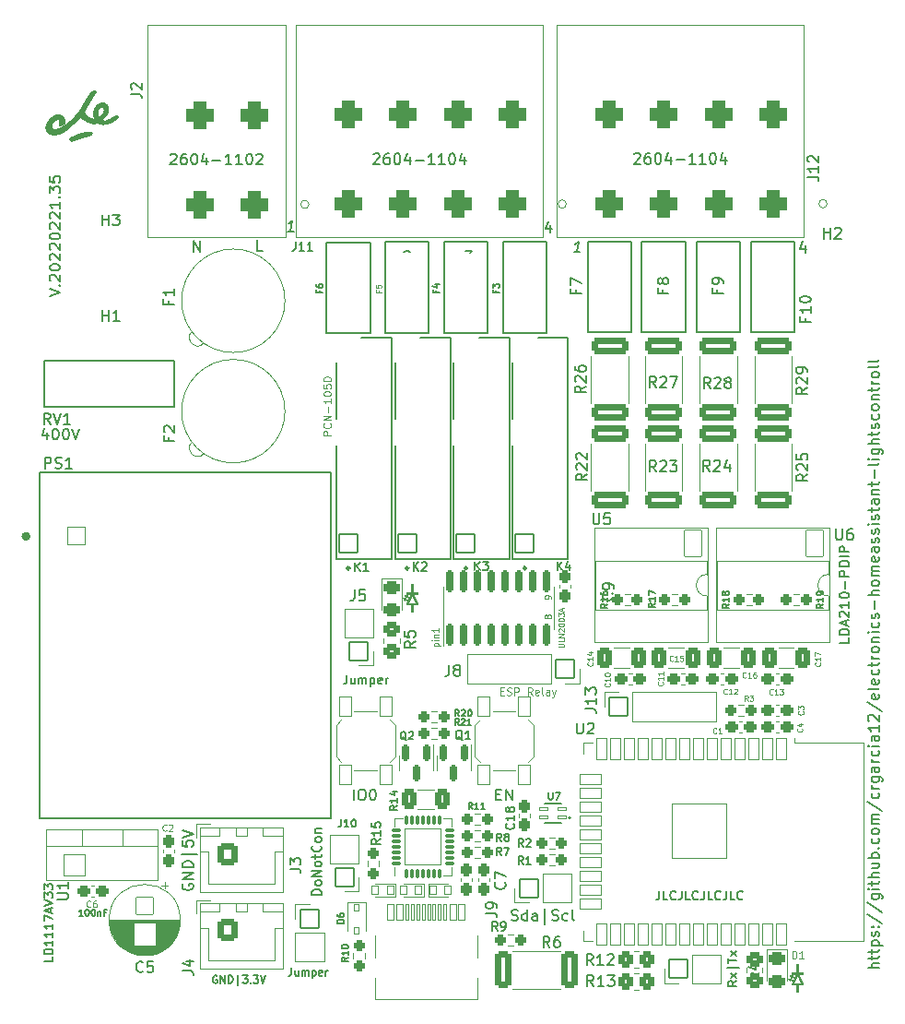
<source format=gto>
G04 #@! TF.GenerationSoftware,KiCad,Pcbnew,(6.0.4)*
G04 #@! TF.CreationDate,2022-06-04T00:36:20+02:00*
G04 #@! TF.ProjectId,hamodule,68616d6f-6475-46c6-952e-6b696361645f,rev?*
G04 #@! TF.SameCoordinates,Original*
G04 #@! TF.FileFunction,Legend,Top*
G04 #@! TF.FilePolarity,Positive*
%FSLAX46Y46*%
G04 Gerber Fmt 4.6, Leading zero omitted, Abs format (unit mm)*
G04 Created by KiCad (PCBNEW (6.0.4)) date 2022-06-04 00:36:20*
%MOMM*%
%LPD*%
G01*
G04 APERTURE LIST*
G04 Aperture macros list*
%AMRoundRect*
0 Rectangle with rounded corners*
0 $1 Rounding radius*
0 $2 $3 $4 $5 $6 $7 $8 $9 X,Y pos of 4 corners*
0 Add a 4 corners polygon primitive as box body*
4,1,4,$2,$3,$4,$5,$6,$7,$8,$9,$2,$3,0*
0 Add four circle primitives for the rounded corners*
1,1,$1+$1,$2,$3*
1,1,$1+$1,$4,$5*
1,1,$1+$1,$6,$7*
1,1,$1+$1,$8,$9*
0 Add four rect primitives between the rounded corners*
20,1,$1+$1,$2,$3,$4,$5,0*
20,1,$1+$1,$4,$5,$6,$7,0*
20,1,$1+$1,$6,$7,$8,$9,0*
20,1,$1+$1,$8,$9,$2,$3,0*%
G04 Aperture macros list end*
%ADD10C,0.150000*%
%ADD11C,0.125000*%
%ADD12C,0.200000*%
%ADD13C,0.100000*%
%ADD14C,0.120000*%
%ADD15C,0.010000*%
%ADD16C,0.127000*%
%ADD17C,0.400000*%
%ADD18C,0.250000*%
%ADD19C,0.160000*%
%ADD20RoundRect,0.050000X-0.850000X-0.850000X0.850000X-0.850000X0.850000X0.850000X-0.850000X0.850000X0*%
%ADD21O,1.800000X1.800000*%
%ADD22RoundRect,0.300000X-0.412500X-0.650000X0.412500X-0.650000X0.412500X0.650000X-0.412500X0.650000X0*%
%ADD23RoundRect,0.299999X-1.425001X0.450001X-1.425001X-0.450001X1.425001X-0.450001X1.425001X0.450001X0*%
%ADD24C,1.900000*%
%ADD25RoundRect,0.300000X-0.450000X0.325000X-0.450000X-0.325000X0.450000X-0.325000X0.450000X0.325000X0*%
%ADD26RoundRect,0.300000X-0.450000X0.350000X-0.450000X-0.350000X0.450000X-0.350000X0.450000X0.350000X0*%
%ADD27RoundRect,0.300000X-0.600000X-0.750000X0.600000X-0.750000X0.600000X0.750000X-0.600000X0.750000X0*%
%ADD28O,1.800000X2.100000*%
%ADD29RoundRect,0.050000X0.850000X0.850000X-0.850000X0.850000X-0.850000X-0.850000X0.850000X-0.850000X0*%
%ADD30RoundRect,0.287500X0.300000X0.237500X-0.300000X0.237500X-0.300000X-0.237500X0.300000X-0.237500X0*%
%ADD31RoundRect,0.287500X0.237500X-0.300000X0.237500X0.300000X-0.237500X0.300000X-0.237500X-0.300000X0*%
%ADD32RoundRect,0.287500X-0.237500X0.300000X-0.237500X-0.300000X0.237500X-0.300000X0.237500X0.300000X0*%
%ADD33RoundRect,0.050000X-0.825000X-0.825000X0.825000X-0.825000X0.825000X0.825000X-0.825000X0.825000X0*%
%ADD34C,1.750000*%
%ADD35RoundRect,0.050000X-0.952500X-1.000000X0.952500X-1.000000X0.952500X1.000000X-0.952500X1.000000X0*%
%ADD36O,2.005000X2.100000*%
%ADD37C,2.100000*%
%ADD38RoundRect,0.050000X0.850000X-0.850000X0.850000X0.850000X-0.850000X0.850000X-0.850000X-0.850000X0*%
%ADD39O,2.050000X1.800000*%
%ADD40RoundRect,0.675000X0.625000X0.625000X-0.625000X0.625000X-0.625000X-0.625000X0.625000X-0.625000X0*%
%ADD41C,5.600000*%
%ADD42RoundRect,0.200000X0.150000X-0.825000X0.150000X0.825000X-0.150000X0.825000X-0.150000X-0.825000X0*%
%ADD43RoundRect,0.287500X-0.300000X-0.237500X0.300000X-0.237500X0.300000X0.237500X-0.300000X0.237500X0*%
%ADD44RoundRect,0.300000X0.412500X0.650000X-0.412500X0.650000X-0.412500X-0.650000X0.412500X-0.650000X0*%
%ADD45RoundRect,0.050000X-0.800000X1.200000X-0.800000X-1.200000X0.800000X-1.200000X0.800000X1.200000X0*%
%ADD46O,1.700000X2.500000*%
%ADD47RoundRect,0.287500X-0.250000X-0.237500X0.250000X-0.237500X0.250000X0.237500X-0.250000X0.237500X0*%
%ADD48RoundRect,0.200000X-0.150000X0.587500X-0.150000X-0.587500X0.150000X-0.587500X0.150000X0.587500X0*%
%ADD49RoundRect,0.287500X0.250000X0.237500X-0.250000X0.237500X-0.250000X-0.237500X0.250000X-0.237500X0*%
%ADD50RoundRect,0.050000X-0.300000X-0.350000X0.300000X-0.350000X0.300000X0.350000X-0.300000X0.350000X0*%
%ADD51RoundRect,0.050000X0.550000X-0.900000X0.550000X0.900000X-0.550000X0.900000X-0.550000X-0.900000X0*%
%ADD52RoundRect,0.050000X-0.550000X0.900000X-0.550000X-0.900000X0.550000X-0.900000X0.550000X0.900000X0*%
%ADD53RoundRect,0.287500X-0.237500X0.250000X-0.237500X-0.250000X0.237500X-0.250000X0.237500X0.250000X0*%
%ADD54RoundRect,0.050000X-0.225000X0.300000X-0.225000X-0.300000X0.225000X-0.300000X0.225000X0.300000X0*%
%ADD55RoundRect,0.050000X0.300000X0.350000X-0.300000X0.350000X-0.300000X-0.350000X0.300000X-0.350000X0*%
%ADD56RoundRect,0.050000X-0.450000X1.000000X-0.450000X-1.000000X0.450000X-1.000000X0.450000X1.000000X0*%
%ADD57RoundRect,0.050000X-1.000000X-0.450000X1.000000X-0.450000X1.000000X0.450000X-1.000000X0.450000X0*%
%ADD58RoundRect,0.050000X-2.500000X2.500000X-2.500000X-2.500000X2.500000X-2.500000X2.500000X2.500000X0*%
%ADD59RoundRect,0.300000X0.400000X0.625000X-0.400000X0.625000X-0.400000X-0.625000X0.400000X-0.625000X0*%
%ADD60RoundRect,0.300000X0.350000X0.450000X-0.350000X0.450000X-0.350000X-0.450000X0.350000X-0.450000X0*%
%ADD61RoundRect,0.112500X0.062500X-0.337500X0.062500X0.337500X-0.062500X0.337500X-0.062500X-0.337500X0*%
%ADD62RoundRect,0.112500X0.337500X-0.062500X0.337500X0.062500X-0.337500X0.062500X-0.337500X-0.062500X0*%
%ADD63RoundRect,0.050000X1.675000X-1.675000X1.675000X1.675000X-1.675000X1.675000X-1.675000X-1.675000X0*%
%ADD64C,1.508000*%
%ADD65C,0.750000*%
%ADD66RoundRect,0.050000X-0.300000X-0.725000X0.300000X-0.725000X0.300000X0.725000X-0.300000X0.725000X0*%
%ADD67RoundRect,0.050000X-0.150000X-0.725000X0.150000X-0.725000X0.150000X0.725000X-0.150000X0.725000X0*%
%ADD68O,1.100000X2.200000*%
%ADD69O,1.100000X1.700000*%
%ADD70RoundRect,0.299999X-0.450001X-1.425001X0.450001X-1.425001X0.450001X1.425001X-0.450001X1.425001X0*%
%ADD71RoundRect,0.050000X0.410000X0.152400X-0.410000X0.152400X-0.410000X-0.152400X0.410000X-0.152400X0*%
%ADD72RoundRect,0.050000X0.410000X0.154400X-0.410000X0.154400X-0.410000X-0.154400X0.410000X-0.154400X0*%
%ADD73RoundRect,0.050000X-0.800000X0.800000X-0.800000X-0.800000X0.800000X-0.800000X0.800000X0.800000X0*%
%ADD74C,1.700000*%
%ADD75RoundRect,0.300000X0.450000X-0.350000X0.450000X0.350000X-0.450000X0.350000X-0.450000X-0.350000X0*%
%ADD76RoundRect,0.050000X-0.850000X0.850000X-0.850000X-0.850000X0.850000X-0.850000X0.850000X0.850000X0*%
G04 APERTURE END LIST*
D10*
X202852380Y-149057142D02*
X201852380Y-149057142D01*
X202852380Y-148628571D02*
X202328571Y-148628571D01*
X202233333Y-148676190D01*
X202185714Y-148771428D01*
X202185714Y-148914285D01*
X202233333Y-149009523D01*
X202280952Y-149057142D01*
X202185714Y-148295238D02*
X202185714Y-147914285D01*
X201852380Y-148152380D02*
X202709523Y-148152380D01*
X202804761Y-148104761D01*
X202852380Y-148009523D01*
X202852380Y-147914285D01*
X202185714Y-147723809D02*
X202185714Y-147342857D01*
X201852380Y-147580952D02*
X202709523Y-147580952D01*
X202804761Y-147533333D01*
X202852380Y-147438095D01*
X202852380Y-147342857D01*
X202185714Y-147009523D02*
X203185714Y-147009523D01*
X202233333Y-147009523D02*
X202185714Y-146914285D01*
X202185714Y-146723809D01*
X202233333Y-146628571D01*
X202280952Y-146580952D01*
X202376190Y-146533333D01*
X202661904Y-146533333D01*
X202757142Y-146580952D01*
X202804761Y-146628571D01*
X202852380Y-146723809D01*
X202852380Y-146914285D01*
X202804761Y-147009523D01*
X202804761Y-146152380D02*
X202852380Y-146057142D01*
X202852380Y-145866666D01*
X202804761Y-145771428D01*
X202709523Y-145723809D01*
X202661904Y-145723809D01*
X202566666Y-145771428D01*
X202519047Y-145866666D01*
X202519047Y-146009523D01*
X202471428Y-146104761D01*
X202376190Y-146152380D01*
X202328571Y-146152380D01*
X202233333Y-146104761D01*
X202185714Y-146009523D01*
X202185714Y-145866666D01*
X202233333Y-145771428D01*
X202757142Y-145295238D02*
X202804761Y-145247619D01*
X202852380Y-145295238D01*
X202804761Y-145342857D01*
X202757142Y-145295238D01*
X202852380Y-145295238D01*
X202233333Y-145295238D02*
X202280952Y-145247619D01*
X202328571Y-145295238D01*
X202280952Y-145342857D01*
X202233333Y-145295238D01*
X202328571Y-145295238D01*
X201804761Y-144104761D02*
X203090476Y-144961904D01*
X201804761Y-143057142D02*
X203090476Y-143914285D01*
X202185714Y-142295238D02*
X202995238Y-142295238D01*
X203090476Y-142342857D01*
X203138095Y-142390476D01*
X203185714Y-142485714D01*
X203185714Y-142628571D01*
X203138095Y-142723809D01*
X202804761Y-142295238D02*
X202852380Y-142390476D01*
X202852380Y-142580952D01*
X202804761Y-142676190D01*
X202757142Y-142723809D01*
X202661904Y-142771428D01*
X202376190Y-142771428D01*
X202280952Y-142723809D01*
X202233333Y-142676190D01*
X202185714Y-142580952D01*
X202185714Y-142390476D01*
X202233333Y-142295238D01*
X202852380Y-141819047D02*
X202185714Y-141819047D01*
X201852380Y-141819047D02*
X201900000Y-141866666D01*
X201947619Y-141819047D01*
X201900000Y-141771428D01*
X201852380Y-141819047D01*
X201947619Y-141819047D01*
X202185714Y-141485714D02*
X202185714Y-141104761D01*
X201852380Y-141342857D02*
X202709523Y-141342857D01*
X202804761Y-141295238D01*
X202852380Y-141200000D01*
X202852380Y-141104761D01*
X202852380Y-140771428D02*
X201852380Y-140771428D01*
X202852380Y-140342857D02*
X202328571Y-140342857D01*
X202233333Y-140390476D01*
X202185714Y-140485714D01*
X202185714Y-140628571D01*
X202233333Y-140723809D01*
X202280952Y-140771428D01*
X202185714Y-139438095D02*
X202852380Y-139438095D01*
X202185714Y-139866666D02*
X202709523Y-139866666D01*
X202804761Y-139819047D01*
X202852380Y-139723809D01*
X202852380Y-139580952D01*
X202804761Y-139485714D01*
X202757142Y-139438095D01*
X202852380Y-138961904D02*
X201852380Y-138961904D01*
X202233333Y-138961904D02*
X202185714Y-138866666D01*
X202185714Y-138676190D01*
X202233333Y-138580952D01*
X202280952Y-138533333D01*
X202376190Y-138485714D01*
X202661904Y-138485714D01*
X202757142Y-138533333D01*
X202804761Y-138580952D01*
X202852380Y-138676190D01*
X202852380Y-138866666D01*
X202804761Y-138961904D01*
X202757142Y-138057142D02*
X202804761Y-138009523D01*
X202852380Y-138057142D01*
X202804761Y-138104761D01*
X202757142Y-138057142D01*
X202852380Y-138057142D01*
X202804761Y-137152380D02*
X202852380Y-137247619D01*
X202852380Y-137438095D01*
X202804761Y-137533333D01*
X202757142Y-137580952D01*
X202661904Y-137628571D01*
X202376190Y-137628571D01*
X202280952Y-137580952D01*
X202233333Y-137533333D01*
X202185714Y-137438095D01*
X202185714Y-137247619D01*
X202233333Y-137152380D01*
X202852380Y-136580952D02*
X202804761Y-136676190D01*
X202757142Y-136723809D01*
X202661904Y-136771428D01*
X202376190Y-136771428D01*
X202280952Y-136723809D01*
X202233333Y-136676190D01*
X202185714Y-136580952D01*
X202185714Y-136438095D01*
X202233333Y-136342857D01*
X202280952Y-136295238D01*
X202376190Y-136247619D01*
X202661904Y-136247619D01*
X202757142Y-136295238D01*
X202804761Y-136342857D01*
X202852380Y-136438095D01*
X202852380Y-136580952D01*
X202852380Y-135819047D02*
X202185714Y-135819047D01*
X202280952Y-135819047D02*
X202233333Y-135771428D01*
X202185714Y-135676190D01*
X202185714Y-135533333D01*
X202233333Y-135438095D01*
X202328571Y-135390476D01*
X202852380Y-135390476D01*
X202328571Y-135390476D02*
X202233333Y-135342857D01*
X202185714Y-135247619D01*
X202185714Y-135104761D01*
X202233333Y-135009523D01*
X202328571Y-134961904D01*
X202852380Y-134961904D01*
X201804761Y-133771428D02*
X203090476Y-134628571D01*
X202804761Y-133009523D02*
X202852380Y-133104761D01*
X202852380Y-133295238D01*
X202804761Y-133390476D01*
X202757142Y-133438095D01*
X202661904Y-133485714D01*
X202376190Y-133485714D01*
X202280952Y-133438095D01*
X202233333Y-133390476D01*
X202185714Y-133295238D01*
X202185714Y-133104761D01*
X202233333Y-133009523D01*
X202852380Y-132580952D02*
X202185714Y-132580952D01*
X202376190Y-132580952D02*
X202280952Y-132533333D01*
X202233333Y-132485714D01*
X202185714Y-132390476D01*
X202185714Y-132295238D01*
X202185714Y-131533333D02*
X202995238Y-131533333D01*
X203090476Y-131580952D01*
X203138095Y-131628571D01*
X203185714Y-131723809D01*
X203185714Y-131866666D01*
X203138095Y-131961904D01*
X202804761Y-131533333D02*
X202852380Y-131628571D01*
X202852380Y-131819047D01*
X202804761Y-131914285D01*
X202757142Y-131961904D01*
X202661904Y-132009523D01*
X202376190Y-132009523D01*
X202280952Y-131961904D01*
X202233333Y-131914285D01*
X202185714Y-131819047D01*
X202185714Y-131628571D01*
X202233333Y-131533333D01*
X202852380Y-130628571D02*
X202328571Y-130628571D01*
X202233333Y-130676190D01*
X202185714Y-130771428D01*
X202185714Y-130961904D01*
X202233333Y-131057142D01*
X202804761Y-130628571D02*
X202852380Y-130723809D01*
X202852380Y-130961904D01*
X202804761Y-131057142D01*
X202709523Y-131104761D01*
X202614285Y-131104761D01*
X202519047Y-131057142D01*
X202471428Y-130961904D01*
X202471428Y-130723809D01*
X202423809Y-130628571D01*
X202852380Y-130152380D02*
X202185714Y-130152380D01*
X202376190Y-130152380D02*
X202280952Y-130104761D01*
X202233333Y-130057142D01*
X202185714Y-129961904D01*
X202185714Y-129866666D01*
X202804761Y-129104761D02*
X202852380Y-129200000D01*
X202852380Y-129390476D01*
X202804761Y-129485714D01*
X202757142Y-129533333D01*
X202661904Y-129580952D01*
X202376190Y-129580952D01*
X202280952Y-129533333D01*
X202233333Y-129485714D01*
X202185714Y-129390476D01*
X202185714Y-129200000D01*
X202233333Y-129104761D01*
X202852380Y-128676190D02*
X202185714Y-128676190D01*
X201852380Y-128676190D02*
X201900000Y-128723809D01*
X201947619Y-128676190D01*
X201900000Y-128628571D01*
X201852380Y-128676190D01*
X201947619Y-128676190D01*
X202852380Y-127771428D02*
X202328571Y-127771428D01*
X202233333Y-127819047D01*
X202185714Y-127914285D01*
X202185714Y-128104761D01*
X202233333Y-128200000D01*
X202804761Y-127771428D02*
X202852380Y-127866666D01*
X202852380Y-128104761D01*
X202804761Y-128200000D01*
X202709523Y-128247619D01*
X202614285Y-128247619D01*
X202519047Y-128200000D01*
X202471428Y-128104761D01*
X202471428Y-127866666D01*
X202423809Y-127771428D01*
X202852380Y-126771428D02*
X202852380Y-127342857D01*
X202852380Y-127057142D02*
X201852380Y-127057142D01*
X201995238Y-127152380D01*
X202090476Y-127247619D01*
X202138095Y-127342857D01*
X201947619Y-126390476D02*
X201900000Y-126342857D01*
X201852380Y-126247619D01*
X201852380Y-126009523D01*
X201900000Y-125914285D01*
X201947619Y-125866666D01*
X202042857Y-125819047D01*
X202138095Y-125819047D01*
X202280952Y-125866666D01*
X202852380Y-126438095D01*
X202852380Y-125819047D01*
X201804761Y-124676190D02*
X203090476Y-125533333D01*
X202804761Y-123961904D02*
X202852380Y-124057142D01*
X202852380Y-124247619D01*
X202804761Y-124342857D01*
X202709523Y-124390476D01*
X202328571Y-124390476D01*
X202233333Y-124342857D01*
X202185714Y-124247619D01*
X202185714Y-124057142D01*
X202233333Y-123961904D01*
X202328571Y-123914285D01*
X202423809Y-123914285D01*
X202519047Y-124390476D01*
X202852380Y-123342857D02*
X202804761Y-123438095D01*
X202709523Y-123485714D01*
X201852380Y-123485714D01*
X202804761Y-122580952D02*
X202852380Y-122676190D01*
X202852380Y-122866666D01*
X202804761Y-122961904D01*
X202709523Y-123009523D01*
X202328571Y-123009523D01*
X202233333Y-122961904D01*
X202185714Y-122866666D01*
X202185714Y-122676190D01*
X202233333Y-122580952D01*
X202328571Y-122533333D01*
X202423809Y-122533333D01*
X202519047Y-123009523D01*
X202804761Y-121676190D02*
X202852380Y-121771428D01*
X202852380Y-121961904D01*
X202804761Y-122057142D01*
X202757142Y-122104761D01*
X202661904Y-122152380D01*
X202376190Y-122152380D01*
X202280952Y-122104761D01*
X202233333Y-122057142D01*
X202185714Y-121961904D01*
X202185714Y-121771428D01*
X202233333Y-121676190D01*
X202185714Y-121390476D02*
X202185714Y-121009523D01*
X201852380Y-121247619D02*
X202709523Y-121247619D01*
X202804761Y-121200000D01*
X202852380Y-121104761D01*
X202852380Y-121009523D01*
X202852380Y-120676190D02*
X202185714Y-120676190D01*
X202376190Y-120676190D02*
X202280952Y-120628571D01*
X202233333Y-120580952D01*
X202185714Y-120485714D01*
X202185714Y-120390476D01*
X202852380Y-119914285D02*
X202804761Y-120009523D01*
X202757142Y-120057142D01*
X202661904Y-120104761D01*
X202376190Y-120104761D01*
X202280952Y-120057142D01*
X202233333Y-120009523D01*
X202185714Y-119914285D01*
X202185714Y-119771428D01*
X202233333Y-119676190D01*
X202280952Y-119628571D01*
X202376190Y-119580952D01*
X202661904Y-119580952D01*
X202757142Y-119628571D01*
X202804761Y-119676190D01*
X202852380Y-119771428D01*
X202852380Y-119914285D01*
X202185714Y-119152380D02*
X202852380Y-119152380D01*
X202280952Y-119152380D02*
X202233333Y-119104761D01*
X202185714Y-119009523D01*
X202185714Y-118866666D01*
X202233333Y-118771428D01*
X202328571Y-118723809D01*
X202852380Y-118723809D01*
X202852380Y-118247619D02*
X202185714Y-118247619D01*
X201852380Y-118247619D02*
X201900000Y-118295238D01*
X201947619Y-118247619D01*
X201900000Y-118200000D01*
X201852380Y-118247619D01*
X201947619Y-118247619D01*
X202804761Y-117342857D02*
X202852380Y-117438095D01*
X202852380Y-117628571D01*
X202804761Y-117723809D01*
X202757142Y-117771428D01*
X202661904Y-117819047D01*
X202376190Y-117819047D01*
X202280952Y-117771428D01*
X202233333Y-117723809D01*
X202185714Y-117628571D01*
X202185714Y-117438095D01*
X202233333Y-117342857D01*
X202804761Y-116961904D02*
X202852380Y-116866666D01*
X202852380Y-116676190D01*
X202804761Y-116580952D01*
X202709523Y-116533333D01*
X202661904Y-116533333D01*
X202566666Y-116580952D01*
X202519047Y-116676190D01*
X202519047Y-116819047D01*
X202471428Y-116914285D01*
X202376190Y-116961904D01*
X202328571Y-116961904D01*
X202233333Y-116914285D01*
X202185714Y-116819047D01*
X202185714Y-116676190D01*
X202233333Y-116580952D01*
X202471428Y-116104761D02*
X202471428Y-115342857D01*
X202852380Y-114866666D02*
X201852380Y-114866666D01*
X202852380Y-114438095D02*
X202328571Y-114438095D01*
X202233333Y-114485714D01*
X202185714Y-114580952D01*
X202185714Y-114723809D01*
X202233333Y-114819047D01*
X202280952Y-114866666D01*
X202852380Y-113819047D02*
X202804761Y-113914285D01*
X202757142Y-113961904D01*
X202661904Y-114009523D01*
X202376190Y-114009523D01*
X202280952Y-113961904D01*
X202233333Y-113914285D01*
X202185714Y-113819047D01*
X202185714Y-113676190D01*
X202233333Y-113580952D01*
X202280952Y-113533333D01*
X202376190Y-113485714D01*
X202661904Y-113485714D01*
X202757142Y-113533333D01*
X202804761Y-113580952D01*
X202852380Y-113676190D01*
X202852380Y-113819047D01*
X202852380Y-113057142D02*
X202185714Y-113057142D01*
X202280952Y-113057142D02*
X202233333Y-113009523D01*
X202185714Y-112914285D01*
X202185714Y-112771428D01*
X202233333Y-112676190D01*
X202328571Y-112628571D01*
X202852380Y-112628571D01*
X202328571Y-112628571D02*
X202233333Y-112580952D01*
X202185714Y-112485714D01*
X202185714Y-112342857D01*
X202233333Y-112247619D01*
X202328571Y-112200000D01*
X202852380Y-112200000D01*
X202804761Y-111342857D02*
X202852380Y-111438095D01*
X202852380Y-111628571D01*
X202804761Y-111723809D01*
X202709523Y-111771428D01*
X202328571Y-111771428D01*
X202233333Y-111723809D01*
X202185714Y-111628571D01*
X202185714Y-111438095D01*
X202233333Y-111342857D01*
X202328571Y-111295238D01*
X202423809Y-111295238D01*
X202519047Y-111771428D01*
X202852380Y-110438095D02*
X202328571Y-110438095D01*
X202233333Y-110485714D01*
X202185714Y-110580952D01*
X202185714Y-110771428D01*
X202233333Y-110866666D01*
X202804761Y-110438095D02*
X202852380Y-110533333D01*
X202852380Y-110771428D01*
X202804761Y-110866666D01*
X202709523Y-110914285D01*
X202614285Y-110914285D01*
X202519047Y-110866666D01*
X202471428Y-110771428D01*
X202471428Y-110533333D01*
X202423809Y-110438095D01*
X202804761Y-110009523D02*
X202852380Y-109914285D01*
X202852380Y-109723809D01*
X202804761Y-109628571D01*
X202709523Y-109580952D01*
X202661904Y-109580952D01*
X202566666Y-109628571D01*
X202519047Y-109723809D01*
X202519047Y-109866666D01*
X202471428Y-109961904D01*
X202376190Y-110009523D01*
X202328571Y-110009523D01*
X202233333Y-109961904D01*
X202185714Y-109866666D01*
X202185714Y-109723809D01*
X202233333Y-109628571D01*
X202804761Y-109200000D02*
X202852380Y-109104761D01*
X202852380Y-108914285D01*
X202804761Y-108819047D01*
X202709523Y-108771428D01*
X202661904Y-108771428D01*
X202566666Y-108819047D01*
X202519047Y-108914285D01*
X202519047Y-109057142D01*
X202471428Y-109152380D01*
X202376190Y-109200000D01*
X202328571Y-109200000D01*
X202233333Y-109152380D01*
X202185714Y-109057142D01*
X202185714Y-108914285D01*
X202233333Y-108819047D01*
X202852380Y-108342857D02*
X202185714Y-108342857D01*
X201852380Y-108342857D02*
X201900000Y-108390476D01*
X201947619Y-108342857D01*
X201900000Y-108295238D01*
X201852380Y-108342857D01*
X201947619Y-108342857D01*
X202804761Y-107914285D02*
X202852380Y-107819047D01*
X202852380Y-107628571D01*
X202804761Y-107533333D01*
X202709523Y-107485714D01*
X202661904Y-107485714D01*
X202566666Y-107533333D01*
X202519047Y-107628571D01*
X202519047Y-107771428D01*
X202471428Y-107866666D01*
X202376190Y-107914285D01*
X202328571Y-107914285D01*
X202233333Y-107866666D01*
X202185714Y-107771428D01*
X202185714Y-107628571D01*
X202233333Y-107533333D01*
X202185714Y-107200000D02*
X202185714Y-106819047D01*
X201852380Y-107057142D02*
X202709523Y-107057142D01*
X202804761Y-107009523D01*
X202852380Y-106914285D01*
X202852380Y-106819047D01*
X202852380Y-106057142D02*
X202328571Y-106057142D01*
X202233333Y-106104761D01*
X202185714Y-106200000D01*
X202185714Y-106390476D01*
X202233333Y-106485714D01*
X202804761Y-106057142D02*
X202852380Y-106152380D01*
X202852380Y-106390476D01*
X202804761Y-106485714D01*
X202709523Y-106533333D01*
X202614285Y-106533333D01*
X202519047Y-106485714D01*
X202471428Y-106390476D01*
X202471428Y-106152380D01*
X202423809Y-106057142D01*
X202185714Y-105580952D02*
X202852380Y-105580952D01*
X202280952Y-105580952D02*
X202233333Y-105533333D01*
X202185714Y-105438095D01*
X202185714Y-105295238D01*
X202233333Y-105200000D01*
X202328571Y-105152380D01*
X202852380Y-105152380D01*
X202185714Y-104819047D02*
X202185714Y-104438095D01*
X201852380Y-104676190D02*
X202709523Y-104676190D01*
X202804761Y-104628571D01*
X202852380Y-104533333D01*
X202852380Y-104438095D01*
X202471428Y-104104761D02*
X202471428Y-103342857D01*
X202852380Y-102723809D02*
X202804761Y-102819047D01*
X202709523Y-102866666D01*
X201852380Y-102866666D01*
X202852380Y-102342857D02*
X202185714Y-102342857D01*
X201852380Y-102342857D02*
X201900000Y-102390476D01*
X201947619Y-102342857D01*
X201900000Y-102295238D01*
X201852380Y-102342857D01*
X201947619Y-102342857D01*
X202185714Y-101438095D02*
X202995238Y-101438095D01*
X203090476Y-101485714D01*
X203138095Y-101533333D01*
X203185714Y-101628571D01*
X203185714Y-101771428D01*
X203138095Y-101866666D01*
X202804761Y-101438095D02*
X202852380Y-101533333D01*
X202852380Y-101723809D01*
X202804761Y-101819047D01*
X202757142Y-101866666D01*
X202661904Y-101914285D01*
X202376190Y-101914285D01*
X202280952Y-101866666D01*
X202233333Y-101819047D01*
X202185714Y-101723809D01*
X202185714Y-101533333D01*
X202233333Y-101438095D01*
X202852380Y-100961904D02*
X201852380Y-100961904D01*
X202852380Y-100533333D02*
X202328571Y-100533333D01*
X202233333Y-100580952D01*
X202185714Y-100676190D01*
X202185714Y-100819047D01*
X202233333Y-100914285D01*
X202280952Y-100961904D01*
X202185714Y-100200000D02*
X202185714Y-99819047D01*
X201852380Y-100057142D02*
X202709523Y-100057142D01*
X202804761Y-100009523D01*
X202852380Y-99914285D01*
X202852380Y-99819047D01*
X202804761Y-99533333D02*
X202852380Y-99438095D01*
X202852380Y-99247619D01*
X202804761Y-99152380D01*
X202709523Y-99104761D01*
X202661904Y-99104761D01*
X202566666Y-99152380D01*
X202519047Y-99247619D01*
X202519047Y-99390476D01*
X202471428Y-99485714D01*
X202376190Y-99533333D01*
X202328571Y-99533333D01*
X202233333Y-99485714D01*
X202185714Y-99390476D01*
X202185714Y-99247619D01*
X202233333Y-99152380D01*
X202804761Y-98247619D02*
X202852380Y-98342857D01*
X202852380Y-98533333D01*
X202804761Y-98628571D01*
X202757142Y-98676190D01*
X202661904Y-98723809D01*
X202376190Y-98723809D01*
X202280952Y-98676190D01*
X202233333Y-98628571D01*
X202185714Y-98533333D01*
X202185714Y-98342857D01*
X202233333Y-98247619D01*
X202852380Y-97676190D02*
X202804761Y-97771428D01*
X202757142Y-97819047D01*
X202661904Y-97866666D01*
X202376190Y-97866666D01*
X202280952Y-97819047D01*
X202233333Y-97771428D01*
X202185714Y-97676190D01*
X202185714Y-97533333D01*
X202233333Y-97438095D01*
X202280952Y-97390476D01*
X202376190Y-97342857D01*
X202661904Y-97342857D01*
X202757142Y-97390476D01*
X202804761Y-97438095D01*
X202852380Y-97533333D01*
X202852380Y-97676190D01*
X202185714Y-96914285D02*
X202852380Y-96914285D01*
X202280952Y-96914285D02*
X202233333Y-96866666D01*
X202185714Y-96771428D01*
X202185714Y-96628571D01*
X202233333Y-96533333D01*
X202328571Y-96485714D01*
X202852380Y-96485714D01*
X202185714Y-96152380D02*
X202185714Y-95771428D01*
X201852380Y-96009523D02*
X202709523Y-96009523D01*
X202804761Y-95961904D01*
X202852380Y-95866666D01*
X202852380Y-95771428D01*
X202852380Y-95438095D02*
X202185714Y-95438095D01*
X202376190Y-95438095D02*
X202280952Y-95390476D01*
X202233333Y-95342857D01*
X202185714Y-95247619D01*
X202185714Y-95152380D01*
X202852380Y-94676190D02*
X202804761Y-94771428D01*
X202757142Y-94819047D01*
X202661904Y-94866666D01*
X202376190Y-94866666D01*
X202280952Y-94819047D01*
X202233333Y-94771428D01*
X202185714Y-94676190D01*
X202185714Y-94533333D01*
X202233333Y-94438095D01*
X202280952Y-94390476D01*
X202376190Y-94342857D01*
X202661904Y-94342857D01*
X202757142Y-94390476D01*
X202804761Y-94438095D01*
X202852380Y-94533333D01*
X202852380Y-94676190D01*
X202852380Y-93771428D02*
X202804761Y-93866666D01*
X202709523Y-93914285D01*
X201852380Y-93914285D01*
X202852380Y-93247619D02*
X202804761Y-93342857D01*
X202709523Y-93390476D01*
X201852380Y-93390476D01*
X196076976Y-82729214D02*
X196076976Y-83395880D01*
X195838880Y-82348261D02*
X195600785Y-83062547D01*
X196219833Y-83062547D01*
X175397541Y-83365880D02*
X174826113Y-83365880D01*
X175111827Y-83365880D02*
X175236827Y-82365880D01*
X175123732Y-82508738D01*
X175016589Y-82603976D01*
X174915398Y-82651595D01*
X126642880Y-87422928D02*
X127642880Y-87089595D01*
X126642880Y-86756261D01*
X127547642Y-86422928D02*
X127595261Y-86375309D01*
X127642880Y-86422928D01*
X127595261Y-86470547D01*
X127547642Y-86422928D01*
X127642880Y-86422928D01*
X126738119Y-85994357D02*
X126690500Y-85946738D01*
X126642880Y-85851500D01*
X126642880Y-85613404D01*
X126690500Y-85518166D01*
X126738119Y-85470547D01*
X126833357Y-85422928D01*
X126928595Y-85422928D01*
X127071452Y-85470547D01*
X127642880Y-86041976D01*
X127642880Y-85422928D01*
X126642880Y-84803880D02*
X126642880Y-84708642D01*
X126690500Y-84613404D01*
X126738119Y-84565785D01*
X126833357Y-84518166D01*
X127023833Y-84470547D01*
X127261928Y-84470547D01*
X127452404Y-84518166D01*
X127547642Y-84565785D01*
X127595261Y-84613404D01*
X127642880Y-84708642D01*
X127642880Y-84803880D01*
X127595261Y-84899119D01*
X127547642Y-84946738D01*
X127452404Y-84994357D01*
X127261928Y-85041976D01*
X127023833Y-85041976D01*
X126833357Y-84994357D01*
X126738119Y-84946738D01*
X126690500Y-84899119D01*
X126642880Y-84803880D01*
X126738119Y-84089595D02*
X126690500Y-84041976D01*
X126642880Y-83946738D01*
X126642880Y-83708642D01*
X126690500Y-83613404D01*
X126738119Y-83565785D01*
X126833357Y-83518166D01*
X126928595Y-83518166D01*
X127071452Y-83565785D01*
X127642880Y-84137214D01*
X127642880Y-83518166D01*
X126738119Y-83137214D02*
X126690500Y-83089595D01*
X126642880Y-82994357D01*
X126642880Y-82756261D01*
X126690500Y-82661023D01*
X126738119Y-82613404D01*
X126833357Y-82565785D01*
X126928595Y-82565785D01*
X127071452Y-82613404D01*
X127642880Y-83184833D01*
X127642880Y-82565785D01*
X126642880Y-81946738D02*
X126642880Y-81851500D01*
X126690500Y-81756261D01*
X126738119Y-81708642D01*
X126833357Y-81661023D01*
X127023833Y-81613404D01*
X127261928Y-81613404D01*
X127452404Y-81661023D01*
X127547642Y-81708642D01*
X127595261Y-81756261D01*
X127642880Y-81851500D01*
X127642880Y-81946738D01*
X127595261Y-82041976D01*
X127547642Y-82089595D01*
X127452404Y-82137214D01*
X127261928Y-82184833D01*
X127023833Y-82184833D01*
X126833357Y-82137214D01*
X126738119Y-82089595D01*
X126690500Y-82041976D01*
X126642880Y-81946738D01*
X126738119Y-81232452D02*
X126690500Y-81184833D01*
X126642880Y-81089595D01*
X126642880Y-80851500D01*
X126690500Y-80756261D01*
X126738119Y-80708642D01*
X126833357Y-80661023D01*
X126928595Y-80661023D01*
X127071452Y-80708642D01*
X127642880Y-81280071D01*
X127642880Y-80661023D01*
X126738119Y-80280071D02*
X126690500Y-80232452D01*
X126642880Y-80137214D01*
X126642880Y-79899119D01*
X126690500Y-79803880D01*
X126738119Y-79756261D01*
X126833357Y-79708642D01*
X126928595Y-79708642D01*
X127071452Y-79756261D01*
X127642880Y-80327690D01*
X127642880Y-79708642D01*
X127642880Y-78756261D02*
X127642880Y-79327690D01*
X127642880Y-79041976D02*
X126642880Y-79041976D01*
X126785738Y-79137214D01*
X126880976Y-79232452D01*
X126928595Y-79327690D01*
X127547642Y-78327690D02*
X127595261Y-78280071D01*
X127642880Y-78327690D01*
X127595261Y-78375309D01*
X127547642Y-78327690D01*
X127642880Y-78327690D01*
X126642880Y-77946738D02*
X126642880Y-77327690D01*
X127023833Y-77661023D01*
X127023833Y-77518166D01*
X127071452Y-77422928D01*
X127119071Y-77375309D01*
X127214309Y-77327690D01*
X127452404Y-77327690D01*
X127547642Y-77375309D01*
X127595261Y-77422928D01*
X127642880Y-77518166D01*
X127642880Y-77803880D01*
X127595261Y-77899119D01*
X127547642Y-77946738D01*
X126642880Y-76422928D02*
X126642880Y-76899119D01*
X127119071Y-76946738D01*
X127071452Y-76899119D01*
X127023833Y-76803880D01*
X127023833Y-76565785D01*
X127071452Y-76470547D01*
X127119071Y-76422928D01*
X127214309Y-76375309D01*
X127452404Y-76375309D01*
X127547642Y-76422928D01*
X127595261Y-76470547D01*
X127642880Y-76565785D01*
X127642880Y-76803880D01*
X127595261Y-76899119D01*
X127547642Y-76946738D01*
X126961904Y-148023809D02*
X126961904Y-148404761D01*
X126161904Y-148404761D01*
X126961904Y-147757142D02*
X126161904Y-147757142D01*
X126161904Y-147566666D01*
X126200000Y-147452380D01*
X126276190Y-147376190D01*
X126352380Y-147338095D01*
X126504761Y-147300000D01*
X126619047Y-147300000D01*
X126771428Y-147338095D01*
X126847619Y-147376190D01*
X126923809Y-147452380D01*
X126961904Y-147566666D01*
X126961904Y-147757142D01*
X126961904Y-146538095D02*
X126961904Y-146995238D01*
X126961904Y-146766666D02*
X126161904Y-146766666D01*
X126276190Y-146842857D01*
X126352380Y-146919047D01*
X126390476Y-146995238D01*
X126961904Y-145776190D02*
X126961904Y-146233333D01*
X126961904Y-146004761D02*
X126161904Y-146004761D01*
X126276190Y-146080952D01*
X126352380Y-146157142D01*
X126390476Y-146233333D01*
X126961904Y-145014285D02*
X126961904Y-145471428D01*
X126961904Y-145242857D02*
X126161904Y-145242857D01*
X126276190Y-145319047D01*
X126352380Y-145395238D01*
X126390476Y-145471428D01*
X126161904Y-144747619D02*
X126161904Y-144214285D01*
X126961904Y-144557142D01*
X126733333Y-143947619D02*
X126733333Y-143566666D01*
X126961904Y-144023809D02*
X126161904Y-143757142D01*
X126961904Y-143490476D01*
X126161904Y-143338095D02*
X126961904Y-143071428D01*
X126161904Y-142804761D01*
X126161904Y-142614285D02*
X126161904Y-142119047D01*
X126466666Y-142385714D01*
X126466666Y-142271428D01*
X126504761Y-142195238D01*
X126542857Y-142157142D01*
X126619047Y-142119047D01*
X126809523Y-142119047D01*
X126885714Y-142157142D01*
X126923809Y-142195238D01*
X126961904Y-142271428D01*
X126961904Y-142500000D01*
X126923809Y-142576190D01*
X126885714Y-142614285D01*
X126161904Y-141852380D02*
X126161904Y-141357142D01*
X126466666Y-141623809D01*
X126466666Y-141509523D01*
X126504761Y-141433333D01*
X126542857Y-141395238D01*
X126619047Y-141357142D01*
X126809523Y-141357142D01*
X126885714Y-141395238D01*
X126923809Y-141433333D01*
X126961904Y-141509523D01*
X126961904Y-141738095D01*
X126923809Y-141814285D01*
X126885714Y-141852380D01*
X139892976Y-83352380D02*
X139892976Y-82352380D01*
X140464404Y-83352380D01*
X140464404Y-82352380D01*
X146208285Y-83215880D02*
X145732095Y-83215880D01*
X145732095Y-82215880D01*
D11*
X168083333Y-123650000D02*
X168316666Y-123650000D01*
X168416666Y-124016666D02*
X168083333Y-124016666D01*
X168083333Y-123316666D01*
X168416666Y-123316666D01*
X168683333Y-123983333D02*
X168783333Y-124016666D01*
X168950000Y-124016666D01*
X169016666Y-123983333D01*
X169050000Y-123950000D01*
X169083333Y-123883333D01*
X169083333Y-123816666D01*
X169050000Y-123750000D01*
X169016666Y-123716666D01*
X168950000Y-123683333D01*
X168816666Y-123650000D01*
X168750000Y-123616666D01*
X168716666Y-123583333D01*
X168683333Y-123516666D01*
X168683333Y-123450000D01*
X168716666Y-123383333D01*
X168750000Y-123350000D01*
X168816666Y-123316666D01*
X168983333Y-123316666D01*
X169083333Y-123350000D01*
X169383333Y-124016666D02*
X169383333Y-123316666D01*
X169650000Y-123316666D01*
X169716666Y-123350000D01*
X169750000Y-123383333D01*
X169783333Y-123450000D01*
X169783333Y-123550000D01*
X169750000Y-123616666D01*
X169716666Y-123650000D01*
X169650000Y-123683333D01*
X169383333Y-123683333D01*
X171016666Y-124016666D02*
X170783333Y-123683333D01*
X170616666Y-124016666D02*
X170616666Y-123316666D01*
X170883333Y-123316666D01*
X170950000Y-123350000D01*
X170983333Y-123383333D01*
X171016666Y-123450000D01*
X171016666Y-123550000D01*
X170983333Y-123616666D01*
X170950000Y-123650000D01*
X170883333Y-123683333D01*
X170616666Y-123683333D01*
X171583333Y-123983333D02*
X171516666Y-124016666D01*
X171383333Y-124016666D01*
X171316666Y-123983333D01*
X171283333Y-123916666D01*
X171283333Y-123650000D01*
X171316666Y-123583333D01*
X171383333Y-123550000D01*
X171516666Y-123550000D01*
X171583333Y-123583333D01*
X171616666Y-123650000D01*
X171616666Y-123716666D01*
X171283333Y-123783333D01*
X172016666Y-124016666D02*
X171950000Y-123983333D01*
X171916666Y-123916666D01*
X171916666Y-123316666D01*
X172583333Y-124016666D02*
X172583333Y-123650000D01*
X172550000Y-123583333D01*
X172483333Y-123550000D01*
X172350000Y-123550000D01*
X172283333Y-123583333D01*
X172583333Y-123983333D02*
X172516666Y-124016666D01*
X172350000Y-124016666D01*
X172283333Y-123983333D01*
X172250000Y-123916666D01*
X172250000Y-123850000D01*
X172283333Y-123783333D01*
X172350000Y-123750000D01*
X172516666Y-123750000D01*
X172583333Y-123716666D01*
X172850000Y-123550000D02*
X173016666Y-124016666D01*
X173183333Y-123550000D02*
X173016666Y-124016666D01*
X172950000Y-124183333D01*
X172916666Y-124216666D01*
X172850000Y-124250000D01*
D10*
X164827066Y-83255379D02*
X165446114Y-83255379D01*
X165112780Y-83636332D01*
X165255638Y-83636332D01*
X165350876Y-83683951D01*
X165398495Y-83731570D01*
X165446114Y-83826808D01*
X165446114Y-84064903D01*
X165398495Y-84160141D01*
X165350876Y-84207760D01*
X165255638Y-84255379D01*
X164969923Y-84255379D01*
X164874685Y-84207760D01*
X164827066Y-84160141D01*
X172690476Y-80885714D02*
X172690476Y-81552380D01*
X172452380Y-80504761D02*
X172214285Y-81219047D01*
X172833333Y-81219047D01*
X159223108Y-83350618D02*
X159276679Y-83302999D01*
X159377870Y-83255379D01*
X159615965Y-83255379D01*
X159705251Y-83302999D01*
X159746917Y-83350618D01*
X159782632Y-83445856D01*
X159770727Y-83541094D01*
X159705251Y-83683951D01*
X159062394Y-84255379D01*
X159681441Y-84255379D01*
X149091041Y-81452380D02*
X148519613Y-81452380D01*
X148805327Y-81452380D02*
X148930327Y-80452380D01*
X148817232Y-80595238D01*
X148710089Y-80690476D01*
X148608898Y-80738095D01*
D12*
X182677261Y-141992404D02*
X182677261Y-142563833D01*
X182639166Y-142678119D01*
X182562976Y-142754309D01*
X182448690Y-142792404D01*
X182372500Y-142792404D01*
X183439166Y-142792404D02*
X183058214Y-142792404D01*
X183058214Y-141992404D01*
X184162976Y-142716214D02*
X184124880Y-142754309D01*
X184010595Y-142792404D01*
X183934404Y-142792404D01*
X183820119Y-142754309D01*
X183743928Y-142678119D01*
X183705833Y-142601928D01*
X183667738Y-142449547D01*
X183667738Y-142335261D01*
X183705833Y-142182880D01*
X183743928Y-142106690D01*
X183820119Y-142030500D01*
X183934404Y-141992404D01*
X184010595Y-141992404D01*
X184124880Y-142030500D01*
X184162976Y-142068595D01*
X184734404Y-141992404D02*
X184734404Y-142563833D01*
X184696309Y-142678119D01*
X184620119Y-142754309D01*
X184505833Y-142792404D01*
X184429642Y-142792404D01*
X185496309Y-142792404D02*
X185115357Y-142792404D01*
X185115357Y-141992404D01*
X186220119Y-142716214D02*
X186182023Y-142754309D01*
X186067738Y-142792404D01*
X185991547Y-142792404D01*
X185877261Y-142754309D01*
X185801071Y-142678119D01*
X185762976Y-142601928D01*
X185724880Y-142449547D01*
X185724880Y-142335261D01*
X185762976Y-142182880D01*
X185801071Y-142106690D01*
X185877261Y-142030500D01*
X185991547Y-141992404D01*
X186067738Y-141992404D01*
X186182023Y-142030500D01*
X186220119Y-142068595D01*
X186791547Y-141992404D02*
X186791547Y-142563833D01*
X186753452Y-142678119D01*
X186677261Y-142754309D01*
X186562976Y-142792404D01*
X186486785Y-142792404D01*
X187553452Y-142792404D02*
X187172500Y-142792404D01*
X187172500Y-141992404D01*
X188277261Y-142716214D02*
X188239166Y-142754309D01*
X188124880Y-142792404D01*
X188048690Y-142792404D01*
X187934404Y-142754309D01*
X187858214Y-142678119D01*
X187820119Y-142601928D01*
X187782023Y-142449547D01*
X187782023Y-142335261D01*
X187820119Y-142182880D01*
X187858214Y-142106690D01*
X187934404Y-142030500D01*
X188048690Y-141992404D01*
X188124880Y-141992404D01*
X188239166Y-142030500D01*
X188277261Y-142068595D01*
X188848690Y-141992404D02*
X188848690Y-142563833D01*
X188810595Y-142678119D01*
X188734404Y-142754309D01*
X188620119Y-142792404D01*
X188543928Y-142792404D01*
X189610595Y-142792404D02*
X189229642Y-142792404D01*
X189229642Y-141992404D01*
X190334404Y-142716214D02*
X190296309Y-142754309D01*
X190182023Y-142792404D01*
X190105833Y-142792404D01*
X189991547Y-142754309D01*
X189915357Y-142678119D01*
X189877261Y-142601928D01*
X189839166Y-142449547D01*
X189839166Y-142335261D01*
X189877261Y-142182880D01*
X189915357Y-142106690D01*
X189991547Y-142030500D01*
X190105833Y-141992404D01*
X190182023Y-141992404D01*
X190296309Y-142030500D01*
X190334404Y-142068595D01*
D10*
X148889433Y-149057566D02*
X148889433Y-149557566D01*
X148856100Y-149657566D01*
X148789433Y-149724233D01*
X148689433Y-149757566D01*
X148622766Y-149757566D01*
X149522766Y-149290900D02*
X149522766Y-149757566D01*
X149222766Y-149290900D02*
X149222766Y-149657566D01*
X149256100Y-149724233D01*
X149322766Y-149757566D01*
X149422766Y-149757566D01*
X149489433Y-149724233D01*
X149522766Y-149690900D01*
X149856100Y-149757566D02*
X149856100Y-149290900D01*
X149856100Y-149357566D02*
X149889433Y-149324233D01*
X149956100Y-149290900D01*
X150056100Y-149290900D01*
X150122766Y-149324233D01*
X150156100Y-149390900D01*
X150156100Y-149757566D01*
X150156100Y-149390900D02*
X150189433Y-149324233D01*
X150256100Y-149290900D01*
X150356100Y-149290900D01*
X150422766Y-149324233D01*
X150456100Y-149390900D01*
X150456100Y-149757566D01*
X150789433Y-149290900D02*
X150789433Y-149990900D01*
X150789433Y-149324233D02*
X150856100Y-149290900D01*
X150989433Y-149290900D01*
X151056100Y-149324233D01*
X151089433Y-149357566D01*
X151122766Y-149424233D01*
X151122766Y-149624233D01*
X151089433Y-149690900D01*
X151056100Y-149724233D01*
X150989433Y-149757566D01*
X150856100Y-149757566D01*
X150789433Y-149724233D01*
X151689433Y-149724233D02*
X151622766Y-149757566D01*
X151489433Y-149757566D01*
X151422766Y-149724233D01*
X151389433Y-149657566D01*
X151389433Y-149390900D01*
X151422766Y-149324233D01*
X151489433Y-149290900D01*
X151622766Y-149290900D01*
X151689433Y-149324233D01*
X151722766Y-149390900D01*
X151722766Y-149457566D01*
X151389433Y-149524233D01*
X152022766Y-149757566D02*
X152022766Y-149290900D01*
X152022766Y-149424233D02*
X152056100Y-149357566D01*
X152089433Y-149324233D01*
X152156100Y-149290900D01*
X152222766Y-149290900D01*
D11*
X183931245Y-120837891D02*
X183907435Y-120861700D01*
X183836007Y-120885510D01*
X183788388Y-120885510D01*
X183716959Y-120861700D01*
X183669340Y-120814081D01*
X183645531Y-120766462D01*
X183621721Y-120671224D01*
X183621721Y-120599796D01*
X183645531Y-120504558D01*
X183669340Y-120456939D01*
X183716959Y-120409320D01*
X183788388Y-120385510D01*
X183836007Y-120385510D01*
X183907435Y-120409320D01*
X183931245Y-120433129D01*
X184407435Y-120885510D02*
X184121721Y-120885510D01*
X184264578Y-120885510D02*
X184264578Y-120385510D01*
X184216959Y-120456939D01*
X184169340Y-120504558D01*
X184121721Y-120528367D01*
X184859816Y-120385510D02*
X184621721Y-120385510D01*
X184597912Y-120623605D01*
X184621721Y-120599796D01*
X184669340Y-120575986D01*
X184788388Y-120575986D01*
X184836007Y-120599796D01*
X184859816Y-120623605D01*
X184883626Y-120671224D01*
X184883626Y-120790272D01*
X184859816Y-120837891D01*
X184836007Y-120861700D01*
X184788388Y-120885510D01*
X184669340Y-120885510D01*
X184621721Y-120861700D01*
X184597912Y-120837891D01*
D10*
X175913480Y-95656157D02*
X175437290Y-95989490D01*
X175913480Y-96227585D02*
X174913480Y-96227585D01*
X174913480Y-95846633D01*
X174961100Y-95751395D01*
X175008719Y-95703776D01*
X175103957Y-95656157D01*
X175246814Y-95656157D01*
X175342052Y-95703776D01*
X175389671Y-95751395D01*
X175437290Y-95846633D01*
X175437290Y-96227585D01*
X175008719Y-95275204D02*
X174961100Y-95227585D01*
X174913480Y-95132347D01*
X174913480Y-94894252D01*
X174961100Y-94799014D01*
X175008719Y-94751395D01*
X175103957Y-94703776D01*
X175199195Y-94703776D01*
X175342052Y-94751395D01*
X175913480Y-95322823D01*
X175913480Y-94703776D01*
X174913480Y-93846633D02*
X174913480Y-94037109D01*
X174961100Y-94132347D01*
X175008719Y-94179966D01*
X175151576Y-94275204D01*
X175342052Y-94322823D01*
X175723004Y-94322823D01*
X175818242Y-94275204D01*
X175865861Y-94227585D01*
X175913480Y-94132347D01*
X175913480Y-93941871D01*
X175865861Y-93846633D01*
X175818242Y-93799014D01*
X175723004Y-93751395D01*
X175484909Y-93751395D01*
X175389671Y-93799014D01*
X175342052Y-93846633D01*
X175294433Y-93941871D01*
X175294433Y-94132347D01*
X175342052Y-94227585D01*
X175389671Y-94275204D01*
X175484909Y-94322823D01*
X182373642Y-95765680D02*
X182040309Y-95289490D01*
X181802214Y-95765680D02*
X181802214Y-94765680D01*
X182183166Y-94765680D01*
X182278404Y-94813300D01*
X182326023Y-94860919D01*
X182373642Y-94956157D01*
X182373642Y-95099014D01*
X182326023Y-95194252D01*
X182278404Y-95241871D01*
X182183166Y-95289490D01*
X181802214Y-95289490D01*
X182754595Y-94860919D02*
X182802214Y-94813300D01*
X182897452Y-94765680D01*
X183135547Y-94765680D01*
X183230785Y-94813300D01*
X183278404Y-94860919D01*
X183326023Y-94956157D01*
X183326023Y-95051395D01*
X183278404Y-95194252D01*
X182706976Y-95765680D01*
X183326023Y-95765680D01*
X183659357Y-94765680D02*
X184326023Y-94765680D01*
X183897452Y-95765680D01*
X126436023Y-99889214D02*
X126436023Y-100555880D01*
X126197928Y-99508261D02*
X125959833Y-100222547D01*
X126578880Y-100222547D01*
X127150309Y-99555880D02*
X127245547Y-99555880D01*
X127340785Y-99603500D01*
X127388404Y-99651119D01*
X127436023Y-99746357D01*
X127483642Y-99936833D01*
X127483642Y-100174928D01*
X127436023Y-100365404D01*
X127388404Y-100460642D01*
X127340785Y-100508261D01*
X127245547Y-100555880D01*
X127150309Y-100555880D01*
X127055071Y-100508261D01*
X127007452Y-100460642D01*
X126959833Y-100365404D01*
X126912214Y-100174928D01*
X126912214Y-99936833D01*
X126959833Y-99746357D01*
X127007452Y-99651119D01*
X127055071Y-99603500D01*
X127150309Y-99555880D01*
X128102690Y-99555880D02*
X128197928Y-99555880D01*
X128293166Y-99603500D01*
X128340785Y-99651119D01*
X128388404Y-99746357D01*
X128436023Y-99936833D01*
X128436023Y-100174928D01*
X128388404Y-100365404D01*
X128340785Y-100460642D01*
X128293166Y-100508261D01*
X128197928Y-100555880D01*
X128102690Y-100555880D01*
X128007452Y-100508261D01*
X127959833Y-100460642D01*
X127912214Y-100365404D01*
X127864595Y-100174928D01*
X127864595Y-99936833D01*
X127912214Y-99746357D01*
X127959833Y-99651119D01*
X128007452Y-99603500D01*
X128102690Y-99555880D01*
X128721738Y-99555880D02*
X129055071Y-100555880D01*
X129388404Y-99555880D01*
X126721261Y-99155880D02*
X126387928Y-98679690D01*
X126149833Y-99155880D02*
X126149833Y-98155880D01*
X126530785Y-98155880D01*
X126626023Y-98203500D01*
X126673642Y-98251119D01*
X126721261Y-98346357D01*
X126721261Y-98489214D01*
X126673642Y-98584452D01*
X126626023Y-98632071D01*
X126530785Y-98679690D01*
X126149833Y-98679690D01*
X127006976Y-98155880D02*
X127340309Y-99155880D01*
X127673642Y-98155880D01*
X128530785Y-99155880D02*
X127959357Y-99155880D01*
X128245071Y-99155880D02*
X128245071Y-98155880D01*
X128149833Y-98298738D01*
X128054595Y-98393976D01*
X127959357Y-98441595D01*
X182383642Y-103499480D02*
X182050309Y-103023290D01*
X181812214Y-103499480D02*
X181812214Y-102499480D01*
X182193166Y-102499480D01*
X182288404Y-102547100D01*
X182336023Y-102594719D01*
X182383642Y-102689957D01*
X182383642Y-102832814D01*
X182336023Y-102928052D01*
X182288404Y-102975671D01*
X182193166Y-103023290D01*
X181812214Y-103023290D01*
X182764595Y-102594719D02*
X182812214Y-102547100D01*
X182907452Y-102499480D01*
X183145547Y-102499480D01*
X183240785Y-102547100D01*
X183288404Y-102594719D01*
X183336023Y-102689957D01*
X183336023Y-102785195D01*
X183288404Y-102928052D01*
X182716976Y-103499480D01*
X183336023Y-103499480D01*
X183669357Y-102499480D02*
X184288404Y-102499480D01*
X183955071Y-102880433D01*
X184097928Y-102880433D01*
X184193166Y-102928052D01*
X184240785Y-102975671D01*
X184288404Y-103070909D01*
X184288404Y-103309004D01*
X184240785Y-103404242D01*
X184193166Y-103451861D01*
X184097928Y-103499480D01*
X183812214Y-103499480D01*
X183716976Y-103451861D01*
X183669357Y-103404242D01*
X176033480Y-103709957D02*
X175557290Y-104043290D01*
X176033480Y-104281385D02*
X175033480Y-104281385D01*
X175033480Y-103900433D01*
X175081100Y-103805195D01*
X175128719Y-103757576D01*
X175223957Y-103709957D01*
X175366814Y-103709957D01*
X175462052Y-103757576D01*
X175509671Y-103805195D01*
X175557290Y-103900433D01*
X175557290Y-104281385D01*
X175128719Y-103329004D02*
X175081100Y-103281385D01*
X175033480Y-103186147D01*
X175033480Y-102948052D01*
X175081100Y-102852814D01*
X175128719Y-102805195D01*
X175223957Y-102757576D01*
X175319195Y-102757576D01*
X175462052Y-102805195D01*
X176033480Y-103376623D01*
X176033480Y-102757576D01*
X175128719Y-102376623D02*
X175081100Y-102329004D01*
X175033480Y-102233766D01*
X175033480Y-101995671D01*
X175081100Y-101900433D01*
X175128719Y-101852814D01*
X175223957Y-101805195D01*
X175319195Y-101805195D01*
X175462052Y-101852814D01*
X176033480Y-102424242D01*
X176033480Y-101805195D01*
X160252380Y-119066666D02*
X159776190Y-119400000D01*
X160252380Y-119638095D02*
X159252380Y-119638095D01*
X159252380Y-119257142D01*
X159300000Y-119161904D01*
X159347619Y-119114285D01*
X159442857Y-119066666D01*
X159585714Y-119066666D01*
X159680952Y-119114285D01*
X159728571Y-119161904D01*
X159776190Y-119257142D01*
X159776190Y-119638095D01*
X159252380Y-118161904D02*
X159252380Y-118638095D01*
X159728571Y-118685714D01*
X159680952Y-118638095D01*
X159633333Y-118542857D01*
X159633333Y-118304761D01*
X159680952Y-118209523D01*
X159728571Y-118161904D01*
X159823809Y-118114285D01*
X160061904Y-118114285D01*
X160157142Y-118161904D01*
X160204761Y-118209523D01*
X160252380Y-118304761D01*
X160252380Y-118542857D01*
X160204761Y-118638095D01*
X160157142Y-118685714D01*
X148740880Y-139969833D02*
X149455166Y-139969833D01*
X149598023Y-140017452D01*
X149693261Y-140112690D01*
X149740880Y-140255547D01*
X149740880Y-140350785D01*
X148740880Y-139588880D02*
X148740880Y-138969833D01*
X149121833Y-139303166D01*
X149121833Y-139160309D01*
X149169452Y-139065071D01*
X149217071Y-139017452D01*
X149312309Y-138969833D01*
X149550404Y-138969833D01*
X149645642Y-139017452D01*
X149693261Y-139065071D01*
X149740880Y-139160309D01*
X149740880Y-139446023D01*
X149693261Y-139541261D01*
X149645642Y-139588880D01*
X138900000Y-141342857D02*
X138852380Y-141438095D01*
X138852380Y-141580952D01*
X138900000Y-141723809D01*
X138995238Y-141819047D01*
X139090476Y-141866666D01*
X139280952Y-141914285D01*
X139423809Y-141914285D01*
X139614285Y-141866666D01*
X139709523Y-141819047D01*
X139804761Y-141723809D01*
X139852380Y-141580952D01*
X139852380Y-141485714D01*
X139804761Y-141342857D01*
X139757142Y-141295238D01*
X139423809Y-141295238D01*
X139423809Y-141485714D01*
X139852380Y-140866666D02*
X138852380Y-140866666D01*
X139852380Y-140295238D01*
X138852380Y-140295238D01*
X139852380Y-139819047D02*
X138852380Y-139819047D01*
X138852380Y-139580952D01*
X138900000Y-139438095D01*
X138995238Y-139342857D01*
X139090476Y-139295238D01*
X139280952Y-139247619D01*
X139423809Y-139247619D01*
X139614285Y-139295238D01*
X139709523Y-139342857D01*
X139804761Y-139438095D01*
X139852380Y-139580952D01*
X139852380Y-139819047D01*
X140185714Y-138580952D02*
X138757142Y-138580952D01*
X138852380Y-137390476D02*
X138852380Y-137866666D01*
X139328571Y-137914285D01*
X139280952Y-137866666D01*
X139233333Y-137771428D01*
X139233333Y-137533333D01*
X139280952Y-137438095D01*
X139328571Y-137390476D01*
X139423809Y-137342857D01*
X139661904Y-137342857D01*
X139757142Y-137390476D01*
X139804761Y-137438095D01*
X139852380Y-137533333D01*
X139852380Y-137771428D01*
X139804761Y-137866666D01*
X139757142Y-137914285D01*
X138852380Y-137057142D02*
X139852380Y-136723809D01*
X138852380Y-136390476D01*
X154666666Y-114352380D02*
X154666666Y-115066666D01*
X154619047Y-115209523D01*
X154523809Y-115304761D01*
X154380952Y-115352380D01*
X154285714Y-115352380D01*
X155619047Y-114352380D02*
X155142857Y-114352380D01*
X155095238Y-114828571D01*
X155142857Y-114780952D01*
X155238095Y-114733333D01*
X155476190Y-114733333D01*
X155571428Y-114780952D01*
X155619047Y-114828571D01*
X155666666Y-114923809D01*
X155666666Y-115161904D01*
X155619047Y-115257142D01*
X155571428Y-115304761D01*
X155476190Y-115352380D01*
X155238095Y-115352380D01*
X155142857Y-115304761D01*
X155095238Y-115257142D01*
X153966666Y-122161904D02*
X153966666Y-122733333D01*
X153928571Y-122847619D01*
X153852380Y-122923809D01*
X153738095Y-122961904D01*
X153661904Y-122961904D01*
X154690476Y-122428571D02*
X154690476Y-122961904D01*
X154347619Y-122428571D02*
X154347619Y-122847619D01*
X154385714Y-122923809D01*
X154461904Y-122961904D01*
X154576190Y-122961904D01*
X154652380Y-122923809D01*
X154690476Y-122885714D01*
X155071428Y-122961904D02*
X155071428Y-122428571D01*
X155071428Y-122504761D02*
X155109523Y-122466666D01*
X155185714Y-122428571D01*
X155300000Y-122428571D01*
X155376190Y-122466666D01*
X155414285Y-122542857D01*
X155414285Y-122961904D01*
X155414285Y-122542857D02*
X155452380Y-122466666D01*
X155528571Y-122428571D01*
X155642857Y-122428571D01*
X155719047Y-122466666D01*
X155757142Y-122542857D01*
X155757142Y-122961904D01*
X156138095Y-122428571D02*
X156138095Y-123228571D01*
X156138095Y-122466666D02*
X156214285Y-122428571D01*
X156366666Y-122428571D01*
X156442857Y-122466666D01*
X156480952Y-122504761D01*
X156519047Y-122580952D01*
X156519047Y-122809523D01*
X156480952Y-122885714D01*
X156442857Y-122923809D01*
X156366666Y-122961904D01*
X156214285Y-122961904D01*
X156138095Y-122923809D01*
X157166666Y-122923809D02*
X157090476Y-122961904D01*
X156938095Y-122961904D01*
X156861904Y-122923809D01*
X156823809Y-122847619D01*
X156823809Y-122542857D01*
X156861904Y-122466666D01*
X156938095Y-122428571D01*
X157090476Y-122428571D01*
X157166666Y-122466666D01*
X157204761Y-122542857D01*
X157204761Y-122619047D01*
X156823809Y-122695238D01*
X157547619Y-122961904D02*
X157547619Y-122428571D01*
X157547619Y-122580952D02*
X157585714Y-122504761D01*
X157623809Y-122466666D01*
X157700000Y-122428571D01*
X157776190Y-122428571D01*
D13*
X130437500Y-143414285D02*
X130408928Y-143442857D01*
X130323214Y-143471428D01*
X130266071Y-143471428D01*
X130180357Y-143442857D01*
X130123214Y-143385714D01*
X130094642Y-143328571D01*
X130066071Y-143214285D01*
X130066071Y-143128571D01*
X130094642Y-143014285D01*
X130123214Y-142957142D01*
X130180357Y-142900000D01*
X130266071Y-142871428D01*
X130323214Y-142871428D01*
X130408928Y-142900000D01*
X130437500Y-142928571D01*
X130951785Y-142871428D02*
X130837500Y-142871428D01*
X130780357Y-142900000D01*
X130751785Y-142928571D01*
X130694642Y-143014285D01*
X130666071Y-143128571D01*
X130666071Y-143357142D01*
X130694642Y-143414285D01*
X130723214Y-143442857D01*
X130780357Y-143471428D01*
X130894642Y-143471428D01*
X130951785Y-143442857D01*
X130980357Y-143414285D01*
X131008928Y-143357142D01*
X131008928Y-143214285D01*
X130980357Y-143157142D01*
X130951785Y-143128571D01*
X130894642Y-143100000D01*
X130780357Y-143100000D01*
X130723214Y-143128571D01*
X130694642Y-143157142D01*
X130666071Y-143214285D01*
D10*
X129708928Y-144271428D02*
X129366071Y-144271428D01*
X129537500Y-144271428D02*
X129537500Y-143671428D01*
X129480357Y-143757142D01*
X129423214Y-143814285D01*
X129366071Y-143842857D01*
X130080357Y-143671428D02*
X130137500Y-143671428D01*
X130194642Y-143700000D01*
X130223214Y-143728571D01*
X130251785Y-143785714D01*
X130280357Y-143900000D01*
X130280357Y-144042857D01*
X130251785Y-144157142D01*
X130223214Y-144214285D01*
X130194642Y-144242857D01*
X130137500Y-144271428D01*
X130080357Y-144271428D01*
X130023214Y-144242857D01*
X129994642Y-144214285D01*
X129966071Y-144157142D01*
X129937500Y-144042857D01*
X129937500Y-143900000D01*
X129966071Y-143785714D01*
X129994642Y-143728571D01*
X130023214Y-143700000D01*
X130080357Y-143671428D01*
X130651785Y-143671428D02*
X130708928Y-143671428D01*
X130766071Y-143700000D01*
X130794642Y-143728571D01*
X130823214Y-143785714D01*
X130851785Y-143900000D01*
X130851785Y-144042857D01*
X130823214Y-144157142D01*
X130794642Y-144214285D01*
X130766071Y-144242857D01*
X130708928Y-144271428D01*
X130651785Y-144271428D01*
X130594642Y-144242857D01*
X130566071Y-144214285D01*
X130537500Y-144157142D01*
X130508928Y-144042857D01*
X130508928Y-143900000D01*
X130537500Y-143785714D01*
X130566071Y-143728571D01*
X130594642Y-143700000D01*
X130651785Y-143671428D01*
X131108928Y-143871428D02*
X131108928Y-144271428D01*
X131108928Y-143928571D02*
X131137500Y-143900000D01*
X131194642Y-143871428D01*
X131280357Y-143871428D01*
X131337500Y-143900000D01*
X131366071Y-143957142D01*
X131366071Y-144271428D01*
X131851785Y-143957142D02*
X131651785Y-143957142D01*
X131651785Y-144271428D02*
X131651785Y-143671428D01*
X131937500Y-143671428D01*
D11*
X137400000Y-136414285D02*
X137371428Y-136442857D01*
X137285714Y-136471428D01*
X137228571Y-136471428D01*
X137142857Y-136442857D01*
X137085714Y-136385714D01*
X137057142Y-136328571D01*
X137028571Y-136214285D01*
X137028571Y-136128571D01*
X137057142Y-136014285D01*
X137085714Y-135957142D01*
X137142857Y-135900000D01*
X137228571Y-135871428D01*
X137285714Y-135871428D01*
X137371428Y-135900000D01*
X137400000Y-135928571D01*
X137628571Y-135928571D02*
X137657142Y-135900000D01*
X137714285Y-135871428D01*
X137857142Y-135871428D01*
X137914285Y-135900000D01*
X137942857Y-135928571D01*
X137971428Y-135985714D01*
X137971428Y-136042857D01*
X137942857Y-136128571D01*
X137600000Y-136471428D01*
X137971428Y-136471428D01*
D10*
X178366316Y-114683386D02*
X178413935Y-114731005D01*
X178461554Y-114873862D01*
X178461554Y-114969100D01*
X178413935Y-115111958D01*
X178318697Y-115207196D01*
X178223459Y-115254815D01*
X178032983Y-115302434D01*
X177890126Y-115302434D01*
X177699650Y-115254815D01*
X177604412Y-115207196D01*
X177509174Y-115111958D01*
X177461554Y-114969100D01*
X177461554Y-114873862D01*
X177509174Y-114731005D01*
X177556793Y-114683386D01*
X178461554Y-114207196D02*
X178461554Y-114016720D01*
X178413935Y-113921481D01*
X178366316Y-113873862D01*
X178223459Y-113778624D01*
X178032983Y-113731005D01*
X177652031Y-113731005D01*
X177556793Y-113778624D01*
X177509174Y-113826243D01*
X177461554Y-113921481D01*
X177461554Y-114111958D01*
X177509174Y-114207196D01*
X177556793Y-114254815D01*
X177652031Y-114302434D01*
X177890126Y-114302434D01*
X177985364Y-114254815D01*
X178032983Y-114207196D01*
X178080602Y-114111958D01*
X178080602Y-113921481D01*
X178032983Y-113826243D01*
X177985364Y-113778624D01*
X177890126Y-113731005D01*
X126230214Y-103208080D02*
X126230214Y-102208080D01*
X126611166Y-102208080D01*
X126706404Y-102255700D01*
X126754023Y-102303319D01*
X126801642Y-102398557D01*
X126801642Y-102541414D01*
X126754023Y-102636652D01*
X126706404Y-102684271D01*
X126611166Y-102731890D01*
X126230214Y-102731890D01*
X127182595Y-103160461D02*
X127325452Y-103208080D01*
X127563547Y-103208080D01*
X127658785Y-103160461D01*
X127706404Y-103112842D01*
X127754023Y-103017604D01*
X127754023Y-102922366D01*
X127706404Y-102827128D01*
X127658785Y-102779509D01*
X127563547Y-102731890D01*
X127373071Y-102684271D01*
X127277833Y-102636652D01*
X127230214Y-102589033D01*
X127182595Y-102493795D01*
X127182595Y-102398557D01*
X127230214Y-102303319D01*
X127277833Y-102255700D01*
X127373071Y-102208080D01*
X127611166Y-102208080D01*
X127754023Y-102255700D01*
X128706404Y-103208080D02*
X128134976Y-103208080D01*
X128420690Y-103208080D02*
X128420690Y-102208080D01*
X128325452Y-102350938D01*
X128230214Y-102446176D01*
X128134976Y-102493795D01*
X127352380Y-142761904D02*
X128161904Y-142761904D01*
X128257142Y-142714285D01*
X128304761Y-142666666D01*
X128352380Y-142571428D01*
X128352380Y-142380952D01*
X128304761Y-142285714D01*
X128257142Y-142238095D01*
X128161904Y-142190476D01*
X127352380Y-142190476D01*
X128352380Y-141190476D02*
X128352380Y-141761904D01*
X128352380Y-141476190D02*
X127352380Y-141476190D01*
X127495238Y-141571428D01*
X127590476Y-141666666D01*
X127638095Y-141761904D01*
X154723771Y-112642404D02*
X154723771Y-111842404D01*
X155180914Y-112642404D02*
X154838057Y-112185261D01*
X155180914Y-111842404D02*
X154723771Y-112299547D01*
X155942819Y-112642404D02*
X155485676Y-112642404D01*
X155714247Y-112642404D02*
X155714247Y-111842404D01*
X155638057Y-111956690D01*
X155561866Y-112032880D01*
X155485676Y-112070976D01*
X160087976Y-112596903D02*
X160087976Y-111796903D01*
X160545119Y-112596903D02*
X160202261Y-112139760D01*
X160545119Y-111796903D02*
X160087976Y-112254046D01*
X160849880Y-111873094D02*
X160887976Y-111834999D01*
X160964166Y-111796903D01*
X161154642Y-111796903D01*
X161230833Y-111834999D01*
X161268928Y-111873094D01*
X161307023Y-111949284D01*
X161307023Y-112025475D01*
X161268928Y-112139760D01*
X160811785Y-112596903D01*
X161307023Y-112596903D01*
X173287976Y-112561904D02*
X173287976Y-111761904D01*
X173745119Y-112561904D02*
X173402261Y-112104761D01*
X173745119Y-111761904D02*
X173287976Y-112219047D01*
X174430833Y-112028571D02*
X174430833Y-112561904D01*
X174240357Y-111723809D02*
X174049880Y-112295238D01*
X174545119Y-112295238D01*
D11*
X152516666Y-100183333D02*
X151816666Y-100183333D01*
X151816666Y-99916666D01*
X151850000Y-99850000D01*
X151883333Y-99816666D01*
X151950000Y-99783333D01*
X152050000Y-99783333D01*
X152116666Y-99816666D01*
X152150000Y-99850000D01*
X152183333Y-99916666D01*
X152183333Y-100183333D01*
X152450000Y-99083333D02*
X152483333Y-99116666D01*
X152516666Y-99216666D01*
X152516666Y-99283333D01*
X152483333Y-99383333D01*
X152416666Y-99450000D01*
X152350000Y-99483333D01*
X152216666Y-99516666D01*
X152116666Y-99516666D01*
X151983333Y-99483333D01*
X151916666Y-99450000D01*
X151850000Y-99383333D01*
X151816666Y-99283333D01*
X151816666Y-99216666D01*
X151850000Y-99116666D01*
X151883333Y-99083333D01*
X152516666Y-98783333D02*
X151816666Y-98783333D01*
X152516666Y-98383333D01*
X151816666Y-98383333D01*
X152250000Y-98050000D02*
X152250000Y-97516666D01*
X152516666Y-96816666D02*
X152516666Y-97216666D01*
X152516666Y-97016666D02*
X151816666Y-97016666D01*
X151916666Y-97083333D01*
X151983333Y-97150000D01*
X152016666Y-97216666D01*
X151816666Y-96383333D02*
X151816666Y-96316666D01*
X151850000Y-96250000D01*
X151883333Y-96216666D01*
X151950000Y-96183333D01*
X152083333Y-96150000D01*
X152250000Y-96150000D01*
X152383333Y-96183333D01*
X152450000Y-96216666D01*
X152483333Y-96250000D01*
X152516666Y-96316666D01*
X152516666Y-96383333D01*
X152483333Y-96450000D01*
X152450000Y-96483333D01*
X152383333Y-96516666D01*
X152250000Y-96550000D01*
X152083333Y-96550000D01*
X151950000Y-96516666D01*
X151883333Y-96483333D01*
X151850000Y-96450000D01*
X151816666Y-96383333D01*
X151816666Y-95516666D02*
X151816666Y-95850000D01*
X152150000Y-95883333D01*
X152116666Y-95850000D01*
X152083333Y-95783333D01*
X152083333Y-95616666D01*
X152116666Y-95550000D01*
X152150000Y-95516666D01*
X152216666Y-95483333D01*
X152383333Y-95483333D01*
X152450000Y-95516666D01*
X152483333Y-95550000D01*
X152516666Y-95616666D01*
X152516666Y-95783333D01*
X152483333Y-95850000D01*
X152450000Y-95883333D01*
X152516666Y-95183333D02*
X151816666Y-95183333D01*
X151816666Y-95016666D01*
X151850000Y-94916666D01*
X151916666Y-94850000D01*
X151983333Y-94816666D01*
X152116666Y-94783333D01*
X152216666Y-94783333D01*
X152350000Y-94816666D01*
X152416666Y-94850000D01*
X152483333Y-94916666D01*
X152516666Y-95016666D01*
X152516666Y-95183333D01*
D10*
X149252380Y-82429404D02*
X149252380Y-83000833D01*
X149214285Y-83115119D01*
X149138095Y-83191309D01*
X149023809Y-83229404D01*
X148947619Y-83229404D01*
X150052380Y-83229404D02*
X149595238Y-83229404D01*
X149823809Y-83229404D02*
X149823809Y-82429404D01*
X149747619Y-82543690D01*
X149671428Y-82619880D01*
X149595238Y-82657976D01*
X150814285Y-83229404D02*
X150357142Y-83229404D01*
X150585714Y-83229404D02*
X150585714Y-82429404D01*
X150509523Y-82543690D01*
X150433333Y-82619880D01*
X150357142Y-82657976D01*
X156408406Y-74401120D02*
X156456025Y-74353501D01*
X156551263Y-74305881D01*
X156789359Y-74305881D01*
X156884597Y-74353501D01*
X156932216Y-74401120D01*
X156979835Y-74496358D01*
X156979835Y-74591596D01*
X156932216Y-74734453D01*
X156360787Y-75305881D01*
X156979835Y-75305881D01*
X157836978Y-74305881D02*
X157646502Y-74305881D01*
X157551263Y-74353501D01*
X157503644Y-74401120D01*
X157408406Y-74543977D01*
X157360787Y-74734453D01*
X157360787Y-75115405D01*
X157408406Y-75210643D01*
X157456025Y-75258262D01*
X157551263Y-75305881D01*
X157741740Y-75305881D01*
X157836978Y-75258262D01*
X157884597Y-75210643D01*
X157932216Y-75115405D01*
X157932216Y-74877310D01*
X157884597Y-74782072D01*
X157836978Y-74734453D01*
X157741740Y-74686834D01*
X157551263Y-74686834D01*
X157456025Y-74734453D01*
X157408406Y-74782072D01*
X157360787Y-74877310D01*
X158551263Y-74305881D02*
X158646502Y-74305881D01*
X158741740Y-74353501D01*
X158789359Y-74401120D01*
X158836978Y-74496358D01*
X158884597Y-74686834D01*
X158884597Y-74924929D01*
X158836978Y-75115405D01*
X158789359Y-75210643D01*
X158741740Y-75258262D01*
X158646502Y-75305881D01*
X158551263Y-75305881D01*
X158456025Y-75258262D01*
X158408406Y-75210643D01*
X158360787Y-75115405D01*
X158313168Y-74924929D01*
X158313168Y-74686834D01*
X158360787Y-74496358D01*
X158408406Y-74401120D01*
X158456025Y-74353501D01*
X158551263Y-74305881D01*
X159741740Y-74639215D02*
X159741740Y-75305881D01*
X159503644Y-74258262D02*
X159265549Y-74972548D01*
X159884597Y-74972548D01*
X160265549Y-74924929D02*
X161027454Y-74924929D01*
X162027454Y-75305881D02*
X161456025Y-75305881D01*
X161741740Y-75305881D02*
X161741740Y-74305881D01*
X161646502Y-74448739D01*
X161551263Y-74543977D01*
X161456025Y-74591596D01*
X162979835Y-75305881D02*
X162408406Y-75305881D01*
X162694121Y-75305881D02*
X162694121Y-74305881D01*
X162598882Y-74448739D01*
X162503644Y-74543977D01*
X162408406Y-74591596D01*
X163598882Y-74305881D02*
X163694121Y-74305881D01*
X163789359Y-74353501D01*
X163836978Y-74401120D01*
X163884597Y-74496358D01*
X163932216Y-74686834D01*
X163932216Y-74924929D01*
X163884597Y-75115405D01*
X163836978Y-75210643D01*
X163789359Y-75258262D01*
X163694121Y-75305881D01*
X163598882Y-75305881D01*
X163503644Y-75258262D01*
X163456025Y-75210643D01*
X163408406Y-75115405D01*
X163360787Y-74924929D01*
X163360787Y-74686834D01*
X163408406Y-74496358D01*
X163456025Y-74401120D01*
X163503644Y-74353501D01*
X163598882Y-74305881D01*
X164789359Y-74639215D02*
X164789359Y-75305881D01*
X164551263Y-74258262D02*
X164313168Y-74972548D01*
X164932216Y-74972548D01*
X169146500Y-78405880D02*
X169146500Y-78643976D01*
X168908404Y-78548738D02*
X169146500Y-78643976D01*
X169384595Y-78548738D01*
X169003642Y-78834452D02*
X169146500Y-78643976D01*
X169289357Y-78834452D01*
X134135880Y-68849833D02*
X134850166Y-68849833D01*
X134993023Y-68897452D01*
X135088261Y-68992690D01*
X135135880Y-69135547D01*
X135135880Y-69230785D01*
X134231119Y-68421261D02*
X134183500Y-68373642D01*
X134135880Y-68278404D01*
X134135880Y-68040309D01*
X134183500Y-67945071D01*
X134231119Y-67897452D01*
X134326357Y-67849833D01*
X134421595Y-67849833D01*
X134564452Y-67897452D01*
X135135880Y-68468880D01*
X135135880Y-67849833D01*
X137762006Y-74424719D02*
X137809625Y-74377100D01*
X137904863Y-74329480D01*
X138142959Y-74329480D01*
X138238197Y-74377100D01*
X138285816Y-74424719D01*
X138333435Y-74519957D01*
X138333435Y-74615195D01*
X138285816Y-74758052D01*
X137714387Y-75329480D01*
X138333435Y-75329480D01*
X139190578Y-74329480D02*
X139000102Y-74329480D01*
X138904863Y-74377100D01*
X138857244Y-74424719D01*
X138762006Y-74567576D01*
X138714387Y-74758052D01*
X138714387Y-75139004D01*
X138762006Y-75234242D01*
X138809625Y-75281861D01*
X138904863Y-75329480D01*
X139095340Y-75329480D01*
X139190578Y-75281861D01*
X139238197Y-75234242D01*
X139285816Y-75139004D01*
X139285816Y-74900909D01*
X139238197Y-74805671D01*
X139190578Y-74758052D01*
X139095340Y-74710433D01*
X138904863Y-74710433D01*
X138809625Y-74758052D01*
X138762006Y-74805671D01*
X138714387Y-74900909D01*
X139904863Y-74329480D02*
X140000102Y-74329480D01*
X140095340Y-74377100D01*
X140142959Y-74424719D01*
X140190578Y-74519957D01*
X140238197Y-74710433D01*
X140238197Y-74948528D01*
X140190578Y-75139004D01*
X140142959Y-75234242D01*
X140095340Y-75281861D01*
X140000102Y-75329480D01*
X139904863Y-75329480D01*
X139809625Y-75281861D01*
X139762006Y-75234242D01*
X139714387Y-75139004D01*
X139666768Y-74948528D01*
X139666768Y-74710433D01*
X139714387Y-74519957D01*
X139762006Y-74424719D01*
X139809625Y-74377100D01*
X139904863Y-74329480D01*
X141095340Y-74662814D02*
X141095340Y-75329480D01*
X140857244Y-74281861D02*
X140619149Y-74996147D01*
X141238197Y-74996147D01*
X141619149Y-74948528D02*
X142381054Y-74948528D01*
X143381054Y-75329480D02*
X142809625Y-75329480D01*
X143095340Y-75329480D02*
X143095340Y-74329480D01*
X143000102Y-74472338D01*
X142904863Y-74567576D01*
X142809625Y-74615195D01*
X144333435Y-75329480D02*
X143762006Y-75329480D01*
X144047721Y-75329480D02*
X144047721Y-74329480D01*
X143952482Y-74472338D01*
X143857244Y-74567576D01*
X143762006Y-74615195D01*
X144952482Y-74329480D02*
X145047721Y-74329480D01*
X145142959Y-74377100D01*
X145190578Y-74424719D01*
X145238197Y-74519957D01*
X145285816Y-74710433D01*
X145285816Y-74948528D01*
X145238197Y-75139004D01*
X145190578Y-75234242D01*
X145142959Y-75281861D01*
X145047721Y-75329480D01*
X144952482Y-75329480D01*
X144857244Y-75281861D01*
X144809625Y-75234242D01*
X144762006Y-75139004D01*
X144714387Y-74948528D01*
X144714387Y-74710433D01*
X144762006Y-74519957D01*
X144809625Y-74424719D01*
X144857244Y-74377100D01*
X144952482Y-74329480D01*
X145666768Y-74424719D02*
X145714387Y-74377100D01*
X145809625Y-74329480D01*
X146047721Y-74329480D01*
X146142959Y-74377100D01*
X146190578Y-74424719D01*
X146238197Y-74519957D01*
X146238197Y-74615195D01*
X146190578Y-74758052D01*
X145619149Y-75329480D01*
X146238197Y-75329480D01*
X145500100Y-78429479D02*
X145500100Y-78667575D01*
X145262004Y-78572337D02*
X145500100Y-78667575D01*
X145738195Y-78572337D01*
X145357242Y-78858051D02*
X145500100Y-78667575D01*
X145642957Y-78858051D01*
X196308880Y-76453023D02*
X197023166Y-76453023D01*
X197166023Y-76500642D01*
X197261261Y-76595880D01*
X197308880Y-76738738D01*
X197308880Y-76833976D01*
X197308880Y-75453023D02*
X197308880Y-76024452D01*
X197308880Y-75738738D02*
X196308880Y-75738738D01*
X196451738Y-75833976D01*
X196546976Y-75929214D01*
X196594595Y-76024452D01*
X196404119Y-75072071D02*
X196356500Y-75024452D01*
X196308880Y-74929214D01*
X196308880Y-74691119D01*
X196356500Y-74595880D01*
X196404119Y-74548261D01*
X196499357Y-74500642D01*
X196594595Y-74500642D01*
X196737452Y-74548261D01*
X197308880Y-75119690D01*
X197308880Y-74500642D01*
X180368406Y-74361119D02*
X180416025Y-74313500D01*
X180511263Y-74265880D01*
X180749359Y-74265880D01*
X180844597Y-74313500D01*
X180892216Y-74361119D01*
X180939835Y-74456357D01*
X180939835Y-74551595D01*
X180892216Y-74694452D01*
X180320787Y-75265880D01*
X180939835Y-75265880D01*
X181796978Y-74265880D02*
X181606502Y-74265880D01*
X181511263Y-74313500D01*
X181463644Y-74361119D01*
X181368406Y-74503976D01*
X181320787Y-74694452D01*
X181320787Y-75075404D01*
X181368406Y-75170642D01*
X181416025Y-75218261D01*
X181511263Y-75265880D01*
X181701740Y-75265880D01*
X181796978Y-75218261D01*
X181844597Y-75170642D01*
X181892216Y-75075404D01*
X181892216Y-74837309D01*
X181844597Y-74742071D01*
X181796978Y-74694452D01*
X181701740Y-74646833D01*
X181511263Y-74646833D01*
X181416025Y-74694452D01*
X181368406Y-74742071D01*
X181320787Y-74837309D01*
X182511263Y-74265880D02*
X182606502Y-74265880D01*
X182701740Y-74313500D01*
X182749359Y-74361119D01*
X182796978Y-74456357D01*
X182844597Y-74646833D01*
X182844597Y-74884928D01*
X182796978Y-75075404D01*
X182749359Y-75170642D01*
X182701740Y-75218261D01*
X182606502Y-75265880D01*
X182511263Y-75265880D01*
X182416025Y-75218261D01*
X182368406Y-75170642D01*
X182320787Y-75075404D01*
X182273168Y-74884928D01*
X182273168Y-74646833D01*
X182320787Y-74456357D01*
X182368406Y-74361119D01*
X182416025Y-74313500D01*
X182511263Y-74265880D01*
X183701740Y-74599214D02*
X183701740Y-75265880D01*
X183463644Y-74218261D02*
X183225549Y-74932547D01*
X183844597Y-74932547D01*
X184225549Y-74884928D02*
X184987454Y-74884928D01*
X185987454Y-75265880D02*
X185416025Y-75265880D01*
X185701740Y-75265880D02*
X185701740Y-74265880D01*
X185606502Y-74408738D01*
X185511263Y-74503976D01*
X185416025Y-74551595D01*
X186939835Y-75265880D02*
X186368406Y-75265880D01*
X186654121Y-75265880D02*
X186654121Y-74265880D01*
X186558882Y-74408738D01*
X186463644Y-74503976D01*
X186368406Y-74551595D01*
X187558882Y-74265880D02*
X187654121Y-74265880D01*
X187749359Y-74313500D01*
X187796978Y-74361119D01*
X187844597Y-74456357D01*
X187892216Y-74646833D01*
X187892216Y-74884928D01*
X187844597Y-75075404D01*
X187796978Y-75170642D01*
X187749359Y-75218261D01*
X187654121Y-75265880D01*
X187558882Y-75265880D01*
X187463644Y-75218261D01*
X187416025Y-75170642D01*
X187368406Y-75075404D01*
X187320787Y-74884928D01*
X187320787Y-74646833D01*
X187368406Y-74456357D01*
X187416025Y-74361119D01*
X187463644Y-74313500D01*
X187558882Y-74265880D01*
X188749359Y-74599214D02*
X188749359Y-75265880D01*
X188511263Y-74218261D02*
X188273168Y-74932547D01*
X188892216Y-74932547D01*
X193106500Y-78365879D02*
X193106500Y-78603975D01*
X192868404Y-78508737D02*
X193106500Y-78603975D01*
X193344595Y-78508737D01*
X192963642Y-78794451D02*
X193106500Y-78603975D01*
X193249357Y-78794451D01*
X137575071Y-87786833D02*
X137575071Y-88120166D01*
X138098880Y-88120166D02*
X137098880Y-88120166D01*
X137098880Y-87643976D01*
X138098880Y-86739214D02*
X138098880Y-87310642D01*
X138098880Y-87024928D02*
X137098880Y-87024928D01*
X137241738Y-87120166D01*
X137336976Y-87215404D01*
X137384595Y-87310642D01*
X197802595Y-82109880D02*
X197802595Y-81109880D01*
X197802595Y-81586071D02*
X198374023Y-81586071D01*
X198374023Y-82109880D02*
X198374023Y-81109880D01*
X198802595Y-81205119D02*
X198850214Y-81157500D01*
X198945452Y-81109880D01*
X199183547Y-81109880D01*
X199278785Y-81157500D01*
X199326404Y-81205119D01*
X199374023Y-81300357D01*
X199374023Y-81395595D01*
X199326404Y-81538452D01*
X198754976Y-82109880D01*
X199374023Y-82109880D01*
X131508595Y-89669880D02*
X131508595Y-88669880D01*
X131508595Y-89146071D02*
X132080023Y-89146071D01*
X132080023Y-89669880D02*
X132080023Y-88669880D01*
X133080023Y-89669880D02*
X132508595Y-89669880D01*
X132794309Y-89669880D02*
X132794309Y-88669880D01*
X132699071Y-88812738D01*
X132603833Y-88907976D01*
X132508595Y-88955595D01*
X165735476Y-112561903D02*
X165735476Y-111761903D01*
X166192619Y-112561903D02*
X165849761Y-112104760D01*
X166192619Y-111761903D02*
X165735476Y-112219046D01*
X166459285Y-111761903D02*
X166954523Y-111761903D01*
X166687857Y-112066665D01*
X166802142Y-112066665D01*
X166878333Y-112104760D01*
X166916428Y-112142856D01*
X166954523Y-112219046D01*
X166954523Y-112409522D01*
X166916428Y-112485713D01*
X166878333Y-112523808D01*
X166802142Y-112561903D01*
X166573571Y-112561903D01*
X166497380Y-112523808D01*
X166459285Y-112485713D01*
X131508595Y-80906880D02*
X131508595Y-79906880D01*
X131508595Y-80383071D02*
X132080023Y-80383071D01*
X132080023Y-80906880D02*
X132080023Y-79906880D01*
X132460976Y-79906880D02*
X133080023Y-79906880D01*
X132746690Y-80287833D01*
X132889547Y-80287833D01*
X132984785Y-80335452D01*
X133032404Y-80383071D01*
X133080023Y-80478309D01*
X133080023Y-80716404D01*
X133032404Y-80811642D01*
X132984785Y-80859261D01*
X132889547Y-80906880D01*
X132603833Y-80906880D01*
X132508595Y-80859261D01*
X132460976Y-80811642D01*
D11*
X173426190Y-119611309D02*
X173830952Y-119611309D01*
X173878571Y-119587500D01*
X173902380Y-119563690D01*
X173926190Y-119516071D01*
X173926190Y-119420833D01*
X173902380Y-119373214D01*
X173878571Y-119349404D01*
X173830952Y-119325595D01*
X173426190Y-119325595D01*
X173926190Y-118849404D02*
X173926190Y-119087500D01*
X173426190Y-119087500D01*
X173926190Y-118682738D02*
X173426190Y-118682738D01*
X173926190Y-118397023D01*
X173426190Y-118397023D01*
X173473809Y-118182738D02*
X173450000Y-118158928D01*
X173426190Y-118111309D01*
X173426190Y-117992261D01*
X173450000Y-117944642D01*
X173473809Y-117920833D01*
X173521428Y-117897023D01*
X173569047Y-117897023D01*
X173640476Y-117920833D01*
X173926190Y-118206547D01*
X173926190Y-117897023D01*
X173426190Y-117587500D02*
X173426190Y-117539880D01*
X173450000Y-117492261D01*
X173473809Y-117468452D01*
X173521428Y-117444642D01*
X173616666Y-117420833D01*
X173735714Y-117420833D01*
X173830952Y-117444642D01*
X173878571Y-117468452D01*
X173902380Y-117492261D01*
X173926190Y-117539880D01*
X173926190Y-117587500D01*
X173902380Y-117635119D01*
X173878571Y-117658928D01*
X173830952Y-117682738D01*
X173735714Y-117706547D01*
X173616666Y-117706547D01*
X173521428Y-117682738D01*
X173473809Y-117658928D01*
X173450000Y-117635119D01*
X173426190Y-117587500D01*
X173426190Y-117111309D02*
X173426190Y-117063690D01*
X173450000Y-117016071D01*
X173473809Y-116992261D01*
X173521428Y-116968452D01*
X173616666Y-116944642D01*
X173735714Y-116944642D01*
X173830952Y-116968452D01*
X173878571Y-116992261D01*
X173902380Y-117016071D01*
X173926190Y-117063690D01*
X173926190Y-117111309D01*
X173902380Y-117158928D01*
X173878571Y-117182738D01*
X173830952Y-117206547D01*
X173735714Y-117230357D01*
X173616666Y-117230357D01*
X173521428Y-117206547D01*
X173473809Y-117182738D01*
X173450000Y-117158928D01*
X173426190Y-117111309D01*
X173426190Y-116777976D02*
X173426190Y-116468452D01*
X173616666Y-116635119D01*
X173616666Y-116563690D01*
X173640476Y-116516071D01*
X173664285Y-116492261D01*
X173711904Y-116468452D01*
X173830952Y-116468452D01*
X173878571Y-116492261D01*
X173902380Y-116516071D01*
X173926190Y-116563690D01*
X173926190Y-116706547D01*
X173902380Y-116754166D01*
X173878571Y-116777976D01*
X173783333Y-116277976D02*
X173783333Y-116039880D01*
X173926190Y-116325595D02*
X173426190Y-116158928D01*
X173926190Y-115992261D01*
D13*
X161971428Y-119528571D02*
X162571428Y-119528571D01*
X162000000Y-119528571D02*
X161971428Y-119471428D01*
X161971428Y-119357142D01*
X162000000Y-119300000D01*
X162028571Y-119271428D01*
X162085714Y-119242857D01*
X162257142Y-119242857D01*
X162314285Y-119271428D01*
X162342857Y-119300000D01*
X162371428Y-119357142D01*
X162371428Y-119471428D01*
X162342857Y-119528571D01*
X162371428Y-118985714D02*
X161971428Y-118985714D01*
X161771428Y-118985714D02*
X161800000Y-119014285D01*
X161828571Y-118985714D01*
X161800000Y-118957142D01*
X161771428Y-118985714D01*
X161828571Y-118985714D01*
X161971428Y-118700000D02*
X162371428Y-118700000D01*
X162028571Y-118700000D02*
X162000000Y-118671428D01*
X161971428Y-118614285D01*
X161971428Y-118528571D01*
X162000000Y-118471428D01*
X162057142Y-118442857D01*
X162371428Y-118442857D01*
X162371428Y-117842857D02*
X162371428Y-118185714D01*
X162371428Y-118014285D02*
X161771428Y-118014285D01*
X161857142Y-118071428D01*
X161914285Y-118128571D01*
X161942857Y-118185714D01*
X172743428Y-115135785D02*
X172743428Y-115021500D01*
X172714857Y-114964357D01*
X172686285Y-114935785D01*
X172600571Y-114878642D01*
X172486285Y-114850071D01*
X172257714Y-114850071D01*
X172200571Y-114878642D01*
X172172000Y-114907214D01*
X172143428Y-114964357D01*
X172143428Y-115078642D01*
X172172000Y-115135785D01*
X172200571Y-115164357D01*
X172257714Y-115192928D01*
X172400571Y-115192928D01*
X172457714Y-115164357D01*
X172486285Y-115135785D01*
X172514857Y-115078642D01*
X172514857Y-114964357D01*
X172486285Y-114907214D01*
X172457714Y-114878642D01*
X172400571Y-114850071D01*
X172400571Y-116856642D02*
X172372000Y-116913785D01*
X172343428Y-116942357D01*
X172286285Y-116970928D01*
X172257714Y-116970928D01*
X172200571Y-116942357D01*
X172172000Y-116913785D01*
X172143428Y-116856642D01*
X172143428Y-116742357D01*
X172172000Y-116685214D01*
X172200571Y-116656642D01*
X172257714Y-116628071D01*
X172286285Y-116628071D01*
X172343428Y-116656642D01*
X172372000Y-116685214D01*
X172400571Y-116742357D01*
X172400571Y-116856642D01*
X172429142Y-116913785D01*
X172457714Y-116942357D01*
X172514857Y-116970928D01*
X172629142Y-116970928D01*
X172686285Y-116942357D01*
X172714857Y-116913785D01*
X172743428Y-116856642D01*
X172743428Y-116742357D01*
X172714857Y-116685214D01*
X172686285Y-116656642D01*
X172629142Y-116628071D01*
X172514857Y-116628071D01*
X172457714Y-116656642D01*
X172429142Y-116685214D01*
X172400571Y-116742357D01*
D11*
X182978571Y-122821428D02*
X183002380Y-122845238D01*
X183026190Y-122916666D01*
X183026190Y-122964285D01*
X183002380Y-123035714D01*
X182954761Y-123083333D01*
X182907142Y-123107142D01*
X182811904Y-123130952D01*
X182740476Y-123130952D01*
X182645238Y-123107142D01*
X182597619Y-123083333D01*
X182550000Y-123035714D01*
X182526190Y-122964285D01*
X182526190Y-122916666D01*
X182550000Y-122845238D01*
X182573809Y-122821428D01*
X183026190Y-122345238D02*
X183026190Y-122630952D01*
X183026190Y-122488095D02*
X182526190Y-122488095D01*
X182597619Y-122535714D01*
X182645238Y-122583333D01*
X182669047Y-122630952D01*
X183026190Y-121869047D02*
X183026190Y-122154761D01*
X183026190Y-122011904D02*
X182526190Y-122011904D01*
X182597619Y-122059523D01*
X182645238Y-122107142D01*
X182669047Y-122154761D01*
X188878571Y-123878571D02*
X188854761Y-123902380D01*
X188783333Y-123926190D01*
X188735714Y-123926190D01*
X188664285Y-123902380D01*
X188616666Y-123854761D01*
X188592857Y-123807142D01*
X188569047Y-123711904D01*
X188569047Y-123640476D01*
X188592857Y-123545238D01*
X188616666Y-123497619D01*
X188664285Y-123450000D01*
X188735714Y-123426190D01*
X188783333Y-123426190D01*
X188854761Y-123450000D01*
X188878571Y-123473809D01*
X189354761Y-123926190D02*
X189069047Y-123926190D01*
X189211904Y-123926190D02*
X189211904Y-123426190D01*
X189164285Y-123497619D01*
X189116666Y-123545238D01*
X189069047Y-123569047D01*
X189545238Y-123473809D02*
X189569047Y-123450000D01*
X189616666Y-123426190D01*
X189735714Y-123426190D01*
X189783333Y-123450000D01*
X189807142Y-123473809D01*
X189830952Y-123521428D01*
X189830952Y-123569047D01*
X189807142Y-123640476D01*
X189521428Y-123926190D01*
X189830952Y-123926190D01*
X190634245Y-122361291D02*
X190610435Y-122385100D01*
X190539007Y-122408910D01*
X190491388Y-122408910D01*
X190419959Y-122385100D01*
X190372340Y-122337481D01*
X190348531Y-122289862D01*
X190324721Y-122194624D01*
X190324721Y-122123196D01*
X190348531Y-122027958D01*
X190372340Y-121980339D01*
X190419959Y-121932720D01*
X190491388Y-121908910D01*
X190539007Y-121908910D01*
X190610435Y-121932720D01*
X190634245Y-121956529D01*
X191110435Y-122408910D02*
X190824721Y-122408910D01*
X190967578Y-122408910D02*
X190967578Y-121908910D01*
X190919959Y-121980339D01*
X190872340Y-122027958D01*
X190824721Y-122051767D01*
X191539007Y-121908910D02*
X191443769Y-121908910D01*
X191396150Y-121932720D01*
X191372340Y-121956529D01*
X191324721Y-122027958D01*
X191300912Y-122123196D01*
X191300912Y-122313672D01*
X191324721Y-122361291D01*
X191348531Y-122385100D01*
X191396150Y-122408910D01*
X191491388Y-122408910D01*
X191539007Y-122385100D01*
X191562816Y-122361291D01*
X191586626Y-122313672D01*
X191586626Y-122194624D01*
X191562816Y-122147005D01*
X191539007Y-122123196D01*
X191491388Y-122099386D01*
X191396150Y-122099386D01*
X191348531Y-122123196D01*
X191324721Y-122147005D01*
X191300912Y-122194624D01*
X197423745Y-121031548D02*
X197447554Y-121055358D01*
X197471364Y-121126786D01*
X197471364Y-121174405D01*
X197447554Y-121245834D01*
X197399935Y-121293453D01*
X197352316Y-121317262D01*
X197257078Y-121341072D01*
X197185650Y-121341072D01*
X197090412Y-121317262D01*
X197042793Y-121293453D01*
X196995174Y-121245834D01*
X196971364Y-121174405D01*
X196971364Y-121126786D01*
X196995174Y-121055358D01*
X197018983Y-121031548D01*
X197471364Y-120555358D02*
X197471364Y-120841072D01*
X197471364Y-120698215D02*
X196971364Y-120698215D01*
X197042793Y-120745834D01*
X197090412Y-120793453D01*
X197114221Y-120841072D01*
X196971364Y-120388691D02*
X196971364Y-120055358D01*
X197471364Y-120269643D01*
D10*
X196299080Y-103754157D02*
X195822890Y-104087490D01*
X196299080Y-104325585D02*
X195299080Y-104325585D01*
X195299080Y-103944633D01*
X195346700Y-103849395D01*
X195394319Y-103801776D01*
X195489557Y-103754157D01*
X195632414Y-103754157D01*
X195727652Y-103801776D01*
X195775271Y-103849395D01*
X195822890Y-103944633D01*
X195822890Y-104325585D01*
X195394319Y-103373204D02*
X195346700Y-103325585D01*
X195299080Y-103230347D01*
X195299080Y-102992252D01*
X195346700Y-102897014D01*
X195394319Y-102849395D01*
X195489557Y-102801776D01*
X195584795Y-102801776D01*
X195727652Y-102849395D01*
X196299080Y-103420823D01*
X196299080Y-102801776D01*
X195299080Y-101897014D02*
X195299080Y-102373204D01*
X195775271Y-102420823D01*
X195727652Y-102373204D01*
X195680033Y-102277966D01*
X195680033Y-102039871D01*
X195727652Y-101944633D01*
X195775271Y-101897014D01*
X195870509Y-101849395D01*
X196108604Y-101849395D01*
X196203842Y-101897014D01*
X196251461Y-101944633D01*
X196299080Y-102039871D01*
X196299080Y-102277966D01*
X196251461Y-102373204D01*
X196203842Y-102420823D01*
X187353642Y-95846480D02*
X187020309Y-95370290D01*
X186782214Y-95846480D02*
X186782214Y-94846480D01*
X187163166Y-94846480D01*
X187258404Y-94894100D01*
X187306023Y-94941719D01*
X187353642Y-95036957D01*
X187353642Y-95179814D01*
X187306023Y-95275052D01*
X187258404Y-95322671D01*
X187163166Y-95370290D01*
X186782214Y-95370290D01*
X187734595Y-94941719D02*
X187782214Y-94894100D01*
X187877452Y-94846480D01*
X188115547Y-94846480D01*
X188210785Y-94894100D01*
X188258404Y-94941719D01*
X188306023Y-95036957D01*
X188306023Y-95132195D01*
X188258404Y-95275052D01*
X187686976Y-95846480D01*
X188306023Y-95846480D01*
X188877452Y-95275052D02*
X188782214Y-95227433D01*
X188734595Y-95179814D01*
X188686976Y-95084576D01*
X188686976Y-95036957D01*
X188734595Y-94941719D01*
X188782214Y-94894100D01*
X188877452Y-94846480D01*
X189067928Y-94846480D01*
X189163166Y-94894100D01*
X189210785Y-94941719D01*
X189258404Y-95036957D01*
X189258404Y-95084576D01*
X189210785Y-95179814D01*
X189163166Y-95227433D01*
X189067928Y-95275052D01*
X188877452Y-95275052D01*
X188782214Y-95322671D01*
X188734595Y-95370290D01*
X188686976Y-95465528D01*
X188686976Y-95656004D01*
X188734595Y-95751242D01*
X188782214Y-95798861D01*
X188877452Y-95846480D01*
X189067928Y-95846480D01*
X189163166Y-95798861D01*
X189210785Y-95751242D01*
X189258404Y-95656004D01*
X189258404Y-95465528D01*
X189210785Y-95370290D01*
X189163166Y-95322671D01*
X189067928Y-95275052D01*
X196248880Y-95810957D02*
X195772690Y-96144290D01*
X196248880Y-96382385D02*
X195248880Y-96382385D01*
X195248880Y-96001433D01*
X195296500Y-95906195D01*
X195344119Y-95858576D01*
X195439357Y-95810957D01*
X195582214Y-95810957D01*
X195677452Y-95858576D01*
X195725071Y-95906195D01*
X195772690Y-96001433D01*
X195772690Y-96382385D01*
X195344119Y-95430004D02*
X195296500Y-95382385D01*
X195248880Y-95287147D01*
X195248880Y-95049052D01*
X195296500Y-94953814D01*
X195344119Y-94906195D01*
X195439357Y-94858576D01*
X195534595Y-94858576D01*
X195677452Y-94906195D01*
X196248880Y-95477623D01*
X196248880Y-94858576D01*
X196248880Y-94382385D02*
X196248880Y-94191909D01*
X196201261Y-94096671D01*
X196153642Y-94049052D01*
X196010785Y-93953814D01*
X195820309Y-93906195D01*
X195439357Y-93906195D01*
X195344119Y-93953814D01*
X195296500Y-94001433D01*
X195248880Y-94096671D01*
X195248880Y-94287147D01*
X195296500Y-94382385D01*
X195344119Y-94430004D01*
X195439357Y-94477623D01*
X195677452Y-94477623D01*
X195772690Y-94430004D01*
X195820309Y-94382385D01*
X195867928Y-94287147D01*
X195867928Y-94096671D01*
X195820309Y-94001433D01*
X195772690Y-93953814D01*
X195677452Y-93906195D01*
X176603769Y-107325100D02*
X176603769Y-108134624D01*
X176651388Y-108229862D01*
X176699007Y-108277481D01*
X176794245Y-108325100D01*
X176984721Y-108325100D01*
X177079959Y-108277481D01*
X177127578Y-108229862D01*
X177175197Y-108134624D01*
X177175197Y-107325100D01*
X178127578Y-107325100D02*
X177651388Y-107325100D01*
X177603769Y-107801291D01*
X177651388Y-107753672D01*
X177746626Y-107706053D01*
X177984721Y-107706053D01*
X178079959Y-107753672D01*
X178127578Y-107801291D01*
X178175197Y-107896529D01*
X178175197Y-108134624D01*
X178127578Y-108229862D01*
X178079959Y-108277481D01*
X177984721Y-108325100D01*
X177746626Y-108325100D01*
X177651388Y-108277481D01*
X177603769Y-108229862D01*
X200107142Y-118764285D02*
X200107142Y-119192857D01*
X199207142Y-119192857D01*
X200107142Y-118464285D02*
X199207142Y-118464285D01*
X199207142Y-118250000D01*
X199250000Y-118121428D01*
X199335714Y-118035714D01*
X199421428Y-117992857D01*
X199592857Y-117950000D01*
X199721428Y-117950000D01*
X199892857Y-117992857D01*
X199978571Y-118035714D01*
X200064285Y-118121428D01*
X200107142Y-118250000D01*
X200107142Y-118464285D01*
X199850000Y-117607142D02*
X199850000Y-117178571D01*
X200107142Y-117692857D02*
X199207142Y-117392857D01*
X200107142Y-117092857D01*
X199292857Y-116835714D02*
X199250000Y-116792857D01*
X199207142Y-116707142D01*
X199207142Y-116492857D01*
X199250000Y-116407142D01*
X199292857Y-116364285D01*
X199378571Y-116321428D01*
X199464285Y-116321428D01*
X199592857Y-116364285D01*
X200107142Y-116878571D01*
X200107142Y-116321428D01*
X200107142Y-115464285D02*
X200107142Y-115978571D01*
X200107142Y-115721428D02*
X199207142Y-115721428D01*
X199335714Y-115807142D01*
X199421428Y-115892857D01*
X199464285Y-115978571D01*
X199207142Y-114907142D02*
X199207142Y-114821428D01*
X199250000Y-114735714D01*
X199292857Y-114692857D01*
X199378571Y-114650000D01*
X199550000Y-114607142D01*
X199764285Y-114607142D01*
X199935714Y-114650000D01*
X200021428Y-114692857D01*
X200064285Y-114735714D01*
X200107142Y-114821428D01*
X200107142Y-114907142D01*
X200064285Y-114992857D01*
X200021428Y-115035714D01*
X199935714Y-115078571D01*
X199764285Y-115121428D01*
X199550000Y-115121428D01*
X199378571Y-115078571D01*
X199292857Y-115035714D01*
X199250000Y-114992857D01*
X199207142Y-114907142D01*
X199764285Y-114221428D02*
X199764285Y-113535714D01*
X200107142Y-113107142D02*
X199207142Y-113107142D01*
X199207142Y-112764285D01*
X199250000Y-112678571D01*
X199292857Y-112635714D01*
X199378571Y-112592857D01*
X199507142Y-112592857D01*
X199592857Y-112635714D01*
X199635714Y-112678571D01*
X199678571Y-112764285D01*
X199678571Y-113107142D01*
X200107142Y-112207142D02*
X199207142Y-112207142D01*
X199207142Y-111992857D01*
X199250000Y-111864285D01*
X199335714Y-111778571D01*
X199421428Y-111735714D01*
X199592857Y-111692857D01*
X199721428Y-111692857D01*
X199892857Y-111735714D01*
X199978571Y-111778571D01*
X200064285Y-111864285D01*
X200107142Y-111992857D01*
X200107142Y-112207142D01*
X200107142Y-111307142D02*
X199207142Y-111307142D01*
X200107142Y-110878571D02*
X199207142Y-110878571D01*
X199207142Y-110535714D01*
X199250000Y-110450000D01*
X199292857Y-110407142D01*
X199378571Y-110364285D01*
X199507142Y-110364285D01*
X199592857Y-110407142D01*
X199635714Y-110450000D01*
X199678571Y-110535714D01*
X199678571Y-110878571D01*
X198908569Y-108757900D02*
X198908569Y-109567424D01*
X198956188Y-109662662D01*
X199003807Y-109710281D01*
X199099045Y-109757900D01*
X199289521Y-109757900D01*
X199384759Y-109710281D01*
X199432378Y-109662662D01*
X199479997Y-109567424D01*
X199479997Y-108757900D01*
X200384759Y-108757900D02*
X200194283Y-108757900D01*
X200099045Y-108805520D01*
X200051426Y-108853139D01*
X199956188Y-108995996D01*
X199908569Y-109186472D01*
X199908569Y-109567424D01*
X199956188Y-109662662D01*
X200003807Y-109710281D01*
X200099045Y-109757900D01*
X200289521Y-109757900D01*
X200384759Y-109710281D01*
X200432378Y-109662662D01*
X200479997Y-109567424D01*
X200479997Y-109329329D01*
X200432378Y-109234091D01*
X200384759Y-109186472D01*
X200289521Y-109138853D01*
X200099045Y-109138853D01*
X200003807Y-109186472D01*
X199956188Y-109234091D01*
X199908569Y-109329329D01*
X187313642Y-103450280D02*
X186980309Y-102974090D01*
X186742214Y-103450280D02*
X186742214Y-102450280D01*
X187123166Y-102450280D01*
X187218404Y-102497900D01*
X187266023Y-102545519D01*
X187313642Y-102640757D01*
X187313642Y-102783614D01*
X187266023Y-102878852D01*
X187218404Y-102926471D01*
X187123166Y-102974090D01*
X186742214Y-102974090D01*
X187694595Y-102545519D02*
X187742214Y-102497900D01*
X187837452Y-102450280D01*
X188075547Y-102450280D01*
X188170785Y-102497900D01*
X188218404Y-102545519D01*
X188266023Y-102640757D01*
X188266023Y-102735995D01*
X188218404Y-102878852D01*
X187646976Y-103450280D01*
X188266023Y-103450280D01*
X189123166Y-102783614D02*
X189123166Y-103450280D01*
X188885071Y-102402661D02*
X188646976Y-103116947D01*
X189266023Y-103116947D01*
D11*
X178106645Y-122936548D02*
X178130454Y-122960358D01*
X178154264Y-123031786D01*
X178154264Y-123079405D01*
X178130454Y-123150834D01*
X178082835Y-123198453D01*
X178035216Y-123222262D01*
X177939978Y-123246072D01*
X177868550Y-123246072D01*
X177773312Y-123222262D01*
X177725693Y-123198453D01*
X177678074Y-123150834D01*
X177654264Y-123079405D01*
X177654264Y-123031786D01*
X177678074Y-122960358D01*
X177701883Y-122936548D01*
X178154264Y-122460358D02*
X178154264Y-122746072D01*
X178154264Y-122603215D02*
X177654264Y-122603215D01*
X177725693Y-122650834D01*
X177773312Y-122698453D01*
X177797121Y-122746072D01*
X177654264Y-122150834D02*
X177654264Y-122103215D01*
X177678074Y-122055596D01*
X177701883Y-122031786D01*
X177749502Y-122007977D01*
X177844740Y-121984167D01*
X177963788Y-121984167D01*
X178059026Y-122007977D01*
X178106645Y-122031786D01*
X178130454Y-122055596D01*
X178154264Y-122103215D01*
X178154264Y-122150834D01*
X178130454Y-122198453D01*
X178106645Y-122222262D01*
X178059026Y-122246072D01*
X177963788Y-122269881D01*
X177844740Y-122269881D01*
X177749502Y-122246072D01*
X177701883Y-122222262D01*
X177678074Y-122198453D01*
X177654264Y-122150834D01*
X193100645Y-123911291D02*
X193076835Y-123935100D01*
X193005407Y-123958910D01*
X192957788Y-123958910D01*
X192886359Y-123935100D01*
X192838740Y-123887481D01*
X192814931Y-123839862D01*
X192791121Y-123744624D01*
X192791121Y-123673196D01*
X192814931Y-123577958D01*
X192838740Y-123530339D01*
X192886359Y-123482720D01*
X192957788Y-123458910D01*
X193005407Y-123458910D01*
X193076835Y-123482720D01*
X193100645Y-123506529D01*
X193576835Y-123958910D02*
X193291121Y-123958910D01*
X193433978Y-123958910D02*
X193433978Y-123458910D01*
X193386359Y-123530339D01*
X193338740Y-123577958D01*
X193291121Y-123601767D01*
X193743502Y-123458910D02*
X194053026Y-123458910D01*
X193886359Y-123649386D01*
X193957788Y-123649386D01*
X194005407Y-123673196D01*
X194029216Y-123697005D01*
X194053026Y-123744624D01*
X194053026Y-123863672D01*
X194029216Y-123911291D01*
X194005407Y-123935100D01*
X193957788Y-123958910D01*
X193814931Y-123958910D01*
X193767312Y-123935100D01*
X193743502Y-123911291D01*
X190816666Y-124526190D02*
X190650000Y-124288095D01*
X190530952Y-124526190D02*
X190530952Y-124026190D01*
X190721428Y-124026190D01*
X190769047Y-124050000D01*
X190792857Y-124073809D01*
X190816666Y-124121428D01*
X190816666Y-124192857D01*
X190792857Y-124240476D01*
X190769047Y-124264285D01*
X190721428Y-124288095D01*
X190530952Y-124288095D01*
X190983333Y-124026190D02*
X191292857Y-124026190D01*
X191126190Y-124216666D01*
X191197619Y-124216666D01*
X191245238Y-124240476D01*
X191269047Y-124264285D01*
X191292857Y-124311904D01*
X191292857Y-124430952D01*
X191269047Y-124478571D01*
X191245238Y-124502380D01*
X191197619Y-124526190D01*
X191054761Y-124526190D01*
X191007142Y-124502380D01*
X190983333Y-124478571D01*
X195878571Y-125495833D02*
X195902380Y-125519642D01*
X195926190Y-125591071D01*
X195926190Y-125638690D01*
X195902380Y-125710119D01*
X195854761Y-125757738D01*
X195807142Y-125781547D01*
X195711904Y-125805357D01*
X195640476Y-125805357D01*
X195545238Y-125781547D01*
X195497619Y-125757738D01*
X195450000Y-125710119D01*
X195426190Y-125638690D01*
X195426190Y-125591071D01*
X195450000Y-125519642D01*
X195473809Y-125495833D01*
X195426190Y-125329166D02*
X195426190Y-125019642D01*
X195616666Y-125186309D01*
X195616666Y-125114880D01*
X195640476Y-125067261D01*
X195664285Y-125043452D01*
X195711904Y-125019642D01*
X195830952Y-125019642D01*
X195878571Y-125043452D01*
X195902380Y-125067261D01*
X195926190Y-125114880D01*
X195926190Y-125257738D01*
X195902380Y-125305357D01*
X195878571Y-125329166D01*
X187916666Y-127478571D02*
X187892857Y-127502380D01*
X187821428Y-127526190D01*
X187773809Y-127526190D01*
X187702380Y-127502380D01*
X187654761Y-127454761D01*
X187630952Y-127407142D01*
X187607142Y-127311904D01*
X187607142Y-127240476D01*
X187630952Y-127145238D01*
X187654761Y-127097619D01*
X187702380Y-127050000D01*
X187773809Y-127026190D01*
X187821428Y-127026190D01*
X187892857Y-127050000D01*
X187916666Y-127073809D01*
X188392857Y-127526190D02*
X188107142Y-127526190D01*
X188250000Y-127526190D02*
X188250000Y-127026190D01*
X188202380Y-127097619D01*
X188154761Y-127145238D01*
X188107142Y-127169047D01*
D10*
X164579309Y-128136595D02*
X164503119Y-128098500D01*
X164426928Y-128022309D01*
X164312642Y-127908023D01*
X164236452Y-127869928D01*
X164160261Y-127869928D01*
X164198357Y-128060404D02*
X164122166Y-128022309D01*
X164045976Y-127946119D01*
X164007880Y-127793738D01*
X164007880Y-127527071D01*
X164045976Y-127374690D01*
X164122166Y-127298500D01*
X164198357Y-127260404D01*
X164350738Y-127260404D01*
X164426928Y-127298500D01*
X164503119Y-127374690D01*
X164541214Y-127527071D01*
X164541214Y-127793738D01*
X164503119Y-127946119D01*
X164426928Y-128022309D01*
X164350738Y-128060404D01*
X164198357Y-128060404D01*
X165303119Y-128060404D02*
X164845976Y-128060404D01*
X165074547Y-128060404D02*
X165074547Y-127260404D01*
X164998357Y-127374690D01*
X164922166Y-127450880D01*
X164845976Y-127488976D01*
X164269785Y-126763428D02*
X164069785Y-126477714D01*
X163926928Y-126763428D02*
X163926928Y-126163428D01*
X164155500Y-126163428D01*
X164212642Y-126192000D01*
X164241214Y-126220571D01*
X164269785Y-126277714D01*
X164269785Y-126363428D01*
X164241214Y-126420571D01*
X164212642Y-126449142D01*
X164155500Y-126477714D01*
X163926928Y-126477714D01*
X164498357Y-126220571D02*
X164526928Y-126192000D01*
X164584071Y-126163428D01*
X164726928Y-126163428D01*
X164784071Y-126192000D01*
X164812642Y-126220571D01*
X164841214Y-126277714D01*
X164841214Y-126334857D01*
X164812642Y-126420571D01*
X164469785Y-126763428D01*
X164841214Y-126763428D01*
X165412642Y-126763428D02*
X165069785Y-126763428D01*
X165241214Y-126763428D02*
X165241214Y-126163428D01*
X165184071Y-126249142D01*
X165126928Y-126306285D01*
X165069785Y-126334857D01*
X164282485Y-125950628D02*
X164082485Y-125664914D01*
X163939628Y-125950628D02*
X163939628Y-125350628D01*
X164168200Y-125350628D01*
X164225342Y-125379200D01*
X164253914Y-125407771D01*
X164282485Y-125464914D01*
X164282485Y-125550628D01*
X164253914Y-125607771D01*
X164225342Y-125636342D01*
X164168200Y-125664914D01*
X163939628Y-125664914D01*
X164511057Y-125407771D02*
X164539628Y-125379200D01*
X164596771Y-125350628D01*
X164739628Y-125350628D01*
X164796771Y-125379200D01*
X164825342Y-125407771D01*
X164853914Y-125464914D01*
X164853914Y-125522057D01*
X164825342Y-125607771D01*
X164482485Y-125950628D01*
X164853914Y-125950628D01*
X165225342Y-125350628D02*
X165282485Y-125350628D01*
X165339628Y-125379200D01*
X165368200Y-125407771D01*
X165396771Y-125464914D01*
X165425342Y-125579200D01*
X165425342Y-125722057D01*
X165396771Y-125836342D01*
X165368200Y-125893485D01*
X165339628Y-125922057D01*
X165282485Y-125950628D01*
X165225342Y-125950628D01*
X165168200Y-125922057D01*
X165139628Y-125893485D01*
X165111057Y-125836342D01*
X165082485Y-125722057D01*
X165082485Y-125579200D01*
X165111057Y-125464914D01*
X165139628Y-125407771D01*
X165168200Y-125379200D01*
X165225342Y-125350628D01*
X138885680Y-149317033D02*
X139599966Y-149317033D01*
X139742823Y-149364652D01*
X139838061Y-149459890D01*
X139885680Y-149602747D01*
X139885680Y-149697985D01*
X139219014Y-148412271D02*
X139885680Y-148412271D01*
X138838061Y-148650366D02*
X139552347Y-148888461D01*
X139552347Y-148269414D01*
X142044100Y-149780500D02*
X141977433Y-149747166D01*
X141877433Y-149747166D01*
X141777433Y-149780500D01*
X141710766Y-149847166D01*
X141677433Y-149913833D01*
X141644100Y-150047166D01*
X141644100Y-150147166D01*
X141677433Y-150280500D01*
X141710766Y-150347166D01*
X141777433Y-150413833D01*
X141877433Y-150447166D01*
X141944100Y-150447166D01*
X142044100Y-150413833D01*
X142077433Y-150380500D01*
X142077433Y-150147166D01*
X141944100Y-150147166D01*
X142377433Y-150447166D02*
X142377433Y-149747166D01*
X142777433Y-150447166D01*
X142777433Y-149747166D01*
X143110766Y-150447166D02*
X143110766Y-149747166D01*
X143277433Y-149747166D01*
X143377433Y-149780500D01*
X143444100Y-149847166D01*
X143477433Y-149913833D01*
X143510766Y-150047166D01*
X143510766Y-150147166D01*
X143477433Y-150280500D01*
X143444100Y-150347166D01*
X143377433Y-150413833D01*
X143277433Y-150447166D01*
X143110766Y-150447166D01*
X143977433Y-150680500D02*
X143977433Y-149680500D01*
X144410766Y-149747166D02*
X144844100Y-149747166D01*
X144610766Y-150013833D01*
X144710766Y-150013833D01*
X144777433Y-150047166D01*
X144810766Y-150080500D01*
X144844100Y-150147166D01*
X144844100Y-150313833D01*
X144810766Y-150380500D01*
X144777433Y-150413833D01*
X144710766Y-150447166D01*
X144510766Y-150447166D01*
X144444100Y-150413833D01*
X144410766Y-150380500D01*
X145144100Y-150380500D02*
X145177433Y-150413833D01*
X145144100Y-150447166D01*
X145110766Y-150413833D01*
X145144100Y-150380500D01*
X145144100Y-150447166D01*
X145410766Y-149747166D02*
X145844100Y-149747166D01*
X145610766Y-150013833D01*
X145710766Y-150013833D01*
X145777433Y-150047166D01*
X145810766Y-150080500D01*
X145844100Y-150147166D01*
X145844100Y-150313833D01*
X145810766Y-150380500D01*
X145777433Y-150413833D01*
X145710766Y-150447166D01*
X145510766Y-150447166D01*
X145444100Y-150413833D01*
X145410766Y-150380500D01*
X146044100Y-149747166D02*
X146277433Y-150447166D01*
X146510766Y-149747166D01*
X167678404Y-133128571D02*
X168011738Y-133128571D01*
X168154595Y-133652380D02*
X167678404Y-133652380D01*
X167678404Y-132652380D01*
X168154595Y-132652380D01*
X168583166Y-133652380D02*
X168583166Y-132652380D01*
X169154595Y-133652380D01*
X169154595Y-132652380D01*
X154600000Y-133652380D02*
X154600000Y-132652380D01*
X155266666Y-132652380D02*
X155457142Y-132652380D01*
X155552380Y-132700000D01*
X155647619Y-132795238D01*
X155695238Y-132985714D01*
X155695238Y-133319047D01*
X155647619Y-133509523D01*
X155552380Y-133604761D01*
X155457142Y-133652380D01*
X155266666Y-133652380D01*
X155171428Y-133604761D01*
X155076190Y-133509523D01*
X155028571Y-133319047D01*
X155028571Y-132985714D01*
X155076190Y-132795238D01*
X155171428Y-132700000D01*
X155266666Y-132652380D01*
X156314285Y-132652380D02*
X156409523Y-132652380D01*
X156504761Y-132700000D01*
X156552380Y-132747619D01*
X156600000Y-132842857D01*
X156647619Y-133033333D01*
X156647619Y-133271428D01*
X156600000Y-133461904D01*
X156552380Y-133557142D01*
X156504761Y-133604761D01*
X156409523Y-133652380D01*
X156314285Y-133652380D01*
X156219047Y-133604761D01*
X156171428Y-133557142D01*
X156123809Y-133461904D01*
X156076190Y-133271428D01*
X156076190Y-133033333D01*
X156123809Y-132842857D01*
X156171428Y-132747619D01*
X156219047Y-132700000D01*
X156314285Y-132652380D01*
X165514285Y-134471428D02*
X165314285Y-134185714D01*
X165171428Y-134471428D02*
X165171428Y-133871428D01*
X165400000Y-133871428D01*
X165457142Y-133900000D01*
X165485714Y-133928571D01*
X165514285Y-133985714D01*
X165514285Y-134071428D01*
X165485714Y-134128571D01*
X165457142Y-134157142D01*
X165400000Y-134185714D01*
X165171428Y-134185714D01*
X166085714Y-134471428D02*
X165742857Y-134471428D01*
X165914285Y-134471428D02*
X165914285Y-133871428D01*
X165857142Y-133957142D01*
X165800000Y-134014285D01*
X165742857Y-134042857D01*
X166657142Y-134471428D02*
X166314285Y-134471428D01*
X166485714Y-134471428D02*
X166485714Y-133871428D01*
X166428571Y-133957142D01*
X166371428Y-134014285D01*
X166314285Y-134042857D01*
X168183333Y-138716666D02*
X167950000Y-138383333D01*
X167783333Y-138716666D02*
X167783333Y-138016666D01*
X168050000Y-138016666D01*
X168116666Y-138050000D01*
X168150000Y-138083333D01*
X168183333Y-138150000D01*
X168183333Y-138250000D01*
X168150000Y-138316666D01*
X168116666Y-138350000D01*
X168050000Y-138383333D01*
X167783333Y-138383333D01*
X168416666Y-138016666D02*
X168883333Y-138016666D01*
X168583333Y-138716666D01*
X168183333Y-137416666D02*
X167950000Y-137083333D01*
X167783333Y-137416666D02*
X167783333Y-136716666D01*
X168050000Y-136716666D01*
X168116666Y-136750000D01*
X168150000Y-136783333D01*
X168183333Y-136850000D01*
X168183333Y-136950000D01*
X168150000Y-137016666D01*
X168116666Y-137050000D01*
X168050000Y-137083333D01*
X167783333Y-137083333D01*
X168583333Y-137016666D02*
X168516666Y-136983333D01*
X168483333Y-136950000D01*
X168450000Y-136883333D01*
X168450000Y-136850000D01*
X168483333Y-136783333D01*
X168516666Y-136750000D01*
X168583333Y-136716666D01*
X168716666Y-136716666D01*
X168783333Y-136750000D01*
X168816666Y-136783333D01*
X168850000Y-136850000D01*
X168850000Y-136883333D01*
X168816666Y-136950000D01*
X168783333Y-136983333D01*
X168716666Y-137016666D01*
X168583333Y-137016666D01*
X168516666Y-137050000D01*
X168483333Y-137083333D01*
X168450000Y-137150000D01*
X168450000Y-137283333D01*
X168483333Y-137350000D01*
X168516666Y-137383333D01*
X168583333Y-137416666D01*
X168716666Y-137416666D01*
X168783333Y-137383333D01*
X168816666Y-137350000D01*
X168850000Y-137283333D01*
X168850000Y-137150000D01*
X168816666Y-137083333D01*
X168783333Y-137050000D01*
X168716666Y-137016666D01*
X168467842Y-141188766D02*
X168515461Y-141236385D01*
X168563080Y-141379242D01*
X168563080Y-141474480D01*
X168515461Y-141617338D01*
X168420223Y-141712576D01*
X168324985Y-141760195D01*
X168134509Y-141807814D01*
X167991652Y-141807814D01*
X167801176Y-141760195D01*
X167705938Y-141712576D01*
X167610700Y-141617338D01*
X167563080Y-141474480D01*
X167563080Y-141379242D01*
X167610700Y-141236385D01*
X167658319Y-141188766D01*
X167563080Y-140855433D02*
X167563080Y-140188766D01*
X168563080Y-140617338D01*
X157061904Y-137214285D02*
X156680952Y-137480952D01*
X157061904Y-137671428D02*
X156261904Y-137671428D01*
X156261904Y-137366666D01*
X156300000Y-137290476D01*
X156338095Y-137252380D01*
X156414285Y-137214285D01*
X156528571Y-137214285D01*
X156604761Y-137252380D01*
X156642857Y-137290476D01*
X156680952Y-137366666D01*
X156680952Y-137671428D01*
X157061904Y-136452380D02*
X157061904Y-136909523D01*
X157061904Y-136680952D02*
X156261904Y-136680952D01*
X156376190Y-136757142D01*
X156452380Y-136833333D01*
X156490476Y-136909523D01*
X156261904Y-135728571D02*
X156261904Y-136109523D01*
X156642857Y-136147619D01*
X156604761Y-136109523D01*
X156566666Y-136033333D01*
X156566666Y-135842857D01*
X156604761Y-135766666D01*
X156642857Y-135728571D01*
X156719047Y-135690476D01*
X156909523Y-135690476D01*
X156985714Y-135728571D01*
X157023809Y-135766666D01*
X157061904Y-135842857D01*
X157061904Y-136033333D01*
X157023809Y-136109523D01*
X156985714Y-136147619D01*
X153700128Y-144956157D02*
X153100128Y-144956157D01*
X153100128Y-144813300D01*
X153128700Y-144727585D01*
X153185842Y-144670442D01*
X153242985Y-144641871D01*
X153357271Y-144613300D01*
X153442985Y-144613300D01*
X153557271Y-144641871D01*
X153614414Y-144670442D01*
X153671557Y-144727585D01*
X153700128Y-144813300D01*
X153700128Y-144956157D01*
X153100128Y-144099014D02*
X153100128Y-144213300D01*
X153128700Y-144270442D01*
X153157271Y-144299014D01*
X153242985Y-144356157D01*
X153357271Y-144384728D01*
X153585842Y-144384728D01*
X153642985Y-144356157D01*
X153671557Y-144327585D01*
X153700128Y-144270442D01*
X153700128Y-144156157D01*
X153671557Y-144099014D01*
X153642985Y-144070442D01*
X153585842Y-144041871D01*
X153442985Y-144041871D01*
X153385842Y-144070442D01*
X153357271Y-144099014D01*
X153328700Y-144156157D01*
X153328700Y-144270442D01*
X153357271Y-144327585D01*
X153385842Y-144356157D01*
X153442985Y-144384728D01*
X175094995Y-126566680D02*
X175094995Y-127376204D01*
X175142614Y-127471442D01*
X175190233Y-127519061D01*
X175285471Y-127566680D01*
X175475947Y-127566680D01*
X175571185Y-127519061D01*
X175618804Y-127471442D01*
X175666423Y-127376204D01*
X175666423Y-126566680D01*
X176094995Y-126661919D02*
X176142614Y-126614300D01*
X176237852Y-126566680D01*
X176475947Y-126566680D01*
X176571185Y-126614300D01*
X176618804Y-126661919D01*
X176666423Y-126757157D01*
X176666423Y-126852395D01*
X176618804Y-126995252D01*
X176047376Y-127566680D01*
X176666423Y-127566680D01*
X159429833Y-128136833D02*
X159363166Y-128103500D01*
X159296500Y-128036833D01*
X159196500Y-127936833D01*
X159129833Y-127903500D01*
X159063166Y-127903500D01*
X159096500Y-128070166D02*
X159029833Y-128036833D01*
X158963166Y-127970166D01*
X158929833Y-127836833D01*
X158929833Y-127603500D01*
X158963166Y-127470166D01*
X159029833Y-127403500D01*
X159096500Y-127370166D01*
X159229833Y-127370166D01*
X159296500Y-127403500D01*
X159363166Y-127470166D01*
X159396500Y-127603500D01*
X159396500Y-127836833D01*
X159363166Y-127970166D01*
X159296500Y-128036833D01*
X159229833Y-128070166D01*
X159096500Y-128070166D01*
X159663166Y-127436833D02*
X159696500Y-127403500D01*
X159763166Y-127370166D01*
X159929833Y-127370166D01*
X159996500Y-127403500D01*
X160029833Y-127436833D01*
X160063166Y-127503500D01*
X160063166Y-127570166D01*
X160029833Y-127670166D01*
X159629833Y-128070166D01*
X160063166Y-128070166D01*
X175868080Y-125282223D02*
X176582366Y-125282223D01*
X176725223Y-125329842D01*
X176820461Y-125425080D01*
X176868080Y-125567938D01*
X176868080Y-125663176D01*
X176868080Y-124282223D02*
X176868080Y-124853652D01*
X176868080Y-124567938D02*
X175868080Y-124567938D01*
X176010938Y-124663176D01*
X176106176Y-124758414D01*
X176153795Y-124853652D01*
X175868080Y-123948890D02*
X175868080Y-123329842D01*
X176249033Y-123663176D01*
X176249033Y-123520319D01*
X176296652Y-123425080D01*
X176344271Y-123377461D01*
X176439509Y-123329842D01*
X176677604Y-123329842D01*
X176772842Y-123377461D01*
X176820461Y-123425080D01*
X176868080Y-123520319D01*
X176868080Y-123806033D01*
X176820461Y-123901271D01*
X176772842Y-123948890D01*
X189782404Y-150247214D02*
X189401452Y-150513880D01*
X189782404Y-150704357D02*
X188982404Y-150704357D01*
X188982404Y-150399595D01*
X189020500Y-150323404D01*
X189058595Y-150285309D01*
X189134785Y-150247214D01*
X189249071Y-150247214D01*
X189325261Y-150285309D01*
X189363357Y-150323404D01*
X189401452Y-150399595D01*
X189401452Y-150704357D01*
X189782404Y-149980547D02*
X189249071Y-149561500D01*
X189249071Y-149980547D02*
X189782404Y-149561500D01*
X190049071Y-149066261D02*
X188906214Y-149066261D01*
X188982404Y-148609119D02*
X188982404Y-148151976D01*
X189782404Y-148380547D02*
X188982404Y-148380547D01*
X189782404Y-147961500D02*
X189249071Y-147542452D01*
X189249071Y-147961500D02*
X189782404Y-147542452D01*
X158616666Y-134150000D02*
X158283333Y-134383333D01*
X158616666Y-134550000D02*
X157916666Y-134550000D01*
X157916666Y-134283333D01*
X157950000Y-134216666D01*
X157983333Y-134183333D01*
X158050000Y-134150000D01*
X158150000Y-134150000D01*
X158216666Y-134183333D01*
X158250000Y-134216666D01*
X158283333Y-134283333D01*
X158283333Y-134550000D01*
X158616666Y-133483333D02*
X158616666Y-133883333D01*
X158616666Y-133683333D02*
X157916666Y-133683333D01*
X158016666Y-133750000D01*
X158083333Y-133816666D01*
X158116666Y-133883333D01*
X158150000Y-132883333D02*
X158616666Y-132883333D01*
X157883333Y-133050000D02*
X158383333Y-133216666D01*
X158383333Y-132783333D01*
X176636442Y-150731480D02*
X176303109Y-150255290D01*
X176065014Y-150731480D02*
X176065014Y-149731480D01*
X176445966Y-149731480D01*
X176541204Y-149779100D01*
X176588823Y-149826719D01*
X176636442Y-149921957D01*
X176636442Y-150064814D01*
X176588823Y-150160052D01*
X176541204Y-150207671D01*
X176445966Y-150255290D01*
X176065014Y-150255290D01*
X177588823Y-150731480D02*
X177017395Y-150731480D01*
X177303109Y-150731480D02*
X177303109Y-149731480D01*
X177207871Y-149874338D01*
X177112633Y-149969576D01*
X177017395Y-150017195D01*
X177922157Y-149731480D02*
X178541204Y-149731480D01*
X178207871Y-150112433D01*
X178350728Y-150112433D01*
X178445966Y-150160052D01*
X178493585Y-150207671D01*
X178541204Y-150302909D01*
X178541204Y-150541004D01*
X178493585Y-150636242D01*
X178445966Y-150683861D01*
X178350728Y-150731480D01*
X178065014Y-150731480D01*
X177969776Y-150683861D01*
X177922157Y-150636242D01*
X176593642Y-148795880D02*
X176260309Y-148319690D01*
X176022214Y-148795880D02*
X176022214Y-147795880D01*
X176403166Y-147795880D01*
X176498404Y-147843500D01*
X176546023Y-147891119D01*
X176593642Y-147986357D01*
X176593642Y-148129214D01*
X176546023Y-148224452D01*
X176498404Y-148272071D01*
X176403166Y-148319690D01*
X176022214Y-148319690D01*
X177546023Y-148795880D02*
X176974595Y-148795880D01*
X177260309Y-148795880D02*
X177260309Y-147795880D01*
X177165071Y-147938738D01*
X177069833Y-148033976D01*
X176974595Y-148081595D01*
X177926976Y-147891119D02*
X177974595Y-147843500D01*
X178069833Y-147795880D01*
X178307928Y-147795880D01*
X178403166Y-147843500D01*
X178450785Y-147891119D01*
X178498404Y-147986357D01*
X178498404Y-148081595D01*
X178450785Y-148224452D01*
X177879357Y-148795880D01*
X178498404Y-148795880D01*
X160397280Y-138626604D02*
X161206804Y-138626604D01*
X161302042Y-138578985D01*
X161349661Y-138531366D01*
X161397280Y-138436128D01*
X161397280Y-138245652D01*
X161349661Y-138150414D01*
X161302042Y-138102795D01*
X161206804Y-138055176D01*
X160397280Y-138055176D01*
X160397280Y-137674223D02*
X160397280Y-137055176D01*
X160778233Y-137388509D01*
X160778233Y-137245652D01*
X160825852Y-137150414D01*
X160873471Y-137102795D01*
X160968709Y-137055176D01*
X161206804Y-137055176D01*
X161302042Y-137102795D01*
X161349661Y-137150414D01*
X161397280Y-137245652D01*
X161397280Y-137531366D01*
X161349661Y-137626604D01*
X161302042Y-137674223D01*
D11*
X195778571Y-127083333D02*
X195802380Y-127107142D01*
X195826190Y-127178571D01*
X195826190Y-127226190D01*
X195802380Y-127297619D01*
X195754761Y-127345238D01*
X195707142Y-127369047D01*
X195611904Y-127392857D01*
X195540476Y-127392857D01*
X195445238Y-127369047D01*
X195397619Y-127345238D01*
X195350000Y-127297619D01*
X195326190Y-127226190D01*
X195326190Y-127178571D01*
X195350000Y-127107142D01*
X195373809Y-127083333D01*
X195492857Y-126654761D02*
X195826190Y-126654761D01*
X195302380Y-126773809D02*
X195659523Y-126892857D01*
X195659523Y-126583333D01*
X176531845Y-121006148D02*
X176555654Y-121029958D01*
X176579464Y-121101386D01*
X176579464Y-121149005D01*
X176555654Y-121220434D01*
X176508035Y-121268053D01*
X176460416Y-121291862D01*
X176365178Y-121315672D01*
X176293750Y-121315672D01*
X176198512Y-121291862D01*
X176150893Y-121268053D01*
X176103274Y-121220434D01*
X176079464Y-121149005D01*
X176079464Y-121101386D01*
X176103274Y-121029958D01*
X176127083Y-121006148D01*
X176579464Y-120529958D02*
X176579464Y-120815672D01*
X176579464Y-120672815D02*
X176079464Y-120672815D01*
X176150893Y-120720434D01*
X176198512Y-120768053D01*
X176222321Y-120815672D01*
X176246131Y-120101386D02*
X176579464Y-120101386D01*
X176055654Y-120220434D02*
X176412797Y-120339481D01*
X176412797Y-120029958D01*
D10*
X153433333Y-135416666D02*
X153433333Y-135916666D01*
X153400000Y-136016666D01*
X153333333Y-136083333D01*
X153233333Y-136116666D01*
X153166666Y-136116666D01*
X154133333Y-136116666D02*
X153733333Y-136116666D01*
X153933333Y-136116666D02*
X153933333Y-135416666D01*
X153866666Y-135516666D01*
X153800000Y-135583333D01*
X153733333Y-135616666D01*
X154566666Y-135416666D02*
X154633333Y-135416666D01*
X154700000Y-135450000D01*
X154733333Y-135483333D01*
X154766666Y-135550000D01*
X154800000Y-135683333D01*
X154800000Y-135850000D01*
X154766666Y-135983333D01*
X154733333Y-136050000D01*
X154700000Y-136083333D01*
X154633333Y-136116666D01*
X154566666Y-136116666D01*
X154500000Y-136083333D01*
X154466666Y-136050000D01*
X154433333Y-135983333D01*
X154400000Y-135850000D01*
X154400000Y-135683333D01*
X154433333Y-135550000D01*
X154466666Y-135483333D01*
X154500000Y-135450000D01*
X154566666Y-135416666D01*
X151626042Y-142349157D02*
X150726042Y-142349157D01*
X150726042Y-142134871D01*
X150768900Y-142006300D01*
X150854614Y-141920585D01*
X150940328Y-141877728D01*
X151111757Y-141834871D01*
X151240328Y-141834871D01*
X151411757Y-141877728D01*
X151497471Y-141920585D01*
X151583185Y-142006300D01*
X151626042Y-142134871D01*
X151626042Y-142349157D01*
X151626042Y-141320585D02*
X151583185Y-141406300D01*
X151540328Y-141449157D01*
X151454614Y-141492014D01*
X151197471Y-141492014D01*
X151111757Y-141449157D01*
X151068900Y-141406300D01*
X151026042Y-141320585D01*
X151026042Y-141192014D01*
X151068900Y-141106300D01*
X151111757Y-141063442D01*
X151197471Y-141020585D01*
X151454614Y-141020585D01*
X151540328Y-141063442D01*
X151583185Y-141106300D01*
X151626042Y-141192014D01*
X151626042Y-141320585D01*
X151626042Y-140634871D02*
X150726042Y-140634871D01*
X151626042Y-140120585D01*
X150726042Y-140120585D01*
X151626042Y-139563442D02*
X151583185Y-139649157D01*
X151540328Y-139692014D01*
X151454614Y-139734871D01*
X151197471Y-139734871D01*
X151111757Y-139692014D01*
X151068900Y-139649157D01*
X151026042Y-139563442D01*
X151026042Y-139434871D01*
X151068900Y-139349157D01*
X151111757Y-139306300D01*
X151197471Y-139263442D01*
X151454614Y-139263442D01*
X151540328Y-139306300D01*
X151583185Y-139349157D01*
X151626042Y-139434871D01*
X151626042Y-139563442D01*
X151026042Y-139006300D02*
X151026042Y-138663442D01*
X150726042Y-138877728D02*
X151497471Y-138877728D01*
X151583185Y-138834871D01*
X151626042Y-138749157D01*
X151626042Y-138663442D01*
X151540328Y-137849157D02*
X151583185Y-137892014D01*
X151626042Y-138020585D01*
X151626042Y-138106300D01*
X151583185Y-138234871D01*
X151497471Y-138320585D01*
X151411757Y-138363442D01*
X151240328Y-138406300D01*
X151111757Y-138406300D01*
X150940328Y-138363442D01*
X150854614Y-138320585D01*
X150768900Y-138234871D01*
X150726042Y-138106300D01*
X150726042Y-138020585D01*
X150768900Y-137892014D01*
X150811757Y-137849157D01*
X151626042Y-137334871D02*
X151583185Y-137420585D01*
X151540328Y-137463442D01*
X151454614Y-137506300D01*
X151197471Y-137506300D01*
X151111757Y-137463442D01*
X151068900Y-137420585D01*
X151026042Y-137334871D01*
X151026042Y-137206300D01*
X151068900Y-137120585D01*
X151111757Y-137077728D01*
X151197471Y-137034871D01*
X151454614Y-137034871D01*
X151540328Y-137077728D01*
X151583185Y-137120585D01*
X151626042Y-137206300D01*
X151626042Y-137334871D01*
X151026042Y-136649157D02*
X151626042Y-136649157D01*
X151111757Y-136649157D02*
X151068900Y-136606300D01*
X151026042Y-136520585D01*
X151026042Y-136392014D01*
X151068900Y-136306300D01*
X151154614Y-136263442D01*
X151626042Y-136263442D01*
X169285714Y-135814285D02*
X169323809Y-135852380D01*
X169361904Y-135966666D01*
X169361904Y-136042857D01*
X169323809Y-136157142D01*
X169247619Y-136233333D01*
X169171428Y-136271428D01*
X169019047Y-136309523D01*
X168904761Y-136309523D01*
X168752380Y-136271428D01*
X168676190Y-136233333D01*
X168600000Y-136157142D01*
X168561904Y-136042857D01*
X168561904Y-135966666D01*
X168600000Y-135852380D01*
X168638095Y-135814285D01*
X169361904Y-135052380D02*
X169361904Y-135509523D01*
X169361904Y-135280952D02*
X168561904Y-135280952D01*
X168676190Y-135357142D01*
X168752380Y-135433333D01*
X168790476Y-135509523D01*
X168904761Y-134595238D02*
X168866666Y-134671428D01*
X168828571Y-134709523D01*
X168752380Y-134747619D01*
X168714285Y-134747619D01*
X168638095Y-134709523D01*
X168600000Y-134671428D01*
X168561904Y-134595238D01*
X168561904Y-134442857D01*
X168600000Y-134366666D01*
X168638095Y-134328571D01*
X168714285Y-134290476D01*
X168752380Y-134290476D01*
X168828571Y-134328571D01*
X168866666Y-134366666D01*
X168904761Y-134442857D01*
X168904761Y-134595238D01*
X168942857Y-134671428D01*
X168980952Y-134709523D01*
X169057142Y-134747619D01*
X169209523Y-134747619D01*
X169285714Y-134709523D01*
X169323809Y-134671428D01*
X169361904Y-134595238D01*
X169361904Y-134442857D01*
X169323809Y-134366666D01*
X169285714Y-134328571D01*
X169209523Y-134290476D01*
X169057142Y-134290476D01*
X168980952Y-134328571D01*
X168942857Y-134366666D01*
X168904761Y-134442857D01*
X167798766Y-145637204D02*
X167532100Y-145256252D01*
X167341623Y-145637204D02*
X167341623Y-144837204D01*
X167646385Y-144837204D01*
X167722576Y-144875300D01*
X167760671Y-144913395D01*
X167798766Y-144989585D01*
X167798766Y-145103871D01*
X167760671Y-145180061D01*
X167722576Y-145218157D01*
X167646385Y-145256252D01*
X167341623Y-145256252D01*
X168179719Y-145637204D02*
X168332100Y-145637204D01*
X168408290Y-145599109D01*
X168446385Y-145561014D01*
X168522576Y-145446728D01*
X168560671Y-145294347D01*
X168560671Y-144989585D01*
X168522576Y-144913395D01*
X168484480Y-144875300D01*
X168408290Y-144837204D01*
X168255909Y-144837204D01*
X168179719Y-144875300D01*
X168141623Y-144913395D01*
X168103528Y-144989585D01*
X168103528Y-145180061D01*
X168141623Y-145256252D01*
X168179719Y-145294347D01*
X168255909Y-145332442D01*
X168408290Y-145332442D01*
X168484480Y-145294347D01*
X168522576Y-145256252D01*
X168560671Y-145180061D01*
X189066902Y-115634834D02*
X188781188Y-115834834D01*
X189066902Y-115977691D02*
X188466902Y-115977691D01*
X188466902Y-115749120D01*
X188495474Y-115691977D01*
X188524045Y-115663405D01*
X188581188Y-115634834D01*
X188666902Y-115634834D01*
X188724045Y-115663405D01*
X188752616Y-115691977D01*
X188781188Y-115749120D01*
X188781188Y-115977691D01*
X189066902Y-115063405D02*
X189066902Y-115406262D01*
X189066902Y-115234834D02*
X188466902Y-115234834D01*
X188552616Y-115291977D01*
X188609759Y-115349120D01*
X188638331Y-115406262D01*
X188724045Y-114720548D02*
X188695474Y-114777691D01*
X188666902Y-114806262D01*
X188609759Y-114834834D01*
X188581188Y-114834834D01*
X188524045Y-114806262D01*
X188495474Y-114777691D01*
X188466902Y-114720548D01*
X188466902Y-114606262D01*
X188495474Y-114549120D01*
X188524045Y-114520548D01*
X188581188Y-114491977D01*
X188609759Y-114491977D01*
X188666902Y-114520548D01*
X188695474Y-114549120D01*
X188724045Y-114606262D01*
X188724045Y-114720548D01*
X188752616Y-114777691D01*
X188781188Y-114806262D01*
X188838331Y-114834834D01*
X188952616Y-114834834D01*
X189009759Y-114806262D01*
X189038331Y-114777691D01*
X189066902Y-114720548D01*
X189066902Y-114606262D01*
X189038331Y-114549120D01*
X189009759Y-114520548D01*
X188952616Y-114491977D01*
X188838331Y-114491977D01*
X188781188Y-114520548D01*
X188752616Y-114549120D01*
X188724045Y-114606262D01*
X183005071Y-86778233D02*
X183005071Y-87111566D01*
X183528880Y-87111566D02*
X182528880Y-87111566D01*
X182528880Y-86635376D01*
X182957452Y-86111566D02*
X182909833Y-86206804D01*
X182862214Y-86254423D01*
X182766976Y-86302042D01*
X182719357Y-86302042D01*
X182624119Y-86254423D01*
X182576500Y-86206804D01*
X182528880Y-86111566D01*
X182528880Y-85921090D01*
X182576500Y-85825852D01*
X182624119Y-85778233D01*
X182719357Y-85730614D01*
X182766976Y-85730614D01*
X182862214Y-85778233D01*
X182909833Y-85825852D01*
X182957452Y-85921090D01*
X182957452Y-86111566D01*
X183005071Y-86206804D01*
X183052690Y-86254423D01*
X183147928Y-86302042D01*
X183338404Y-86302042D01*
X183433642Y-86254423D01*
X183481261Y-86206804D01*
X183528880Y-86111566D01*
X183528880Y-85921090D01*
X183481261Y-85825852D01*
X183433642Y-85778233D01*
X183338404Y-85730614D01*
X183147928Y-85730614D01*
X183052690Y-85778233D01*
X183005071Y-85825852D01*
X182957452Y-85921090D01*
X177920102Y-115634834D02*
X177634388Y-115834834D01*
X177920102Y-115977691D02*
X177320102Y-115977691D01*
X177320102Y-115749120D01*
X177348674Y-115691977D01*
X177377245Y-115663405D01*
X177434388Y-115634834D01*
X177520102Y-115634834D01*
X177577245Y-115663405D01*
X177605816Y-115691977D01*
X177634388Y-115749120D01*
X177634388Y-115977691D01*
X177920102Y-115063405D02*
X177920102Y-115406262D01*
X177920102Y-115234834D02*
X177320102Y-115234834D01*
X177405816Y-115291977D01*
X177462959Y-115349120D01*
X177491531Y-115406262D01*
X177320102Y-114549120D02*
X177320102Y-114663405D01*
X177348674Y-114720548D01*
X177377245Y-114749120D01*
X177462959Y-114806262D01*
X177577245Y-114834834D01*
X177805816Y-114834834D01*
X177862959Y-114806262D01*
X177891531Y-114777691D01*
X177920102Y-114720548D01*
X177920102Y-114606262D01*
X177891531Y-114549120D01*
X177862959Y-114520548D01*
X177805816Y-114491977D01*
X177662959Y-114491977D01*
X177605816Y-114520548D01*
X177577245Y-114549120D01*
X177548674Y-114606262D01*
X177548674Y-114720548D01*
X177577245Y-114777691D01*
X177605816Y-114806262D01*
X177662959Y-114834834D01*
X196065071Y-89404423D02*
X196065071Y-89737757D01*
X196588880Y-89737757D02*
X195588880Y-89737757D01*
X195588880Y-89261566D01*
X196588880Y-88356804D02*
X196588880Y-88928233D01*
X196588880Y-88642519D02*
X195588880Y-88642519D01*
X195731738Y-88737757D01*
X195826976Y-88832995D01*
X195874595Y-88928233D01*
X195588880Y-87737757D02*
X195588880Y-87642519D01*
X195636500Y-87547280D01*
X195684119Y-87499661D01*
X195779357Y-87452042D01*
X195969833Y-87404423D01*
X196207928Y-87404423D01*
X196398404Y-87452042D01*
X196493642Y-87499661D01*
X196541261Y-87547280D01*
X196588880Y-87642519D01*
X196588880Y-87737757D01*
X196541261Y-87832995D01*
X196493642Y-87880614D01*
X196398404Y-87928233D01*
X196207928Y-87975852D01*
X195969833Y-87975852D01*
X195779357Y-87928233D01*
X195684119Y-87880614D01*
X195636500Y-87832995D01*
X195588880Y-87737757D01*
X169111966Y-144664061D02*
X169254823Y-144711680D01*
X169492919Y-144711680D01*
X169588157Y-144664061D01*
X169635776Y-144616442D01*
X169683395Y-144521204D01*
X169683395Y-144425966D01*
X169635776Y-144330728D01*
X169588157Y-144283109D01*
X169492919Y-144235490D01*
X169302442Y-144187871D01*
X169207204Y-144140252D01*
X169159585Y-144092633D01*
X169111966Y-143997395D01*
X169111966Y-143902157D01*
X169159585Y-143806919D01*
X169207204Y-143759300D01*
X169302442Y-143711680D01*
X169540538Y-143711680D01*
X169683395Y-143759300D01*
X170540538Y-144711680D02*
X170540538Y-143711680D01*
X170540538Y-144664061D02*
X170445300Y-144711680D01*
X170254823Y-144711680D01*
X170159585Y-144664061D01*
X170111966Y-144616442D01*
X170064347Y-144521204D01*
X170064347Y-144235490D01*
X170111966Y-144140252D01*
X170159585Y-144092633D01*
X170254823Y-144045014D01*
X170445300Y-144045014D01*
X170540538Y-144092633D01*
X171445300Y-144711680D02*
X171445300Y-144187871D01*
X171397680Y-144092633D01*
X171302442Y-144045014D01*
X171111966Y-144045014D01*
X171016728Y-144092633D01*
X171445300Y-144664061D02*
X171350061Y-144711680D01*
X171111966Y-144711680D01*
X171016728Y-144664061D01*
X170969109Y-144568823D01*
X170969109Y-144473585D01*
X171016728Y-144378347D01*
X171111966Y-144330728D01*
X171350061Y-144330728D01*
X171445300Y-144283109D01*
X172159585Y-145045014D02*
X172159585Y-143616442D01*
X172826252Y-144664061D02*
X172969109Y-144711680D01*
X173207204Y-144711680D01*
X173302442Y-144664061D01*
X173350061Y-144616442D01*
X173397680Y-144521204D01*
X173397680Y-144425966D01*
X173350061Y-144330728D01*
X173302442Y-144283109D01*
X173207204Y-144235490D01*
X173016728Y-144187871D01*
X172921490Y-144140252D01*
X172873871Y-144092633D01*
X172826252Y-143997395D01*
X172826252Y-143902157D01*
X172873871Y-143806919D01*
X172921490Y-143759300D01*
X173016728Y-143711680D01*
X173254823Y-143711680D01*
X173397680Y-143759300D01*
X174254823Y-144664061D02*
X174159585Y-144711680D01*
X173969109Y-144711680D01*
X173873871Y-144664061D01*
X173826252Y-144616442D01*
X173778633Y-144521204D01*
X173778633Y-144235490D01*
X173826252Y-144140252D01*
X173873871Y-144092633D01*
X173969109Y-144045014D01*
X174159585Y-144045014D01*
X174254823Y-144092633D01*
X174826252Y-144711680D02*
X174731014Y-144664061D01*
X174683395Y-144568823D01*
X174683395Y-143711680D01*
D11*
X194883333Y-148216666D02*
X194883333Y-147516666D01*
X195050000Y-147516666D01*
X195150000Y-147550000D01*
X195216666Y-147616666D01*
X195250000Y-147683333D01*
X195283333Y-147816666D01*
X195283333Y-147916666D01*
X195250000Y-148050000D01*
X195216666Y-148116666D01*
X195150000Y-148183333D01*
X195050000Y-148216666D01*
X194883333Y-148216666D01*
X195950000Y-148216666D02*
X195550000Y-148216666D01*
X195750000Y-148216666D02*
X195750000Y-147516666D01*
X195683333Y-147616666D01*
X195616666Y-147683333D01*
X195550000Y-147716666D01*
D10*
X151457142Y-86900000D02*
X151457142Y-87100000D01*
X151771428Y-87100000D02*
X151171428Y-87100000D01*
X151171428Y-86814285D01*
X151171428Y-86328571D02*
X151171428Y-86442857D01*
X151200000Y-86500000D01*
X151228571Y-86528571D01*
X151314285Y-86585714D01*
X151428571Y-86614285D01*
X151657142Y-86614285D01*
X151714285Y-86585714D01*
X151742857Y-86557142D01*
X151771428Y-86500000D01*
X151771428Y-86385714D01*
X151742857Y-86328571D01*
X151714285Y-86300000D01*
X151657142Y-86271428D01*
X151514285Y-86271428D01*
X151457142Y-86300000D01*
X151428571Y-86328571D01*
X151400000Y-86385714D01*
X151400000Y-86500000D01*
X151428571Y-86557142D01*
X151457142Y-86585714D01*
X151514285Y-86614285D01*
X166752380Y-144033333D02*
X167466666Y-144033333D01*
X167609523Y-144080952D01*
X167704761Y-144176190D01*
X167752380Y-144319047D01*
X167752380Y-144414285D01*
X167752380Y-143509523D02*
X167752380Y-143319047D01*
X167704761Y-143223809D01*
X167657142Y-143176190D01*
X167514285Y-143080952D01*
X167323809Y-143033333D01*
X166942857Y-143033333D01*
X166847619Y-143080952D01*
X166800000Y-143128571D01*
X166752380Y-143223809D01*
X166752380Y-143414285D01*
X166800000Y-143509523D01*
X166847619Y-143557142D01*
X166942857Y-143604761D01*
X167180952Y-143604761D01*
X167276190Y-143557142D01*
X167323809Y-143509523D01*
X167371428Y-143414285D01*
X167371428Y-143223809D01*
X167323809Y-143128571D01*
X167276190Y-143080952D01*
X167180952Y-143033333D01*
X197747102Y-115638434D02*
X197461388Y-115838434D01*
X197747102Y-115981291D02*
X197147102Y-115981291D01*
X197147102Y-115752720D01*
X197175674Y-115695577D01*
X197204245Y-115667005D01*
X197261388Y-115638434D01*
X197347102Y-115638434D01*
X197404245Y-115667005D01*
X197432816Y-115695577D01*
X197461388Y-115752720D01*
X197461388Y-115981291D01*
X197747102Y-115067005D02*
X197747102Y-115409862D01*
X197747102Y-115238434D02*
X197147102Y-115238434D01*
X197232816Y-115295577D01*
X197289959Y-115352720D01*
X197318531Y-115409862D01*
X197747102Y-114781291D02*
X197747102Y-114667005D01*
X197718531Y-114609862D01*
X197689959Y-114581291D01*
X197604245Y-114524148D01*
X197489959Y-114495577D01*
X197261388Y-114495577D01*
X197204245Y-114524148D01*
X197175674Y-114552720D01*
X197147102Y-114609862D01*
X197147102Y-114724148D01*
X197175674Y-114781291D01*
X197204245Y-114809862D01*
X197261388Y-114838434D01*
X197404245Y-114838434D01*
X197461388Y-114809862D01*
X197489959Y-114781291D01*
X197518531Y-114724148D01*
X197518531Y-114609862D01*
X197489959Y-114552720D01*
X197461388Y-114524148D01*
X197404245Y-114495577D01*
X188005071Y-86778233D02*
X188005071Y-87111566D01*
X188528880Y-87111566D02*
X187528880Y-87111566D01*
X187528880Y-86635376D01*
X188528880Y-86206804D02*
X188528880Y-86016328D01*
X188481261Y-85921090D01*
X188433642Y-85873471D01*
X188290785Y-85778233D01*
X188100309Y-85730614D01*
X187719357Y-85730614D01*
X187624119Y-85778233D01*
X187576500Y-85825852D01*
X187528880Y-85921090D01*
X187528880Y-86111566D01*
X187576500Y-86206804D01*
X187624119Y-86254423D01*
X187719357Y-86302042D01*
X187957452Y-86302042D01*
X188052690Y-86254423D01*
X188100309Y-86206804D01*
X188147928Y-86111566D01*
X188147928Y-85921090D01*
X188100309Y-85825852D01*
X188052690Y-85778233D01*
X187957452Y-85730614D01*
X137615071Y-100336833D02*
X137615071Y-100670166D01*
X138138880Y-100670166D02*
X137138880Y-100670166D01*
X137138880Y-100193976D01*
X137234119Y-99860642D02*
X137186500Y-99813023D01*
X137138880Y-99717785D01*
X137138880Y-99479690D01*
X137186500Y-99384452D01*
X137234119Y-99336833D01*
X137329357Y-99289214D01*
X137424595Y-99289214D01*
X137567452Y-99336833D01*
X138138880Y-99908261D01*
X138138880Y-99289214D01*
X162157142Y-86900000D02*
X162157142Y-87100000D01*
X162471428Y-87100000D02*
X161871428Y-87100000D01*
X161871428Y-86814285D01*
X162071428Y-86328571D02*
X162471428Y-86328571D01*
X161842857Y-86471428D02*
X162271428Y-86614285D01*
X162271428Y-86242857D01*
X172604833Y-147155880D02*
X172271500Y-146679690D01*
X172033404Y-147155880D02*
X172033404Y-146155880D01*
X172414357Y-146155880D01*
X172509595Y-146203500D01*
X172557214Y-146251119D01*
X172604833Y-146346357D01*
X172604833Y-146489214D01*
X172557214Y-146584452D01*
X172509595Y-146632071D01*
X172414357Y-146679690D01*
X172033404Y-146679690D01*
X173461976Y-146155880D02*
X173271500Y-146155880D01*
X173176261Y-146203500D01*
X173128642Y-146251119D01*
X173033404Y-146393976D01*
X172985785Y-146584452D01*
X172985785Y-146965404D01*
X173033404Y-147060642D01*
X173081023Y-147108261D01*
X173176261Y-147155880D01*
X173366738Y-147155880D01*
X173461976Y-147108261D01*
X173509595Y-147060642D01*
X173557214Y-146965404D01*
X173557214Y-146727309D01*
X173509595Y-146632071D01*
X173461976Y-146584452D01*
X173366738Y-146536833D01*
X173176261Y-146536833D01*
X173081023Y-146584452D01*
X173033404Y-146632071D01*
X172985785Y-146727309D01*
X172515880Y-132949523D02*
X172515880Y-133467619D01*
X172546357Y-133528571D01*
X172576833Y-133559047D01*
X172637785Y-133589523D01*
X172759690Y-133589523D01*
X172820642Y-133559047D01*
X172851119Y-133528571D01*
X172881595Y-133467619D01*
X172881595Y-132949523D01*
X173125404Y-132949523D02*
X173552071Y-132949523D01*
X173277785Y-133589523D01*
X170183333Y-137916666D02*
X169950000Y-137583333D01*
X169783333Y-137916666D02*
X169783333Y-137216666D01*
X170050000Y-137216666D01*
X170116666Y-137250000D01*
X170150000Y-137283333D01*
X170183333Y-137350000D01*
X170183333Y-137450000D01*
X170150000Y-137516666D01*
X170116666Y-137550000D01*
X170050000Y-137583333D01*
X169783333Y-137583333D01*
X170450000Y-137283333D02*
X170483333Y-137250000D01*
X170550000Y-137216666D01*
X170716666Y-137216666D01*
X170783333Y-137250000D01*
X170816666Y-137283333D01*
X170850000Y-137350000D01*
X170850000Y-137416666D01*
X170816666Y-137516666D01*
X170416666Y-137916666D01*
X170850000Y-137916666D01*
X135233333Y-149359121D02*
X135185714Y-149406740D01*
X135042857Y-149454359D01*
X134947619Y-149454359D01*
X134804761Y-149406740D01*
X134709523Y-149311502D01*
X134661904Y-149216264D01*
X134614285Y-149025788D01*
X134614285Y-148882931D01*
X134661904Y-148692455D01*
X134709523Y-148597217D01*
X134804761Y-148501979D01*
X134947619Y-148454359D01*
X135042857Y-148454359D01*
X135185714Y-148501979D01*
X135233333Y-148549598D01*
X136138095Y-148454359D02*
X135661904Y-148454359D01*
X135614285Y-148930550D01*
X135661904Y-148882931D01*
X135757142Y-148835312D01*
X135995238Y-148835312D01*
X136090476Y-148882931D01*
X136138095Y-148930550D01*
X136185714Y-149025788D01*
X136185714Y-149263883D01*
X136138095Y-149359121D01*
X136090476Y-149406740D01*
X135995238Y-149454359D01*
X135757142Y-149454359D01*
X135661904Y-149406740D01*
X135614285Y-149359121D01*
X174985071Y-86838233D02*
X174985071Y-87171566D01*
X175508880Y-87171566D02*
X174508880Y-87171566D01*
X174508880Y-86695376D01*
X174508880Y-86409661D02*
X174508880Y-85742995D01*
X175508880Y-86171566D01*
X182288902Y-115609434D02*
X182003188Y-115809434D01*
X182288902Y-115952291D02*
X181688902Y-115952291D01*
X181688902Y-115723720D01*
X181717474Y-115666577D01*
X181746045Y-115638005D01*
X181803188Y-115609434D01*
X181888902Y-115609434D01*
X181946045Y-115638005D01*
X181974616Y-115666577D01*
X182003188Y-115723720D01*
X182003188Y-115952291D01*
X182288902Y-115038005D02*
X182288902Y-115380862D01*
X182288902Y-115209434D02*
X181688902Y-115209434D01*
X181774616Y-115266577D01*
X181831759Y-115323720D01*
X181860331Y-115380862D01*
X181688902Y-114838005D02*
X181688902Y-114438005D01*
X182288902Y-114695148D01*
X170183333Y-139516666D02*
X169950000Y-139183333D01*
X169783333Y-139516666D02*
X169783333Y-138816666D01*
X170050000Y-138816666D01*
X170116666Y-138850000D01*
X170150000Y-138883333D01*
X170183333Y-138950000D01*
X170183333Y-139050000D01*
X170150000Y-139116666D01*
X170116666Y-139150000D01*
X170050000Y-139183333D01*
X169783333Y-139183333D01*
X170850000Y-139516666D02*
X170450000Y-139516666D01*
X170650000Y-139516666D02*
X170650000Y-138816666D01*
X170583333Y-138916666D01*
X170516666Y-138983333D01*
X170450000Y-139016666D01*
X167657142Y-86900000D02*
X167657142Y-87100000D01*
X167971428Y-87100000D02*
X167371428Y-87100000D01*
X167371428Y-86814285D01*
X167371428Y-86642857D02*
X167371428Y-86271428D01*
X167600000Y-86471428D01*
X167600000Y-86385714D01*
X167628571Y-86328571D01*
X167657142Y-86300000D01*
X167714285Y-86271428D01*
X167857142Y-86271428D01*
X167914285Y-86300000D01*
X167942857Y-86328571D01*
X167971428Y-86385714D01*
X167971428Y-86557142D01*
X167942857Y-86614285D01*
X167914285Y-86642857D01*
X191904880Y-149582166D02*
X191428690Y-149915500D01*
X191904880Y-150153595D02*
X190904880Y-150153595D01*
X190904880Y-149772642D01*
X190952500Y-149677404D01*
X191000119Y-149629785D01*
X191095357Y-149582166D01*
X191238214Y-149582166D01*
X191333452Y-149629785D01*
X191381071Y-149677404D01*
X191428690Y-149772642D01*
X191428690Y-150153595D01*
X191238214Y-148725023D02*
X191904880Y-148725023D01*
X190857261Y-148963119D02*
X191571547Y-149201214D01*
X191571547Y-148582166D01*
X154081128Y-148074014D02*
X153795414Y-148274014D01*
X154081128Y-148416871D02*
X153481128Y-148416871D01*
X153481128Y-148188300D01*
X153509700Y-148131157D01*
X153538271Y-148102585D01*
X153595414Y-148074014D01*
X153681128Y-148074014D01*
X153738271Y-148102585D01*
X153766842Y-148131157D01*
X153795414Y-148188300D01*
X153795414Y-148416871D01*
X154081128Y-147502585D02*
X154081128Y-147845442D01*
X154081128Y-147674014D02*
X153481128Y-147674014D01*
X153566842Y-147731157D01*
X153623985Y-147788300D01*
X153652557Y-147845442D01*
X153481128Y-147131157D02*
X153481128Y-147074014D01*
X153509700Y-147016871D01*
X153538271Y-146988300D01*
X153595414Y-146959728D01*
X153709700Y-146931157D01*
X153852557Y-146931157D01*
X153966842Y-146959728D01*
X154023985Y-146988300D01*
X154052557Y-147016871D01*
X154081128Y-147074014D01*
X154081128Y-147131157D01*
X154052557Y-147188300D01*
X154023985Y-147216871D01*
X153966842Y-147245442D01*
X153852557Y-147274014D01*
X153709700Y-147274014D01*
X153595414Y-147245442D01*
X153538271Y-147216871D01*
X153509700Y-147188300D01*
X153481128Y-147131157D01*
X163366666Y-121252380D02*
X163366666Y-121966666D01*
X163319047Y-122109523D01*
X163223809Y-122204761D01*
X163080952Y-122252380D01*
X162985714Y-122252380D01*
X163985714Y-121680952D02*
X163890476Y-121633333D01*
X163842857Y-121585714D01*
X163795238Y-121490476D01*
X163795238Y-121442857D01*
X163842857Y-121347619D01*
X163890476Y-121300000D01*
X163985714Y-121252380D01*
X164176190Y-121252380D01*
X164271428Y-121300000D01*
X164319047Y-121347619D01*
X164366666Y-121442857D01*
X164366666Y-121490476D01*
X164319047Y-121585714D01*
X164271428Y-121633333D01*
X164176190Y-121680952D01*
X163985714Y-121680952D01*
X163890476Y-121728571D01*
X163842857Y-121776190D01*
X163795238Y-121871428D01*
X163795238Y-122061904D01*
X163842857Y-122157142D01*
X163890476Y-122204761D01*
X163985714Y-122252380D01*
X164176190Y-122252380D01*
X164271428Y-122204761D01*
X164319047Y-122157142D01*
X164366666Y-122061904D01*
X164366666Y-121871428D01*
X164319047Y-121776190D01*
X164271428Y-121728571D01*
X164176190Y-121680952D01*
D11*
X156864285Y-86866666D02*
X156864285Y-87033333D01*
X157126190Y-87033333D02*
X156626190Y-87033333D01*
X156626190Y-86795238D01*
X156626190Y-86366666D02*
X156626190Y-86604761D01*
X156864285Y-86628571D01*
X156840476Y-86604761D01*
X156816666Y-86557142D01*
X156816666Y-86438095D01*
X156840476Y-86390476D01*
X156864285Y-86366666D01*
X156911904Y-86342857D01*
X157030952Y-86342857D01*
X157078571Y-86366666D01*
X157102380Y-86390476D01*
X157126190Y-86438095D01*
X157126190Y-86557142D01*
X157102380Y-86604761D01*
X157078571Y-86628571D01*
D14*
X149228500Y-145808700D02*
X151888500Y-145808700D01*
X149228500Y-148408700D02*
X151888500Y-148408700D01*
X151888500Y-145808700D02*
X151888500Y-148408700D01*
X149228500Y-145808700D02*
X149228500Y-148408700D01*
X149228500Y-144538700D02*
X149228500Y-143208700D01*
X149228500Y-143208700D02*
X150558500Y-143208700D01*
X183528322Y-119673120D02*
X184950826Y-119673120D01*
X183528322Y-121493120D02*
X184950826Y-121493120D01*
X176407500Y-92859036D02*
X176407500Y-97213164D01*
X179827500Y-92859036D02*
X179827500Y-97213164D01*
X181360500Y-92859036D02*
X181360500Y-97213164D01*
X184780500Y-92859036D02*
X184780500Y-97213164D01*
D10*
X138136500Y-93340170D02*
X138136500Y-97540170D01*
X126136500Y-97540170D02*
X138136500Y-97540170D01*
X126136500Y-93340170D02*
X138136500Y-93340170D01*
X126136500Y-93340170D02*
X126136500Y-97540170D01*
D14*
X184780500Y-100910836D02*
X184780500Y-105264964D01*
X181360500Y-100910836D02*
X181360500Y-105264964D01*
X176407500Y-100910836D02*
X176407500Y-105264964D01*
X179827500Y-100910836D02*
X179827500Y-105264964D01*
X157140000Y-113315000D02*
X157140000Y-116175000D01*
X159060000Y-116175000D02*
X159060000Y-113315000D01*
X159060000Y-113315000D02*
X157140000Y-113315000D01*
X157365000Y-118772936D02*
X157365000Y-119227064D01*
X158835000Y-118772936D02*
X158835000Y-119227064D01*
X140459300Y-138403500D02*
X141209300Y-138403500D01*
X142259300Y-136153500D02*
X140459300Y-136153500D01*
X148059300Y-136153500D02*
X146259300Y-136153500D01*
X147309300Y-138403500D02*
X147309300Y-141353500D01*
X141209300Y-138403500D02*
X141209300Y-141353500D01*
X141209300Y-141353500D02*
X144259300Y-141353500D01*
X144759300Y-136903500D02*
X144759300Y-136153500D01*
X140449300Y-142113500D02*
X148069300Y-142113500D01*
X146259300Y-136153500D02*
X146259300Y-136903500D01*
X141409300Y-135853500D02*
X140159300Y-135853500D01*
X144759300Y-136153500D02*
X143759300Y-136153500D01*
X140159300Y-135853500D02*
X140159300Y-137103500D01*
X143759300Y-136903500D02*
X144759300Y-136903500D01*
X148069300Y-136143500D02*
X140449300Y-136143500D01*
X140449300Y-136143500D02*
X140449300Y-142113500D01*
X147309300Y-141353500D02*
X144259300Y-141353500D01*
X148059300Y-138403500D02*
X147309300Y-138403500D01*
X148059300Y-136903500D02*
X148059300Y-136153500D01*
X140459300Y-136903500D02*
X142259300Y-136903500D01*
X143759300Y-136153500D02*
X143759300Y-136903500D01*
X146259300Y-136903500D02*
X148059300Y-136903500D01*
X140459300Y-136153500D02*
X140459300Y-136903500D01*
X148069300Y-142113500D02*
X148069300Y-136143500D01*
X142259300Y-136903500D02*
X142259300Y-136153500D01*
X156410500Y-118695500D02*
X153750500Y-118695500D01*
X156410500Y-119965500D02*
X156410500Y-121295500D01*
X153750500Y-118695500D02*
X153750500Y-116095500D01*
X156410500Y-116095500D02*
X153750500Y-116095500D01*
X156410500Y-121295500D02*
X155080500Y-121295500D01*
X156410500Y-118695500D02*
X156410500Y-116095500D01*
G36*
X130677041Y-70456525D02*
G01*
X130679874Y-70439757D01*
X130693788Y-70370533D01*
X130711417Y-70302072D01*
X130732360Y-70235442D01*
X130756220Y-70171708D01*
X130782598Y-70111939D01*
X130811095Y-70057203D01*
X130840347Y-70009982D01*
X130876145Y-69961666D01*
X130917933Y-69912837D01*
X130964619Y-69864550D01*
X131015107Y-69817858D01*
X131068301Y-69773814D01*
X131123108Y-69733472D01*
X131138643Y-69722951D01*
X131190493Y-69691122D01*
X131241425Y-69665385D01*
X131293085Y-69645044D01*
X131347117Y-69629400D01*
X131373025Y-69623629D01*
X131436612Y-69613786D01*
X131497676Y-69610723D01*
X131556345Y-69614467D01*
X131612753Y-69625044D01*
X131667030Y-69642480D01*
X131719307Y-69666804D01*
X131769717Y-69698040D01*
X131780900Y-69706086D01*
X131832102Y-69746462D01*
X131876412Y-69787051D01*
X131914187Y-69828363D01*
X131945788Y-69870910D01*
X131971572Y-69915201D01*
X131991899Y-69961747D01*
X132007126Y-70011060D01*
X132012807Y-70036250D01*
X132019166Y-70075980D01*
X132023633Y-70121229D01*
X132026226Y-70170515D01*
X132026966Y-70222359D01*
X132025872Y-70275278D01*
X132022964Y-70327791D01*
X132018262Y-70378417D01*
X132011786Y-70425675D01*
X132007287Y-70450643D01*
X131994097Y-70505783D01*
X131976697Y-70558766D01*
X131954665Y-70610380D01*
X131927580Y-70661413D01*
X131895021Y-70712654D01*
X131856567Y-70764892D01*
X131811796Y-70818915D01*
X131808600Y-70822571D01*
X131799956Y-70832120D01*
X131786904Y-70846117D01*
X131770132Y-70863842D01*
X131750329Y-70884577D01*
X131728182Y-70907603D01*
X131704381Y-70932200D01*
X131679612Y-70957651D01*
X131664450Y-70973157D01*
X131629139Y-71009347D01*
X131598695Y-71040908D01*
X131572778Y-71068265D01*
X131551046Y-71091845D01*
X131533159Y-71112071D01*
X131518776Y-71129371D01*
X131507557Y-71144169D01*
X131499161Y-71156890D01*
X131493247Y-71167960D01*
X131489474Y-71177804D01*
X131487503Y-71186848D01*
X131486986Y-71194723D01*
X131488503Y-71206524D01*
X131493515Y-71216714D01*
X131502714Y-71225770D01*
X131516790Y-71234167D01*
X131536433Y-71242381D01*
X131562336Y-71250886D01*
X131573208Y-71254078D01*
X131627395Y-71267469D01*
X131678522Y-71275400D01*
X131727823Y-71277797D01*
X131776529Y-71274585D01*
X131825873Y-71265689D01*
X131877088Y-71251034D01*
X131926292Y-71232658D01*
X131950042Y-71222622D01*
X131973111Y-71212164D01*
X131996738Y-71200650D01*
X132022164Y-71187445D01*
X132050630Y-71171915D01*
X132083376Y-71153425D01*
X132101088Y-71143249D01*
X132168236Y-71104533D01*
X132229479Y-71069295D01*
X132285170Y-71037341D01*
X132335665Y-71008479D01*
X132381319Y-70982515D01*
X132422484Y-70959255D01*
X132459517Y-70938507D01*
X132492770Y-70920077D01*
X132522600Y-70903772D01*
X132549361Y-70889399D01*
X132573406Y-70876764D01*
X132595091Y-70865674D01*
X132614771Y-70855935D01*
X132632798Y-70847355D01*
X132649529Y-70839740D01*
X132665317Y-70832897D01*
X132680517Y-70826632D01*
X132685160Y-70824779D01*
X132712426Y-70815497D01*
X132741913Y-70808080D01*
X132771978Y-70802739D01*
X132800977Y-70799685D01*
X132827267Y-70799130D01*
X132849205Y-70801285D01*
X132855933Y-70802824D01*
X132873625Y-70811339D01*
X132887574Y-70825819D01*
X132897621Y-70845919D01*
X132903611Y-70871295D01*
X132905388Y-70901604D01*
X132905105Y-70911016D01*
X132904113Y-70926718D01*
X132902422Y-70938791D01*
X132899331Y-70949772D01*
X132894136Y-70962196D01*
X132886667Y-70977535D01*
X132865455Y-71014067D01*
X132837675Y-71052282D01*
X132803723Y-71091823D01*
X132763996Y-71132335D01*
X132718891Y-71173463D01*
X132668804Y-71214852D01*
X132614133Y-71256146D01*
X132555274Y-71296989D01*
X132492624Y-71337026D01*
X132470374Y-71350485D01*
X132424768Y-71376962D01*
X132380610Y-71401000D01*
X132336899Y-71423007D01*
X132292636Y-71443387D01*
X132246820Y-71462545D01*
X132198451Y-71480888D01*
X132146529Y-71498820D01*
X132090054Y-71516748D01*
X132028026Y-71535076D01*
X131985914Y-71546938D01*
X131889706Y-71571214D01*
X131797278Y-71589593D01*
X131708213Y-71602099D01*
X131622095Y-71608756D01*
X131538506Y-71609586D01*
X131457031Y-71604613D01*
X131377251Y-71593861D01*
X131327329Y-71584054D01*
X131300488Y-71577430D01*
X131269311Y-71568592D01*
X131235925Y-71558235D01*
X131202455Y-71547053D01*
X131171027Y-71535741D01*
X131143768Y-71524993D01*
X131135014Y-71521232D01*
X131102799Y-71507317D01*
X131075903Y-71496637D01*
X131053246Y-71489008D01*
X131033744Y-71484248D01*
X131016317Y-71482174D01*
X130999882Y-71482604D01*
X130983358Y-71485354D01*
X130965661Y-71490241D01*
X130960843Y-71491803D01*
X130909193Y-71506344D01*
X130852277Y-71517689D01*
X130791371Y-71525783D01*
X130727750Y-71530570D01*
X130662693Y-71531993D01*
X130597474Y-71529997D01*
X130533371Y-71524526D01*
X130471660Y-71515523D01*
X130461887Y-71513711D01*
X130377095Y-71494491D01*
X130292925Y-71469311D01*
X130208886Y-71437967D01*
X130124488Y-71400255D01*
X130039242Y-71355974D01*
X129952658Y-71304918D01*
X129940551Y-71297314D01*
X129888205Y-71262909D01*
X129834861Y-71225432D01*
X129781496Y-71185687D01*
X129729089Y-71144481D01*
X129678619Y-71102619D01*
X129631065Y-71060905D01*
X129587405Y-71020146D01*
X129548618Y-70981146D01*
X129524616Y-70955014D01*
X129513404Y-70942314D01*
X129336331Y-71118513D01*
X129228500Y-71225112D01*
X129124813Y-71326163D01*
X129025008Y-71421884D01*
X128928826Y-71512493D01*
X128836005Y-71598210D01*
X128746284Y-71679254D01*
X128659402Y-71755842D01*
X128575099Y-71828194D01*
X128493112Y-71896528D01*
X128413182Y-71961064D01*
X128335046Y-72022019D01*
X128258445Y-72079613D01*
X128183118Y-72134065D01*
X128108803Y-72185593D01*
X128035239Y-72234415D01*
X127962165Y-72280751D01*
X127916303Y-72308741D01*
X127875043Y-72333119D01*
X127832758Y-72357307D01*
X127790255Y-72380888D01*
X127748345Y-72403447D01*
X127707836Y-72424569D01*
X127669537Y-72443837D01*
X127634256Y-72460837D01*
X127602803Y-72475152D01*
X127575986Y-72486367D01*
X127557313Y-72493194D01*
X127498656Y-72510396D01*
X127434274Y-72525332D01*
X127365379Y-72537866D01*
X127293182Y-72547865D01*
X127218897Y-72555194D01*
X127143734Y-72559718D01*
X127068906Y-72561302D01*
X126995624Y-72559813D01*
X126969414Y-72558472D01*
X126911316Y-72553852D01*
X126858622Y-72547051D01*
X126809690Y-72537628D01*
X126762879Y-72525142D01*
X126716549Y-72509152D01*
X126669057Y-72489218D01*
X126618762Y-72464899D01*
X126616338Y-72463659D01*
X126560246Y-72432590D01*
X126510622Y-72399949D01*
X126467046Y-72365156D01*
X126429097Y-72327629D01*
X126396353Y-72286785D01*
X126368395Y-72242044D01*
X126344801Y-72192822D01*
X126325151Y-72138539D01*
X126309024Y-72078611D01*
X126297833Y-72023149D01*
X126293734Y-71993940D01*
X126290627Y-71959751D01*
X126288587Y-71922802D01*
X126287689Y-71885311D01*
X126288008Y-71849500D01*
X126289620Y-71817586D01*
X126290537Y-71807418D01*
X126300777Y-71736799D01*
X126316852Y-71667580D01*
X126339061Y-71598790D01*
X126367703Y-71529454D01*
X126390251Y-71482971D01*
X126411833Y-71442836D01*
X126435479Y-71402819D01*
X126461769Y-71362088D01*
X126491279Y-71319811D01*
X126524589Y-71275156D01*
X126562277Y-71227292D01*
X126599569Y-71181800D01*
X126619514Y-71158598D01*
X126642957Y-71132573D01*
X126668972Y-71104659D01*
X126696633Y-71075787D01*
X126725014Y-71046890D01*
X126753190Y-71018900D01*
X126780234Y-70992750D01*
X126805221Y-70969371D01*
X126827225Y-70949696D01*
X126843880Y-70935793D01*
X126910531Y-70886895D01*
X126981205Y-70842586D01*
X127054899Y-70803338D01*
X127130609Y-70769627D01*
X127207331Y-70741928D01*
X127284061Y-70720716D01*
X127311137Y-70714830D01*
X127326738Y-70711890D01*
X127341190Y-70709728D01*
X127356076Y-70708232D01*
X127372977Y-70707293D01*
X127393477Y-70706799D01*
X127419158Y-70706641D01*
X127428429Y-70706643D01*
X127455905Y-70706783D01*
X127477626Y-70707200D01*
X127495096Y-70708003D01*
X127509814Y-70709298D01*
X127523281Y-70711195D01*
X127537000Y-70713802D01*
X127541598Y-70714784D01*
X127595426Y-70729215D01*
X127648498Y-70748659D01*
X127700038Y-70772574D01*
X127749272Y-70800419D01*
X127795424Y-70831651D01*
X127837721Y-70865730D01*
X127875386Y-70902113D01*
X127907644Y-70940260D01*
X127933722Y-70979629D01*
X127941603Y-70994306D01*
X127953604Y-71021445D01*
X127965017Y-71053322D01*
X127975053Y-71087425D01*
X127982925Y-71121238D01*
X127985133Y-71133183D01*
X127988907Y-71157354D01*
X127992030Y-71182100D01*
X127994552Y-71208328D01*
X127996518Y-71236946D01*
X127997978Y-71268860D01*
X127998978Y-71304978D01*
X127999567Y-71346207D01*
X127999792Y-71393455D01*
X127999794Y-71412032D01*
X127999659Y-71551914D01*
X127773358Y-71660591D01*
X127735447Y-71678780D01*
X127699439Y-71696019D01*
X127665871Y-71712055D01*
X127635279Y-71726634D01*
X127608197Y-71739501D01*
X127585162Y-71750403D01*
X127566710Y-71759084D01*
X127553375Y-71765292D01*
X127545694Y-71768771D01*
X127543986Y-71769449D01*
X127541556Y-71767038D01*
X127539981Y-71759327D01*
X127539270Y-71746099D01*
X127539435Y-71727137D01*
X127540487Y-71702223D01*
X127542437Y-71671140D01*
X127545296Y-71633671D01*
X127549075Y-71589599D01*
X127553786Y-71538707D01*
X127557783Y-71497486D01*
X127561918Y-71453940D01*
X127565073Y-71416866D01*
X127567264Y-71385543D01*
X127568512Y-71359256D01*
X127568835Y-71337286D01*
X127568250Y-71318915D01*
X127566777Y-71303426D01*
X127564434Y-71290101D01*
X127563256Y-71285214D01*
X127551257Y-71250667D01*
X127534495Y-71219963D01*
X127513580Y-71193917D01*
X127489120Y-71173343D01*
X127472475Y-71163708D01*
X127445486Y-71154444D01*
X127414714Y-71150811D01*
X127380660Y-71152583D01*
X127343828Y-71159535D01*
X127304718Y-71171441D01*
X127263835Y-71188076D01*
X127221679Y-71209215D01*
X127178754Y-71234631D01*
X127135562Y-71264101D01*
X127092606Y-71297397D01*
X127050386Y-71334295D01*
X127014618Y-71369180D01*
X126964888Y-71423983D01*
X126921242Y-71479965D01*
X126883905Y-71536750D01*
X126853101Y-71593960D01*
X126829055Y-71651217D01*
X126811991Y-71708143D01*
X126811187Y-71711571D01*
X126807147Y-71735669D01*
X126804901Y-71763579D01*
X126804449Y-71792898D01*
X126805789Y-71821218D01*
X126808923Y-71846133D01*
X126811201Y-71856714D01*
X126824919Y-71896120D01*
X126844966Y-71933968D01*
X126870415Y-71968834D01*
X126900341Y-71999292D01*
X126908239Y-72005911D01*
X126921983Y-72016653D01*
X126933633Y-72024679D01*
X126945197Y-72031016D01*
X126958682Y-72036688D01*
X126976097Y-72042720D01*
X126987557Y-72046397D01*
X127013511Y-72054052D01*
X127037243Y-72059639D01*
X127060774Y-72063435D01*
X127086122Y-72065713D01*
X127115305Y-72066748D01*
X127138143Y-72066882D01*
X127168004Y-72066477D01*
X127193119Y-72065287D01*
X127215977Y-72063123D01*
X127239066Y-72059791D01*
X127246395Y-72058538D01*
X127316304Y-72043487D01*
X127388936Y-72022456D01*
X127464371Y-71995402D01*
X127542689Y-71962284D01*
X127623973Y-71923060D01*
X127708302Y-71877688D01*
X127795757Y-71826126D01*
X127886420Y-71768331D01*
X127980371Y-71704263D01*
X128077690Y-71633878D01*
X128108786Y-71610596D01*
X128188339Y-71549332D01*
X128269634Y-71484358D01*
X128352195Y-71416140D01*
X128435545Y-71345142D01*
X128519209Y-71271831D01*
X128602711Y-71196672D01*
X128685574Y-71120130D01*
X128767322Y-71042671D01*
X128847479Y-70964760D01*
X128925569Y-70886863D01*
X129001116Y-70809445D01*
X129073643Y-70732971D01*
X129142675Y-70657908D01*
X129207735Y-70584721D01*
X129268347Y-70513874D01*
X129324035Y-70445835D01*
X129374324Y-70381067D01*
X129395034Y-70353155D01*
X129417855Y-70321465D01*
X129439643Y-70290206D01*
X129460794Y-70258709D01*
X129481705Y-70226306D01*
X129502771Y-70192326D01*
X129524389Y-70156100D01*
X129546955Y-70116960D01*
X129570866Y-70074235D01*
X129596517Y-70027258D01*
X129624305Y-69975357D01*
X129654626Y-69917865D01*
X129669045Y-69890292D01*
X129718878Y-69795661D01*
X129766158Y-69707678D01*
X129810953Y-69626222D01*
X129853328Y-69551173D01*
X129893351Y-69482410D01*
X129912125Y-69450971D01*
X129917938Y-69441695D01*
X129927498Y-69426904D01*
X129940479Y-69407088D01*
X129956554Y-69382739D01*
X129975395Y-69354346D01*
X129996676Y-69322401D01*
X130020069Y-69287394D01*
X130045249Y-69249815D01*
X130071887Y-69210155D01*
X130099657Y-69168905D01*
X130128232Y-69126555D01*
X130137044Y-69113514D01*
X130182248Y-69046675D01*
X130223572Y-68985651D01*
X130261165Y-68930222D01*
X130295179Y-68880169D01*
X130325767Y-68835274D01*
X130353078Y-68795317D01*
X130377265Y-68760079D01*
X130398479Y-68729342D01*
X130416872Y-68702886D01*
X130432594Y-68680492D01*
X130445798Y-68661942D01*
X130456634Y-68647016D01*
X130465254Y-68635496D01*
X130471810Y-68627161D01*
X130476452Y-68621794D01*
X130478125Y-68620135D01*
X130482642Y-68617871D01*
X130493206Y-68613491D01*
X130509018Y-68607285D01*
X130529277Y-68599545D01*
X130553184Y-68590559D01*
X130579939Y-68580619D01*
X130608742Y-68570013D01*
X130638794Y-68559033D01*
X130669295Y-68547968D01*
X130699444Y-68537109D01*
X130728443Y-68526745D01*
X130755491Y-68517167D01*
X130779788Y-68508665D01*
X130800536Y-68501529D01*
X130816934Y-68496048D01*
X130828182Y-68492514D01*
X130833480Y-68491216D01*
X130833544Y-68491214D01*
X130841484Y-68494341D01*
X130849962Y-68502467D01*
X130857202Y-68513715D01*
X130859264Y-68518429D01*
X130862543Y-68529192D01*
X130866472Y-68545372D01*
X130870691Y-68565200D01*
X130874838Y-68586906D01*
X130878553Y-68608722D01*
X130880909Y-68624598D01*
X130883030Y-68655555D01*
X130879959Y-68682693D01*
X130871209Y-68707556D01*
X130856295Y-68731685D01*
X130841542Y-68749386D01*
X130819429Y-68775397D01*
X130794534Y-68808008D01*
X130766910Y-68847141D01*
X130736609Y-68892715D01*
X130703682Y-68944650D01*
X130668180Y-69002865D01*
X130630156Y-69067282D01*
X130589661Y-69137819D01*
X130580833Y-69153429D01*
X130564672Y-69181945D01*
X130549606Y-69208216D01*
X130535033Y-69233234D01*
X130520352Y-69257990D01*
X130504960Y-69283478D01*
X130488257Y-69310691D01*
X130469642Y-69340620D01*
X130448512Y-69374259D01*
X130424266Y-69412600D01*
X130413736Y-69429200D01*
X130396280Y-69456543D01*
X130376927Y-69486582D01*
X130356154Y-69518602D01*
X130334436Y-69551884D01*
X130312249Y-69585710D01*
X130290068Y-69619363D01*
X130268368Y-69652125D01*
X130247626Y-69683279D01*
X130228316Y-69712106D01*
X130210916Y-69737891D01*
X130195899Y-69759914D01*
X130183742Y-69777458D01*
X130174921Y-69789806D01*
X130173247Y-69792057D01*
X130162549Y-69806508D01*
X130152870Y-69820238D01*
X130143507Y-69834386D01*
X130133761Y-69850092D01*
X130122930Y-69868494D01*
X130110312Y-69890733D01*
X130095206Y-69917946D01*
X130090599Y-69926314D01*
X130078538Y-69948587D01*
X130064196Y-69975632D01*
X130048049Y-70006511D01*
X130030571Y-70040283D01*
X130012237Y-70076010D01*
X129993524Y-70112752D01*
X129974906Y-70149569D01*
X129956858Y-70185522D01*
X129939856Y-70219671D01*
X129924375Y-70251078D01*
X129910890Y-70278802D01*
X129899876Y-70301904D01*
X129892365Y-70318200D01*
X129877591Y-70351629D01*
X129865820Y-70379464D01*
X129856762Y-70402575D01*
X129850121Y-70421834D01*
X129845607Y-70438110D01*
X129842926Y-70452274D01*
X129841784Y-70465196D01*
X129841700Y-70468786D01*
X129841927Y-70483369D01*
X129843413Y-70494835D01*
X129846853Y-70506100D01*
X129852943Y-70520079D01*
X129854934Y-70524283D01*
X129873433Y-70558919D01*
X129897206Y-70596860D01*
X129925534Y-70637316D01*
X129957700Y-70679499D01*
X129992986Y-70722617D01*
X130030674Y-70765882D01*
X130070047Y-70808502D01*
X130110386Y-70849688D01*
X130150975Y-70888651D01*
X130191095Y-70924599D01*
X130230029Y-70956744D01*
X130267058Y-70984296D01*
X130282214Y-70994532D01*
X130307790Y-71009901D01*
X130335554Y-71023862D01*
X130366900Y-71037019D01*
X130403222Y-71049978D01*
X130428280Y-71058002D01*
X130482822Y-71073683D01*
X130535976Y-71086653D01*
X130586643Y-71096704D01*
X130633724Y-71103631D01*
X130676123Y-71107229D01*
X130693655Y-71107708D01*
X130715175Y-71107359D01*
X130730370Y-71105830D01*
X130740116Y-71102861D01*
X130745286Y-71098188D01*
X130746757Y-71091792D01*
X130745441Y-71081712D01*
X130741516Y-71064994D01*
X130735016Y-71041757D01*
X130725974Y-71012121D01*
X130714424Y-70976207D01*
X130712228Y-70969529D01*
X130697493Y-70922908D01*
X130685770Y-70880914D01*
X130676761Y-70841718D01*
X130670170Y-70803489D01*
X130665699Y-70764395D01*
X130663050Y-70722606D01*
X130661927Y-70676291D01*
X130661840Y-70659286D01*
X130662076Y-70619614D01*
X130663002Y-70585086D01*
X130664789Y-70553608D01*
X130667610Y-70523085D01*
X130670750Y-70498390D01*
X131051365Y-70498390D01*
X131054319Y-70565130D01*
X131062684Y-70635458D01*
X131066297Y-70657471D01*
X131075727Y-70705093D01*
X131087046Y-70751237D01*
X131099940Y-70795076D01*
X131114099Y-70835784D01*
X131129210Y-70872532D01*
X131144962Y-70904496D01*
X131161042Y-70930848D01*
X131176864Y-70950479D01*
X131189237Y-70962021D01*
X131199900Y-70968198D01*
X131210556Y-70969108D01*
X131222907Y-70964848D01*
X131238658Y-70955516D01*
X131240737Y-70954141D01*
X131257621Y-70941387D01*
X131278085Y-70923440D01*
X131301494Y-70901018D01*
X131327216Y-70874837D01*
X131354616Y-70845615D01*
X131383064Y-70814070D01*
X131411924Y-70780917D01*
X131440564Y-70746875D01*
X131468352Y-70712661D01*
X131494653Y-70678991D01*
X131518836Y-70646584D01*
X131540266Y-70616155D01*
X131544082Y-70610495D01*
X131571199Y-70567749D01*
X131592983Y-70528141D01*
X131609857Y-70490391D01*
X131622245Y-70453219D01*
X131630571Y-70415345D01*
X131635259Y-70375491D01*
X131636734Y-70332377D01*
X131636733Y-70330900D01*
X131634663Y-70274913D01*
X131628628Y-70224844D01*
X131618573Y-70180495D01*
X131604439Y-70141668D01*
X131586172Y-70108166D01*
X131565417Y-70081608D01*
X131540399Y-70059092D01*
X131512858Y-70043133D01*
X131482181Y-70033469D01*
X131447752Y-70029839D01*
X131443443Y-70029797D01*
X131407076Y-70032918D01*
X131368500Y-70041914D01*
X131328743Y-70056163D01*
X131288832Y-70075046D01*
X131249798Y-70097942D01*
X131212667Y-70124230D01*
X131178469Y-70153291D01*
X131148232Y-70184503D01*
X131122984Y-70217247D01*
X131116801Y-70226845D01*
X131093113Y-70272074D01*
X131074697Y-70322081D01*
X131061582Y-70376628D01*
X131053795Y-70435477D01*
X131051365Y-70498390D01*
X130670750Y-70498390D01*
X130671637Y-70491422D01*
X130677041Y-70456525D01*
G37*
D15*
X130677041Y-70456525D02*
X130679874Y-70439757D01*
X130693788Y-70370533D01*
X130711417Y-70302072D01*
X130732360Y-70235442D01*
X130756220Y-70171708D01*
X130782598Y-70111939D01*
X130811095Y-70057203D01*
X130840347Y-70009982D01*
X130876145Y-69961666D01*
X130917933Y-69912837D01*
X130964619Y-69864550D01*
X131015107Y-69817858D01*
X131068301Y-69773814D01*
X131123108Y-69733472D01*
X131138643Y-69722951D01*
X131190493Y-69691122D01*
X131241425Y-69665385D01*
X131293085Y-69645044D01*
X131347117Y-69629400D01*
X131373025Y-69623629D01*
X131436612Y-69613786D01*
X131497676Y-69610723D01*
X131556345Y-69614467D01*
X131612753Y-69625044D01*
X131667030Y-69642480D01*
X131719307Y-69666804D01*
X131769717Y-69698040D01*
X131780900Y-69706086D01*
X131832102Y-69746462D01*
X131876412Y-69787051D01*
X131914187Y-69828363D01*
X131945788Y-69870910D01*
X131971572Y-69915201D01*
X131991899Y-69961747D01*
X132007126Y-70011060D01*
X132012807Y-70036250D01*
X132019166Y-70075980D01*
X132023633Y-70121229D01*
X132026226Y-70170515D01*
X132026966Y-70222359D01*
X132025872Y-70275278D01*
X132022964Y-70327791D01*
X132018262Y-70378417D01*
X132011786Y-70425675D01*
X132007287Y-70450643D01*
X131994097Y-70505783D01*
X131976697Y-70558766D01*
X131954665Y-70610380D01*
X131927580Y-70661413D01*
X131895021Y-70712654D01*
X131856567Y-70764892D01*
X131811796Y-70818915D01*
X131808600Y-70822571D01*
X131799956Y-70832120D01*
X131786904Y-70846117D01*
X131770132Y-70863842D01*
X131750329Y-70884577D01*
X131728182Y-70907603D01*
X131704381Y-70932200D01*
X131679612Y-70957651D01*
X131664450Y-70973157D01*
X131629139Y-71009347D01*
X131598695Y-71040908D01*
X131572778Y-71068265D01*
X131551046Y-71091845D01*
X131533159Y-71112071D01*
X131518776Y-71129371D01*
X131507557Y-71144169D01*
X131499161Y-71156890D01*
X131493247Y-71167960D01*
X131489474Y-71177804D01*
X131487503Y-71186848D01*
X131486986Y-71194723D01*
X131488503Y-71206524D01*
X131493515Y-71216714D01*
X131502714Y-71225770D01*
X131516790Y-71234167D01*
X131536433Y-71242381D01*
X131562336Y-71250886D01*
X131573208Y-71254078D01*
X131627395Y-71267469D01*
X131678522Y-71275400D01*
X131727823Y-71277797D01*
X131776529Y-71274585D01*
X131825873Y-71265689D01*
X131877088Y-71251034D01*
X131926292Y-71232658D01*
X131950042Y-71222622D01*
X131973111Y-71212164D01*
X131996738Y-71200650D01*
X132022164Y-71187445D01*
X132050630Y-71171915D01*
X132083376Y-71153425D01*
X132101088Y-71143249D01*
X132168236Y-71104533D01*
X132229479Y-71069295D01*
X132285170Y-71037341D01*
X132335665Y-71008479D01*
X132381319Y-70982515D01*
X132422484Y-70959255D01*
X132459517Y-70938507D01*
X132492770Y-70920077D01*
X132522600Y-70903772D01*
X132549361Y-70889399D01*
X132573406Y-70876764D01*
X132595091Y-70865674D01*
X132614771Y-70855935D01*
X132632798Y-70847355D01*
X132649529Y-70839740D01*
X132665317Y-70832897D01*
X132680517Y-70826632D01*
X132685160Y-70824779D01*
X132712426Y-70815497D01*
X132741913Y-70808080D01*
X132771978Y-70802739D01*
X132800977Y-70799685D01*
X132827267Y-70799130D01*
X132849205Y-70801285D01*
X132855933Y-70802824D01*
X132873625Y-70811339D01*
X132887574Y-70825819D01*
X132897621Y-70845919D01*
X132903611Y-70871295D01*
X132905388Y-70901604D01*
X132905105Y-70911016D01*
X132904113Y-70926718D01*
X132902422Y-70938791D01*
X132899331Y-70949772D01*
X132894136Y-70962196D01*
X132886667Y-70977535D01*
X132865455Y-71014067D01*
X132837675Y-71052282D01*
X132803723Y-71091823D01*
X132763996Y-71132335D01*
X132718891Y-71173463D01*
X132668804Y-71214852D01*
X132614133Y-71256146D01*
X132555274Y-71296989D01*
X132492624Y-71337026D01*
X132470374Y-71350485D01*
X132424768Y-71376962D01*
X132380610Y-71401000D01*
X132336899Y-71423007D01*
X132292636Y-71443387D01*
X132246820Y-71462545D01*
X132198451Y-71480888D01*
X132146529Y-71498820D01*
X132090054Y-71516748D01*
X132028026Y-71535076D01*
X131985914Y-71546938D01*
X131889706Y-71571214D01*
X131797278Y-71589593D01*
X131708213Y-71602099D01*
X131622095Y-71608756D01*
X131538506Y-71609586D01*
X131457031Y-71604613D01*
X131377251Y-71593861D01*
X131327329Y-71584054D01*
X131300488Y-71577430D01*
X131269311Y-71568592D01*
X131235925Y-71558235D01*
X131202455Y-71547053D01*
X131171027Y-71535741D01*
X131143768Y-71524993D01*
X131135014Y-71521232D01*
X131102799Y-71507317D01*
X131075903Y-71496637D01*
X131053246Y-71489008D01*
X131033744Y-71484248D01*
X131016317Y-71482174D01*
X130999882Y-71482604D01*
X130983358Y-71485354D01*
X130965661Y-71490241D01*
X130960843Y-71491803D01*
X130909193Y-71506344D01*
X130852277Y-71517689D01*
X130791371Y-71525783D01*
X130727750Y-71530570D01*
X130662693Y-71531993D01*
X130597474Y-71529997D01*
X130533371Y-71524526D01*
X130471660Y-71515523D01*
X130461887Y-71513711D01*
X130377095Y-71494491D01*
X130292925Y-71469311D01*
X130208886Y-71437967D01*
X130124488Y-71400255D01*
X130039242Y-71355974D01*
X129952658Y-71304918D01*
X129940551Y-71297314D01*
X129888205Y-71262909D01*
X129834861Y-71225432D01*
X129781496Y-71185687D01*
X129729089Y-71144481D01*
X129678619Y-71102619D01*
X129631065Y-71060905D01*
X129587405Y-71020146D01*
X129548618Y-70981146D01*
X129524616Y-70955014D01*
X129513404Y-70942314D01*
X129336331Y-71118513D01*
X129228500Y-71225112D01*
X129124813Y-71326163D01*
X129025008Y-71421884D01*
X128928826Y-71512493D01*
X128836005Y-71598210D01*
X128746284Y-71679254D01*
X128659402Y-71755842D01*
X128575099Y-71828194D01*
X128493112Y-71896528D01*
X128413182Y-71961064D01*
X128335046Y-72022019D01*
X128258445Y-72079613D01*
X128183118Y-72134065D01*
X128108803Y-72185593D01*
X128035239Y-72234415D01*
X127962165Y-72280751D01*
X127916303Y-72308741D01*
X127875043Y-72333119D01*
X127832758Y-72357307D01*
X127790255Y-72380888D01*
X127748345Y-72403447D01*
X127707836Y-72424569D01*
X127669537Y-72443837D01*
X127634256Y-72460837D01*
X127602803Y-72475152D01*
X127575986Y-72486367D01*
X127557313Y-72493194D01*
X127498656Y-72510396D01*
X127434274Y-72525332D01*
X127365379Y-72537866D01*
X127293182Y-72547865D01*
X127218897Y-72555194D01*
X127143734Y-72559718D01*
X127068906Y-72561302D01*
X126995624Y-72559813D01*
X126969414Y-72558472D01*
X126911316Y-72553852D01*
X126858622Y-72547051D01*
X126809690Y-72537628D01*
X126762879Y-72525142D01*
X126716549Y-72509152D01*
X126669057Y-72489218D01*
X126618762Y-72464899D01*
X126616338Y-72463659D01*
X126560246Y-72432590D01*
X126510622Y-72399949D01*
X126467046Y-72365156D01*
X126429097Y-72327629D01*
X126396353Y-72286785D01*
X126368395Y-72242044D01*
X126344801Y-72192822D01*
X126325151Y-72138539D01*
X126309024Y-72078611D01*
X126297833Y-72023149D01*
X126293734Y-71993940D01*
X126290627Y-71959751D01*
X126288587Y-71922802D01*
X126287689Y-71885311D01*
X126288008Y-71849500D01*
X126289620Y-71817586D01*
X126290537Y-71807418D01*
X126300777Y-71736799D01*
X126316852Y-71667580D01*
X126339061Y-71598790D01*
X126367703Y-71529454D01*
X126390251Y-71482971D01*
X126411833Y-71442836D01*
X126435479Y-71402819D01*
X126461769Y-71362088D01*
X126491279Y-71319811D01*
X126524589Y-71275156D01*
X126562277Y-71227292D01*
X126599569Y-71181800D01*
X126619514Y-71158598D01*
X126642957Y-71132573D01*
X126668972Y-71104659D01*
X126696633Y-71075787D01*
X126725014Y-71046890D01*
X126753190Y-71018900D01*
X126780234Y-70992750D01*
X126805221Y-70969371D01*
X126827225Y-70949696D01*
X126843880Y-70935793D01*
X126910531Y-70886895D01*
X126981205Y-70842586D01*
X127054899Y-70803338D01*
X127130609Y-70769627D01*
X127207331Y-70741928D01*
X127284061Y-70720716D01*
X127311137Y-70714830D01*
X127326738Y-70711890D01*
X127341190Y-70709728D01*
X127356076Y-70708232D01*
X127372977Y-70707293D01*
X127393477Y-70706799D01*
X127419158Y-70706641D01*
X127428429Y-70706643D01*
X127455905Y-70706783D01*
X127477626Y-70707200D01*
X127495096Y-70708003D01*
X127509814Y-70709298D01*
X127523281Y-70711195D01*
X127537000Y-70713802D01*
X127541598Y-70714784D01*
X127595426Y-70729215D01*
X127648498Y-70748659D01*
X127700038Y-70772574D01*
X127749272Y-70800419D01*
X127795424Y-70831651D01*
X127837721Y-70865730D01*
X127875386Y-70902113D01*
X127907644Y-70940260D01*
X127933722Y-70979629D01*
X127941603Y-70994306D01*
X127953604Y-71021445D01*
X127965017Y-71053322D01*
X127975053Y-71087425D01*
X127982925Y-71121238D01*
X127985133Y-71133183D01*
X127988907Y-71157354D01*
X127992030Y-71182100D01*
X127994552Y-71208328D01*
X127996518Y-71236946D01*
X127997978Y-71268860D01*
X127998978Y-71304978D01*
X127999567Y-71346207D01*
X127999792Y-71393455D01*
X127999794Y-71412032D01*
X127999659Y-71551914D01*
X127773358Y-71660591D01*
X127735447Y-71678780D01*
X127699439Y-71696019D01*
X127665871Y-71712055D01*
X127635279Y-71726634D01*
X127608197Y-71739501D01*
X127585162Y-71750403D01*
X127566710Y-71759084D01*
X127553375Y-71765292D01*
X127545694Y-71768771D01*
X127543986Y-71769449D01*
X127541556Y-71767038D01*
X127539981Y-71759327D01*
X127539270Y-71746099D01*
X127539435Y-71727137D01*
X127540487Y-71702223D01*
X127542437Y-71671140D01*
X127545296Y-71633671D01*
X127549075Y-71589599D01*
X127553786Y-71538707D01*
X127557783Y-71497486D01*
X127561918Y-71453940D01*
X127565073Y-71416866D01*
X127567264Y-71385543D01*
X127568512Y-71359256D01*
X127568835Y-71337286D01*
X127568250Y-71318915D01*
X127566777Y-71303426D01*
X127564434Y-71290101D01*
X127563256Y-71285214D01*
X127551257Y-71250667D01*
X127534495Y-71219963D01*
X127513580Y-71193917D01*
X127489120Y-71173343D01*
X127472475Y-71163708D01*
X127445486Y-71154444D01*
X127414714Y-71150811D01*
X127380660Y-71152583D01*
X127343828Y-71159535D01*
X127304718Y-71171441D01*
X127263835Y-71188076D01*
X127221679Y-71209215D01*
X127178754Y-71234631D01*
X127135562Y-71264101D01*
X127092606Y-71297397D01*
X127050386Y-71334295D01*
X127014618Y-71369180D01*
X126964888Y-71423983D01*
X126921242Y-71479965D01*
X126883905Y-71536750D01*
X126853101Y-71593960D01*
X126829055Y-71651217D01*
X126811991Y-71708143D01*
X126811187Y-71711571D01*
X126807147Y-71735669D01*
X126804901Y-71763579D01*
X126804449Y-71792898D01*
X126805789Y-71821218D01*
X126808923Y-71846133D01*
X126811201Y-71856714D01*
X126824919Y-71896120D01*
X126844966Y-71933968D01*
X126870415Y-71968834D01*
X126900341Y-71999292D01*
X126908239Y-72005911D01*
X126921983Y-72016653D01*
X126933633Y-72024679D01*
X126945197Y-72031016D01*
X126958682Y-72036688D01*
X126976097Y-72042720D01*
X126987557Y-72046397D01*
X127013511Y-72054052D01*
X127037243Y-72059639D01*
X127060774Y-72063435D01*
X127086122Y-72065713D01*
X127115305Y-72066748D01*
X127138143Y-72066882D01*
X127168004Y-72066477D01*
X127193119Y-72065287D01*
X127215977Y-72063123D01*
X127239066Y-72059791D01*
X127246395Y-72058538D01*
X127316304Y-72043487D01*
X127388936Y-72022456D01*
X127464371Y-71995402D01*
X127542689Y-71962284D01*
X127623973Y-71923060D01*
X127708302Y-71877688D01*
X127795757Y-71826126D01*
X127886420Y-71768331D01*
X127980371Y-71704263D01*
X128077690Y-71633878D01*
X128108786Y-71610596D01*
X128188339Y-71549332D01*
X128269634Y-71484358D01*
X128352195Y-71416140D01*
X128435545Y-71345142D01*
X128519209Y-71271831D01*
X128602711Y-71196672D01*
X128685574Y-71120130D01*
X128767322Y-71042671D01*
X128847479Y-70964760D01*
X128925569Y-70886863D01*
X129001116Y-70809445D01*
X129073643Y-70732971D01*
X129142675Y-70657908D01*
X129207735Y-70584721D01*
X129268347Y-70513874D01*
X129324035Y-70445835D01*
X129374324Y-70381067D01*
X129395034Y-70353155D01*
X129417855Y-70321465D01*
X129439643Y-70290206D01*
X129460794Y-70258709D01*
X129481705Y-70226306D01*
X129502771Y-70192326D01*
X129524389Y-70156100D01*
X129546955Y-70116960D01*
X129570866Y-70074235D01*
X129596517Y-70027258D01*
X129624305Y-69975357D01*
X129654626Y-69917865D01*
X129669045Y-69890292D01*
X129718878Y-69795661D01*
X129766158Y-69707678D01*
X129810953Y-69626222D01*
X129853328Y-69551173D01*
X129893351Y-69482410D01*
X129912125Y-69450971D01*
X129917938Y-69441695D01*
X129927498Y-69426904D01*
X129940479Y-69407088D01*
X129956554Y-69382739D01*
X129975395Y-69354346D01*
X129996676Y-69322401D01*
X130020069Y-69287394D01*
X130045249Y-69249815D01*
X130071887Y-69210155D01*
X130099657Y-69168905D01*
X130128232Y-69126555D01*
X130137044Y-69113514D01*
X130182248Y-69046675D01*
X130223572Y-68985651D01*
X130261165Y-68930222D01*
X130295179Y-68880169D01*
X130325767Y-68835274D01*
X130353078Y-68795317D01*
X130377265Y-68760079D01*
X130398479Y-68729342D01*
X130416872Y-68702886D01*
X130432594Y-68680492D01*
X130445798Y-68661942D01*
X130456634Y-68647016D01*
X130465254Y-68635496D01*
X130471810Y-68627161D01*
X130476452Y-68621794D01*
X130478125Y-68620135D01*
X130482642Y-68617871D01*
X130493206Y-68613491D01*
X130509018Y-68607285D01*
X130529277Y-68599545D01*
X130553184Y-68590559D01*
X130579939Y-68580619D01*
X130608742Y-68570013D01*
X130638794Y-68559033D01*
X130669295Y-68547968D01*
X130699444Y-68537109D01*
X130728443Y-68526745D01*
X130755491Y-68517167D01*
X130779788Y-68508665D01*
X130800536Y-68501529D01*
X130816934Y-68496048D01*
X130828182Y-68492514D01*
X130833480Y-68491216D01*
X130833544Y-68491214D01*
X130841484Y-68494341D01*
X130849962Y-68502467D01*
X130857202Y-68513715D01*
X130859264Y-68518429D01*
X130862543Y-68529192D01*
X130866472Y-68545372D01*
X130870691Y-68565200D01*
X130874838Y-68586906D01*
X130878553Y-68608722D01*
X130880909Y-68624598D01*
X130883030Y-68655555D01*
X130879959Y-68682693D01*
X130871209Y-68707556D01*
X130856295Y-68731685D01*
X130841542Y-68749386D01*
X130819429Y-68775397D01*
X130794534Y-68808008D01*
X130766910Y-68847141D01*
X130736609Y-68892715D01*
X130703682Y-68944650D01*
X130668180Y-69002865D01*
X130630156Y-69067282D01*
X130589661Y-69137819D01*
X130580833Y-69153429D01*
X130564672Y-69181945D01*
X130549606Y-69208216D01*
X130535033Y-69233234D01*
X130520352Y-69257990D01*
X130504960Y-69283478D01*
X130488257Y-69310691D01*
X130469642Y-69340620D01*
X130448512Y-69374259D01*
X130424266Y-69412600D01*
X130413736Y-69429200D01*
X130396280Y-69456543D01*
X130376927Y-69486582D01*
X130356154Y-69518602D01*
X130334436Y-69551884D01*
X130312249Y-69585710D01*
X130290068Y-69619363D01*
X130268368Y-69652125D01*
X130247626Y-69683279D01*
X130228316Y-69712106D01*
X130210916Y-69737891D01*
X130195899Y-69759914D01*
X130183742Y-69777458D01*
X130174921Y-69789806D01*
X130173247Y-69792057D01*
X130162549Y-69806508D01*
X130152870Y-69820238D01*
X130143507Y-69834386D01*
X130133761Y-69850092D01*
X130122930Y-69868494D01*
X130110312Y-69890733D01*
X130095206Y-69917946D01*
X130090599Y-69926314D01*
X130078538Y-69948587D01*
X130064196Y-69975632D01*
X130048049Y-70006511D01*
X130030571Y-70040283D01*
X130012237Y-70076010D01*
X129993524Y-70112752D01*
X129974906Y-70149569D01*
X129956858Y-70185522D01*
X129939856Y-70219671D01*
X129924375Y-70251078D01*
X129910890Y-70278802D01*
X129899876Y-70301904D01*
X129892365Y-70318200D01*
X129877591Y-70351629D01*
X129865820Y-70379464D01*
X129856762Y-70402575D01*
X129850121Y-70421834D01*
X129845607Y-70438110D01*
X129842926Y-70452274D01*
X129841784Y-70465196D01*
X129841700Y-70468786D01*
X129841927Y-70483369D01*
X129843413Y-70494835D01*
X129846853Y-70506100D01*
X129852943Y-70520079D01*
X129854934Y-70524283D01*
X129873433Y-70558919D01*
X129897206Y-70596860D01*
X129925534Y-70637316D01*
X129957700Y-70679499D01*
X129992986Y-70722617D01*
X130030674Y-70765882D01*
X130070047Y-70808502D01*
X130110386Y-70849688D01*
X130150975Y-70888651D01*
X130191095Y-70924599D01*
X130230029Y-70956744D01*
X130267058Y-70984296D01*
X130282214Y-70994532D01*
X130307790Y-71009901D01*
X130335554Y-71023862D01*
X130366900Y-71037019D01*
X130403222Y-71049978D01*
X130428280Y-71058002D01*
X130482822Y-71073683D01*
X130535976Y-71086653D01*
X130586643Y-71096704D01*
X130633724Y-71103631D01*
X130676123Y-71107229D01*
X130693655Y-71107708D01*
X130715175Y-71107359D01*
X130730370Y-71105830D01*
X130740116Y-71102861D01*
X130745286Y-71098188D01*
X130746757Y-71091792D01*
X130745441Y-71081712D01*
X130741516Y-71064994D01*
X130735016Y-71041757D01*
X130725974Y-71012121D01*
X130714424Y-70976207D01*
X130712228Y-70969529D01*
X130697493Y-70922908D01*
X130685770Y-70880914D01*
X130676761Y-70841718D01*
X130670170Y-70803489D01*
X130665699Y-70764395D01*
X130663050Y-70722606D01*
X130661927Y-70676291D01*
X130661840Y-70659286D01*
X130662076Y-70619614D01*
X130663002Y-70585086D01*
X130664789Y-70553608D01*
X130667610Y-70523085D01*
X130670750Y-70498390D01*
X131051365Y-70498390D01*
X131054319Y-70565130D01*
X131062684Y-70635458D01*
X131066297Y-70657471D01*
X131075727Y-70705093D01*
X131087046Y-70751237D01*
X131099940Y-70795076D01*
X131114099Y-70835784D01*
X131129210Y-70872532D01*
X131144962Y-70904496D01*
X131161042Y-70930848D01*
X131176864Y-70950479D01*
X131189237Y-70962021D01*
X131199900Y-70968198D01*
X131210556Y-70969108D01*
X131222907Y-70964848D01*
X131238658Y-70955516D01*
X131240737Y-70954141D01*
X131257621Y-70941387D01*
X131278085Y-70923440D01*
X131301494Y-70901018D01*
X131327216Y-70874837D01*
X131354616Y-70845615D01*
X131383064Y-70814070D01*
X131411924Y-70780917D01*
X131440564Y-70746875D01*
X131468352Y-70712661D01*
X131494653Y-70678991D01*
X131518836Y-70646584D01*
X131540266Y-70616155D01*
X131544082Y-70610495D01*
X131571199Y-70567749D01*
X131592983Y-70528141D01*
X131609857Y-70490391D01*
X131622245Y-70453219D01*
X131630571Y-70415345D01*
X131635259Y-70375491D01*
X131636734Y-70332377D01*
X131636733Y-70330900D01*
X131634663Y-70274913D01*
X131628628Y-70224844D01*
X131618573Y-70180495D01*
X131604439Y-70141668D01*
X131586172Y-70108166D01*
X131565417Y-70081608D01*
X131540399Y-70059092D01*
X131512858Y-70043133D01*
X131482181Y-70033469D01*
X131447752Y-70029839D01*
X131443443Y-70029797D01*
X131407076Y-70032918D01*
X131368500Y-70041914D01*
X131328743Y-70056163D01*
X131288832Y-70075046D01*
X131249798Y-70097942D01*
X131212667Y-70124230D01*
X131178469Y-70153291D01*
X131148232Y-70184503D01*
X131122984Y-70217247D01*
X131116801Y-70226845D01*
X131093113Y-70272074D01*
X131074697Y-70322081D01*
X131061582Y-70376628D01*
X131053795Y-70435477D01*
X131051365Y-70498390D01*
X130670750Y-70498390D01*
X130671637Y-70491422D01*
X130677041Y-70456525D01*
G36*
X130294739Y-72295067D02*
G01*
X130309780Y-72296504D01*
X130326363Y-72298714D01*
X130331286Y-72299442D01*
X130372390Y-72306759D01*
X130407793Y-72315648D01*
X130438953Y-72326513D01*
X130455147Y-72333635D01*
X130484325Y-72350028D01*
X130506472Y-72368174D01*
X130521606Y-72388105D01*
X130529747Y-72409850D01*
X130530913Y-72433442D01*
X130527205Y-72452418D01*
X130519664Y-72474637D01*
X130510332Y-72494368D01*
X130498439Y-72512441D01*
X130483216Y-72529687D01*
X130463892Y-72546935D01*
X130439700Y-72565015D01*
X130409868Y-72584758D01*
X130397163Y-72592702D01*
X130377973Y-72603988D01*
X130359075Y-72613733D01*
X130338421Y-72622875D01*
X130313965Y-72632350D01*
X130297378Y-72638314D01*
X130252387Y-72653982D01*
X130207603Y-72669173D01*
X130162226Y-72684131D01*
X130115454Y-72699102D01*
X130066489Y-72714331D01*
X130014529Y-72730064D01*
X129958775Y-72746546D01*
X129898426Y-72764022D01*
X129832681Y-72782738D01*
X129760742Y-72802939D01*
X129756157Y-72804218D01*
X129670221Y-72828249D01*
X129590919Y-72850544D01*
X129517870Y-72871220D01*
X129450693Y-72890395D01*
X129389007Y-72908186D01*
X129332430Y-72924713D01*
X129280581Y-72940091D01*
X129233078Y-72954440D01*
X129189540Y-72967877D01*
X129149585Y-72980520D01*
X129112833Y-72992487D01*
X129078901Y-73003895D01*
X129047408Y-73014863D01*
X129017973Y-73025508D01*
X128990215Y-73035948D01*
X128963751Y-73046301D01*
X128938201Y-73056685D01*
X128936100Y-73057555D01*
X128882806Y-73079064D01*
X128835089Y-73096957D01*
X128792320Y-73111387D01*
X128753874Y-73122506D01*
X128719122Y-73130465D01*
X128687440Y-73135416D01*
X128658198Y-73137511D01*
X128630772Y-73136901D01*
X128614972Y-73135307D01*
X128583290Y-73127919D01*
X128554501Y-73114750D01*
X128529594Y-73096453D01*
X128509555Y-73073677D01*
X128501503Y-73060500D01*
X128487248Y-73027212D01*
X128479982Y-72994450D01*
X128479727Y-72962542D01*
X128486504Y-72931816D01*
X128492272Y-72917560D01*
X128507276Y-72892633D01*
X128528768Y-72867487D01*
X128556027Y-72842726D01*
X128588331Y-72818957D01*
X128624958Y-72796784D01*
X128653909Y-72782002D01*
X128667079Y-72776033D01*
X128686348Y-72767683D01*
X128711058Y-72757218D01*
X128740550Y-72744902D01*
X128774166Y-72731002D01*
X128811246Y-72715782D01*
X128851134Y-72699508D01*
X128893170Y-72682444D01*
X128936696Y-72664857D01*
X128981054Y-72647011D01*
X129025584Y-72629172D01*
X129069629Y-72611605D01*
X129112530Y-72594575D01*
X129153629Y-72578347D01*
X129192267Y-72563188D01*
X129227786Y-72549361D01*
X129259526Y-72537133D01*
X129286831Y-72526769D01*
X129295329Y-72523589D01*
X129408826Y-72482541D01*
X129517199Y-72445883D01*
X129620995Y-72413478D01*
X129720762Y-72385190D01*
X129817048Y-72360882D01*
X129910400Y-72340417D01*
X130001366Y-72323658D01*
X130090493Y-72310468D01*
X130178328Y-72300710D01*
X130191586Y-72299520D01*
X130220809Y-72297076D01*
X130244276Y-72295409D01*
X130263447Y-72294519D01*
X130279782Y-72294406D01*
X130294739Y-72295067D01*
G37*
X130294739Y-72295067D02*
X130309780Y-72296504D01*
X130326363Y-72298714D01*
X130331286Y-72299442D01*
X130372390Y-72306759D01*
X130407793Y-72315648D01*
X130438953Y-72326513D01*
X130455147Y-72333635D01*
X130484325Y-72350028D01*
X130506472Y-72368174D01*
X130521606Y-72388105D01*
X130529747Y-72409850D01*
X130530913Y-72433442D01*
X130527205Y-72452418D01*
X130519664Y-72474637D01*
X130510332Y-72494368D01*
X130498439Y-72512441D01*
X130483216Y-72529687D01*
X130463892Y-72546935D01*
X130439700Y-72565015D01*
X130409868Y-72584758D01*
X130397163Y-72592702D01*
X130377973Y-72603988D01*
X130359075Y-72613733D01*
X130338421Y-72622875D01*
X130313965Y-72632350D01*
X130297378Y-72638314D01*
X130252387Y-72653982D01*
X130207603Y-72669173D01*
X130162226Y-72684131D01*
X130115454Y-72699102D01*
X130066489Y-72714331D01*
X130014529Y-72730064D01*
X129958775Y-72746546D01*
X129898426Y-72764022D01*
X129832681Y-72782738D01*
X129760742Y-72802939D01*
X129756157Y-72804218D01*
X129670221Y-72828249D01*
X129590919Y-72850544D01*
X129517870Y-72871220D01*
X129450693Y-72890395D01*
X129389007Y-72908186D01*
X129332430Y-72924713D01*
X129280581Y-72940091D01*
X129233078Y-72954440D01*
X129189540Y-72967877D01*
X129149585Y-72980520D01*
X129112833Y-72992487D01*
X129078901Y-73003895D01*
X129047408Y-73014863D01*
X129017973Y-73025508D01*
X128990215Y-73035948D01*
X128963751Y-73046301D01*
X128938201Y-73056685D01*
X128936100Y-73057555D01*
X128882806Y-73079064D01*
X128835089Y-73096957D01*
X128792320Y-73111387D01*
X128753874Y-73122506D01*
X128719122Y-73130465D01*
X128687440Y-73135416D01*
X128658198Y-73137511D01*
X128630772Y-73136901D01*
X128614972Y-73135307D01*
X128583290Y-73127919D01*
X128554501Y-73114750D01*
X128529594Y-73096453D01*
X128509555Y-73073677D01*
X128501503Y-73060500D01*
X128487248Y-73027212D01*
X128479982Y-72994450D01*
X128479727Y-72962542D01*
X128486504Y-72931816D01*
X128492272Y-72917560D01*
X128507276Y-72892633D01*
X128528768Y-72867487D01*
X128556027Y-72842726D01*
X128588331Y-72818957D01*
X128624958Y-72796784D01*
X128653909Y-72782002D01*
X128667079Y-72776033D01*
X128686348Y-72767683D01*
X128711058Y-72757218D01*
X128740550Y-72744902D01*
X128774166Y-72731002D01*
X128811246Y-72715782D01*
X128851134Y-72699508D01*
X128893170Y-72682444D01*
X128936696Y-72664857D01*
X128981054Y-72647011D01*
X129025584Y-72629172D01*
X129069629Y-72611605D01*
X129112530Y-72594575D01*
X129153629Y-72578347D01*
X129192267Y-72563188D01*
X129227786Y-72549361D01*
X129259526Y-72537133D01*
X129286831Y-72526769D01*
X129295329Y-72523589D01*
X129408826Y-72482541D01*
X129517199Y-72445883D01*
X129620995Y-72413478D01*
X129720762Y-72385190D01*
X129817048Y-72360882D01*
X129910400Y-72340417D01*
X130001366Y-72323658D01*
X130090493Y-72310468D01*
X130178328Y-72300710D01*
X130191586Y-72299520D01*
X130220809Y-72297076D01*
X130244276Y-72295409D01*
X130263447Y-72294519D01*
X130279782Y-72294406D01*
X130294739Y-72295067D01*
G36*
X159506741Y-114826497D02*
G01*
X159505676Y-114830735D01*
X159501458Y-114840814D01*
X159494823Y-114855056D01*
X159489350Y-114866172D01*
X159470271Y-114904159D01*
X159563169Y-114949260D01*
X159588876Y-114961867D01*
X159611829Y-114973367D01*
X159630995Y-114983222D01*
X159645341Y-114990894D01*
X159653836Y-114995847D01*
X159655749Y-114997439D01*
X159653619Y-115002571D01*
X159648492Y-115012442D01*
X159644107Y-115020295D01*
X159637275Y-115031872D01*
X159631955Y-115040249D01*
X159630066Y-115042768D01*
X159625680Y-115041714D01*
X159614833Y-115037303D01*
X159598604Y-115030027D01*
X159578074Y-115020378D01*
X159554321Y-115008851D01*
X159538029Y-115000765D01*
X159512716Y-114988166D01*
X159489905Y-114976941D01*
X159470691Y-114967618D01*
X159456166Y-114960726D01*
X159447424Y-114956791D01*
X159445382Y-114956067D01*
X159442197Y-114959614D01*
X159436346Y-114969152D01*
X159428800Y-114983026D01*
X159423917Y-114992637D01*
X159413926Y-115011533D01*
X159406662Y-115022429D01*
X159402118Y-115025338D01*
X159401542Y-115024969D01*
X159397546Y-115019743D01*
X159390075Y-115008857D01*
X159379851Y-114993447D01*
X159367596Y-114974652D01*
X159354033Y-114953609D01*
X159339886Y-114931455D01*
X159325876Y-114909329D01*
X159312727Y-114888368D01*
X159301160Y-114869708D01*
X159291900Y-114854489D01*
X159285668Y-114843847D01*
X159283187Y-114838919D01*
X159283211Y-114838717D01*
X159288389Y-114838058D01*
X159300522Y-114837084D01*
X159318254Y-114835871D01*
X159340229Y-114834492D01*
X159365091Y-114833022D01*
X159391484Y-114831534D01*
X159418053Y-114830102D01*
X159443440Y-114828802D01*
X159466291Y-114827706D01*
X159485248Y-114826890D01*
X159498957Y-114826427D01*
X159506061Y-114826391D01*
X159506741Y-114826497D01*
G37*
X159506741Y-114826497D02*
X159505676Y-114830735D01*
X159501458Y-114840814D01*
X159494823Y-114855056D01*
X159489350Y-114866172D01*
X159470271Y-114904159D01*
X159563169Y-114949260D01*
X159588876Y-114961867D01*
X159611829Y-114973367D01*
X159630995Y-114983222D01*
X159645341Y-114990894D01*
X159653836Y-114995847D01*
X159655749Y-114997439D01*
X159653619Y-115002571D01*
X159648492Y-115012442D01*
X159644107Y-115020295D01*
X159637275Y-115031872D01*
X159631955Y-115040249D01*
X159630066Y-115042768D01*
X159625680Y-115041714D01*
X159614833Y-115037303D01*
X159598604Y-115030027D01*
X159578074Y-115020378D01*
X159554321Y-115008851D01*
X159538029Y-115000765D01*
X159512716Y-114988166D01*
X159489905Y-114976941D01*
X159470691Y-114967618D01*
X159456166Y-114960726D01*
X159447424Y-114956791D01*
X159445382Y-114956067D01*
X159442197Y-114959614D01*
X159436346Y-114969152D01*
X159428800Y-114983026D01*
X159423917Y-114992637D01*
X159413926Y-115011533D01*
X159406662Y-115022429D01*
X159402118Y-115025338D01*
X159401542Y-115024969D01*
X159397546Y-115019743D01*
X159390075Y-115008857D01*
X159379851Y-114993447D01*
X159367596Y-114974652D01*
X159354033Y-114953609D01*
X159339886Y-114931455D01*
X159325876Y-114909329D01*
X159312727Y-114888368D01*
X159301160Y-114869708D01*
X159291900Y-114854489D01*
X159285668Y-114843847D01*
X159283187Y-114838919D01*
X159283211Y-114838717D01*
X159288389Y-114838058D01*
X159300522Y-114837084D01*
X159318254Y-114835871D01*
X159340229Y-114834492D01*
X159365091Y-114833022D01*
X159391484Y-114831534D01*
X159418053Y-114830102D01*
X159443440Y-114828802D01*
X159466291Y-114827706D01*
X159485248Y-114826890D01*
X159498957Y-114826427D01*
X159506061Y-114826391D01*
X159506741Y-114826497D01*
G36*
X159893135Y-115682084D02*
G01*
X159647601Y-115683210D01*
X159599858Y-115683365D01*
X159555772Y-115683384D01*
X159515977Y-115683273D01*
X159481105Y-115683038D01*
X159451791Y-115682687D01*
X159428668Y-115682226D01*
X159412369Y-115681662D01*
X159403528Y-115681003D01*
X159402067Y-115680570D01*
X159403905Y-115676375D01*
X159409272Y-115665047D01*
X159417944Y-115647041D01*
X159429698Y-115622814D01*
X159444310Y-115592823D01*
X159460164Y-115560375D01*
X159589460Y-115560375D01*
X159590631Y-115561337D01*
X159595223Y-115562182D01*
X159603681Y-115562917D01*
X159616449Y-115563549D01*
X159633971Y-115564084D01*
X159656691Y-115564528D01*
X159685054Y-115564889D01*
X159719503Y-115565173D01*
X159760482Y-115565386D01*
X159808436Y-115565534D01*
X159863809Y-115565625D01*
X159927044Y-115565664D01*
X159951791Y-115565667D01*
X160316154Y-115565667D01*
X160298319Y-115527716D01*
X160293744Y-115518173D01*
X160285728Y-115501672D01*
X160274581Y-115478842D01*
X160260613Y-115450316D01*
X160244134Y-115416726D01*
X160225455Y-115378702D01*
X160204884Y-115336876D01*
X160182734Y-115291880D01*
X160159312Y-115244344D01*
X160134931Y-115194900D01*
X160117500Y-115159575D01*
X160093108Y-115110214D01*
X160069768Y-115063082D01*
X160047752Y-115018728D01*
X160027333Y-114977695D01*
X160008785Y-114940530D01*
X159992381Y-114907778D01*
X159978394Y-114879987D01*
X159967098Y-114857700D01*
X159958766Y-114841464D01*
X159953670Y-114831825D01*
X159952095Y-114829226D01*
X159950027Y-114832901D01*
X159944527Y-114843539D01*
X159935909Y-114860506D01*
X159924487Y-114883173D01*
X159910572Y-114910907D01*
X159894479Y-114943077D01*
X159876521Y-114979051D01*
X159857011Y-115018198D01*
X159836261Y-115059887D01*
X159814587Y-115103485D01*
X159792299Y-115148361D01*
X159769713Y-115193884D01*
X159747141Y-115239422D01*
X159724896Y-115284343D01*
X159703291Y-115328017D01*
X159682640Y-115369811D01*
X159663257Y-115409094D01*
X159645453Y-115445235D01*
X159629543Y-115477601D01*
X159615840Y-115505562D01*
X159604656Y-115528486D01*
X159596306Y-115545741D01*
X159591102Y-115556696D01*
X159589460Y-115560375D01*
X159460164Y-115560375D01*
X159461557Y-115557523D01*
X159481215Y-115517370D01*
X159503061Y-115472822D01*
X159526872Y-115424334D01*
X159552424Y-115372363D01*
X159579493Y-115317365D01*
X159607857Y-115259796D01*
X159637292Y-115200113D01*
X159639133Y-115196381D01*
X159668621Y-115136602D01*
X159697052Y-115078925D01*
X159724203Y-115023803D01*
X159749850Y-114971693D01*
X159773772Y-114923049D01*
X159795743Y-114878326D01*
X159815541Y-114837979D01*
X159832943Y-114802464D01*
X159847725Y-114772235D01*
X159859665Y-114747747D01*
X159868538Y-114729456D01*
X159874121Y-114717816D01*
X159876192Y-114713283D01*
X159876200Y-114713246D01*
X159872098Y-114712725D01*
X159860315Y-114712237D01*
X159841637Y-114711791D01*
X159816850Y-114711398D01*
X159786741Y-114711067D01*
X159752095Y-114710807D01*
X159713698Y-114710629D01*
X159672336Y-114710541D01*
X159656066Y-114710534D01*
X159435933Y-114710534D01*
X159435933Y-114592001D01*
X159893133Y-114592001D01*
X159893133Y-113830000D01*
X160011666Y-113830000D01*
X160011666Y-114592001D01*
X160468867Y-114592001D01*
X160468867Y-114710459D01*
X160025829Y-114712651D01*
X160468721Y-115610117D01*
X160468794Y-115647159D01*
X160468867Y-115684200D01*
X160011666Y-115684200D01*
X160011666Y-116370000D01*
X159893133Y-116370000D01*
X159893135Y-115682084D01*
G37*
X159893135Y-115682084D02*
X159647601Y-115683210D01*
X159599858Y-115683365D01*
X159555772Y-115683384D01*
X159515977Y-115683273D01*
X159481105Y-115683038D01*
X159451791Y-115682687D01*
X159428668Y-115682226D01*
X159412369Y-115681662D01*
X159403528Y-115681003D01*
X159402067Y-115680570D01*
X159403905Y-115676375D01*
X159409272Y-115665047D01*
X159417944Y-115647041D01*
X159429698Y-115622814D01*
X159444310Y-115592823D01*
X159460164Y-115560375D01*
X159589460Y-115560375D01*
X159590631Y-115561337D01*
X159595223Y-115562182D01*
X159603681Y-115562917D01*
X159616449Y-115563549D01*
X159633971Y-115564084D01*
X159656691Y-115564528D01*
X159685054Y-115564889D01*
X159719503Y-115565173D01*
X159760482Y-115565386D01*
X159808436Y-115565534D01*
X159863809Y-115565625D01*
X159927044Y-115565664D01*
X159951791Y-115565667D01*
X160316154Y-115565667D01*
X160298319Y-115527716D01*
X160293744Y-115518173D01*
X160285728Y-115501672D01*
X160274581Y-115478842D01*
X160260613Y-115450316D01*
X160244134Y-115416726D01*
X160225455Y-115378702D01*
X160204884Y-115336876D01*
X160182734Y-115291880D01*
X160159312Y-115244344D01*
X160134931Y-115194900D01*
X160117500Y-115159575D01*
X160093108Y-115110214D01*
X160069768Y-115063082D01*
X160047752Y-115018728D01*
X160027333Y-114977695D01*
X160008785Y-114940530D01*
X159992381Y-114907778D01*
X159978394Y-114879987D01*
X159967098Y-114857700D01*
X159958766Y-114841464D01*
X159953670Y-114831825D01*
X159952095Y-114829226D01*
X159950027Y-114832901D01*
X159944527Y-114843539D01*
X159935909Y-114860506D01*
X159924487Y-114883173D01*
X159910572Y-114910907D01*
X159894479Y-114943077D01*
X159876521Y-114979051D01*
X159857011Y-115018198D01*
X159836261Y-115059887D01*
X159814587Y-115103485D01*
X159792299Y-115148361D01*
X159769713Y-115193884D01*
X159747141Y-115239422D01*
X159724896Y-115284343D01*
X159703291Y-115328017D01*
X159682640Y-115369811D01*
X159663257Y-115409094D01*
X159645453Y-115445235D01*
X159629543Y-115477601D01*
X159615840Y-115505562D01*
X159604656Y-115528486D01*
X159596306Y-115545741D01*
X159591102Y-115556696D01*
X159589460Y-115560375D01*
X159460164Y-115560375D01*
X159461557Y-115557523D01*
X159481215Y-115517370D01*
X159503061Y-115472822D01*
X159526872Y-115424334D01*
X159552424Y-115372363D01*
X159579493Y-115317365D01*
X159607857Y-115259796D01*
X159637292Y-115200113D01*
X159639133Y-115196381D01*
X159668621Y-115136602D01*
X159697052Y-115078925D01*
X159724203Y-115023803D01*
X159749850Y-114971693D01*
X159773772Y-114923049D01*
X159795743Y-114878326D01*
X159815541Y-114837979D01*
X159832943Y-114802464D01*
X159847725Y-114772235D01*
X159859665Y-114747747D01*
X159868538Y-114729456D01*
X159874121Y-114717816D01*
X159876192Y-114713283D01*
X159876200Y-114713246D01*
X159872098Y-114712725D01*
X159860315Y-114712237D01*
X159841637Y-114711791D01*
X159816850Y-114711398D01*
X159786741Y-114711067D01*
X159752095Y-114710807D01*
X159713698Y-114710629D01*
X159672336Y-114710541D01*
X159656066Y-114710534D01*
X159435933Y-114710534D01*
X159435933Y-114592001D01*
X159893133Y-114592001D01*
X159893133Y-113830000D01*
X160011666Y-113830000D01*
X160011666Y-114592001D01*
X160468867Y-114592001D01*
X160468867Y-114710459D01*
X160025829Y-114712651D01*
X160468721Y-115610117D01*
X160468794Y-115647159D01*
X160468867Y-115684200D01*
X160011666Y-115684200D01*
X160011666Y-116370000D01*
X159893133Y-116370000D01*
X159893135Y-115682084D01*
G36*
X159348460Y-115144174D02*
G01*
X159340484Y-115159911D01*
X159334446Y-115172550D01*
X159331118Y-115180431D01*
X159330764Y-115182209D01*
X159334779Y-115184384D01*
X159345274Y-115189874D01*
X159361194Y-115198132D01*
X159381484Y-115208612D01*
X159405091Y-115220768D01*
X159422127Y-115229522D01*
X159447291Y-115242615D01*
X159469725Y-115254618D01*
X159488394Y-115264952D01*
X159502261Y-115273034D01*
X159510291Y-115278281D01*
X159511889Y-115279917D01*
X159509989Y-115285779D01*
X159505252Y-115296406D01*
X159500837Y-115305317D01*
X159494699Y-115317088D01*
X159490267Y-115325317D01*
X159488816Y-115327766D01*
X159484910Y-115326267D01*
X159474527Y-115321376D01*
X159458700Y-115313603D01*
X159438463Y-115303463D01*
X159414851Y-115291466D01*
X159395973Y-115281777D01*
X159370527Y-115268752D01*
X159347679Y-115257227D01*
X159328465Y-115247709D01*
X159313924Y-115240710D01*
X159305094Y-115236739D01*
X159302848Y-115236046D01*
X159300480Y-115240249D01*
X159295221Y-115250343D01*
X159287943Y-115264636D01*
X159282464Y-115275537D01*
X159263479Y-115313490D01*
X159244520Y-115284004D01*
X159235946Y-115270734D01*
X159223903Y-115252180D01*
X159209559Y-115230141D01*
X159194086Y-115206415D01*
X159180900Y-115186234D01*
X159136240Y-115117951D01*
X159168611Y-115115413D01*
X159183344Y-115114455D01*
X159204509Y-115113342D01*
X159230077Y-115112169D01*
X159258018Y-115111029D01*
X159284295Y-115110082D01*
X159367607Y-115107290D01*
X159348460Y-115144174D01*
G37*
X159348460Y-115144174D02*
X159340484Y-115159911D01*
X159334446Y-115172550D01*
X159331118Y-115180431D01*
X159330764Y-115182209D01*
X159334779Y-115184384D01*
X159345274Y-115189874D01*
X159361194Y-115198132D01*
X159381484Y-115208612D01*
X159405091Y-115220768D01*
X159422127Y-115229522D01*
X159447291Y-115242615D01*
X159469725Y-115254618D01*
X159488394Y-115264952D01*
X159502261Y-115273034D01*
X159510291Y-115278281D01*
X159511889Y-115279917D01*
X159509989Y-115285779D01*
X159505252Y-115296406D01*
X159500837Y-115305317D01*
X159494699Y-115317088D01*
X159490267Y-115325317D01*
X159488816Y-115327766D01*
X159484910Y-115326267D01*
X159474527Y-115321376D01*
X159458700Y-115313603D01*
X159438463Y-115303463D01*
X159414851Y-115291466D01*
X159395973Y-115281777D01*
X159370527Y-115268752D01*
X159347679Y-115257227D01*
X159328465Y-115247709D01*
X159313924Y-115240710D01*
X159305094Y-115236739D01*
X159302848Y-115236046D01*
X159300480Y-115240249D01*
X159295221Y-115250343D01*
X159287943Y-115264636D01*
X159282464Y-115275537D01*
X159263479Y-115313490D01*
X159244520Y-115284004D01*
X159235946Y-115270734D01*
X159223903Y-115252180D01*
X159209559Y-115230141D01*
X159194086Y-115206415D01*
X159180900Y-115186234D01*
X159136240Y-115117951D01*
X159168611Y-115115413D01*
X159183344Y-115114455D01*
X159204509Y-115113342D01*
X159230077Y-115112169D01*
X159258018Y-115111029D01*
X159284295Y-115110082D01*
X159367607Y-115107290D01*
X159348460Y-115144174D01*
D14*
X130783767Y-141490000D02*
X130491233Y-141490000D01*
X130783767Y-142510000D02*
X130491233Y-142510000D01*
X137090000Y-138483767D02*
X137090000Y-138191233D01*
X138110000Y-138483767D02*
X138110000Y-138191233D01*
X173490000Y-113891233D02*
X173490000Y-114183767D01*
X174510000Y-113891233D02*
X174510000Y-114183767D01*
D16*
X125786100Y-103593500D02*
X152486100Y-103593500D01*
X152486100Y-103593500D02*
X152486100Y-135293500D01*
X125786100Y-135293500D02*
X125786100Y-103593500D01*
X152486100Y-135293500D02*
X125786100Y-135293500D01*
D17*
X124686100Y-109443500D02*
G75*
G03*
X124686100Y-109443500I-200000J0D01*
G01*
D14*
X126380000Y-136330000D02*
X136620000Y-136330000D01*
X126380000Y-140971000D02*
X136620000Y-140971000D01*
X126380000Y-136330000D02*
X126380000Y-140971000D01*
X129650000Y-136330000D02*
X129650000Y-137840000D01*
X136620000Y-136330000D02*
X136620000Y-140971000D01*
X133351000Y-136330000D02*
X133351000Y-137840000D01*
X126380000Y-137840000D02*
X136620000Y-137840000D01*
D10*
X158100000Y-111549999D02*
X153000000Y-111549999D01*
X158100000Y-91249999D02*
X155325000Y-91249999D01*
X158100000Y-111549999D02*
X158100000Y-91249999D01*
X153000000Y-98695000D02*
X153000000Y-93525000D01*
X153000000Y-111549999D02*
X153000000Y-101145000D01*
D18*
X154235000Y-112359999D02*
G75*
G03*
X154235000Y-112359999I-125000J0D01*
G01*
D10*
X163500000Y-111549999D02*
X163500000Y-91249999D01*
X158400000Y-98695000D02*
X158400000Y-93525000D01*
X163500000Y-91249999D02*
X160725000Y-91249999D01*
X163500000Y-111549999D02*
X158400000Y-111549999D01*
X158400000Y-111549999D02*
X158400000Y-101145000D01*
D18*
X159635000Y-112359999D02*
G75*
G03*
X159635000Y-112359999I-125000J0D01*
G01*
D10*
X169200000Y-98695000D02*
X169200000Y-93525000D01*
X174300000Y-111549999D02*
X174300000Y-91249999D01*
X174300000Y-111549999D02*
X169200000Y-111549999D01*
X174300000Y-91249999D02*
X171525000Y-91249999D01*
X169200000Y-111549999D02*
X169200000Y-101145000D01*
D18*
X170435000Y-112359999D02*
G75*
G03*
X170435000Y-112359999I-125000J0D01*
G01*
D14*
X171974902Y-62524100D02*
X149318102Y-62524100D01*
X149318102Y-81980500D02*
X171974902Y-81980500D01*
X171974902Y-81980500D02*
X171974902Y-62524100D01*
X149318102Y-62524100D02*
X149318102Y-81980500D01*
X174133902Y-78953500D02*
G75*
G03*
X174133902Y-78953500I-381000J0D01*
G01*
X135673102Y-82004099D02*
X148327102Y-82004099D01*
X148327102Y-62547699D02*
X135673102Y-62547699D01*
X135673102Y-62547699D02*
X135673102Y-82004099D01*
X148327102Y-82004099D02*
X148327102Y-62547699D01*
X150486103Y-78977099D02*
G75*
G03*
X150486103Y-78977099I-381000J0D01*
G01*
X173278102Y-81940499D02*
X195934902Y-81940499D01*
X173278102Y-62484099D02*
X173278102Y-81940499D01*
X195934902Y-62484099D02*
X173278102Y-62484099D01*
X195934902Y-81940499D02*
X195934902Y-62484099D01*
X198093902Y-78913499D02*
G75*
G03*
X198093902Y-78913499I-381000J0D01*
G01*
X139946500Y-91903500D02*
X139686500Y-91753500D01*
X139686500Y-91753500D02*
X139516500Y-91533500D01*
X139516500Y-91533500D02*
X139436500Y-91243500D01*
X139436500Y-91243500D02*
X139476500Y-90953500D01*
X140206500Y-91933500D02*
X139946500Y-91903500D01*
X139476500Y-90953500D02*
X139556500Y-90773500D01*
X140616500Y-91793500D02*
X140456500Y-91883500D01*
X139556500Y-90773500D02*
X139706500Y-90643500D01*
X140456500Y-91883500D02*
X140206500Y-91933500D01*
X140756500Y-91673500D02*
X140616500Y-91793500D01*
X148286500Y-87823500D02*
G75*
G03*
X148286500Y-87823500I-4750000J0D01*
G01*
D10*
X163800000Y-98695000D02*
X163800000Y-93525000D01*
X168900000Y-111549999D02*
X168900000Y-91249999D01*
X168900000Y-111549999D02*
X163800000Y-111549999D01*
X163800000Y-111549999D02*
X163800000Y-101145000D01*
X168900000Y-91249999D02*
X166125000Y-91249999D01*
D18*
X165035000Y-112359999D02*
G75*
G03*
X165035000Y-112359999I-125000J0D01*
G01*
D14*
X162840000Y-116037500D02*
X162840000Y-114087500D01*
X162840000Y-116037500D02*
X162840000Y-119487500D01*
X172960000Y-116037500D02*
X172960000Y-117987500D01*
X172960000Y-116037500D02*
X172960000Y-114087500D01*
X184714907Y-123074320D02*
X185007441Y-123074320D01*
X184714907Y-122054320D02*
X185007441Y-122054320D01*
X188588841Y-122054320D02*
X188296307Y-122054320D01*
X188588841Y-123074320D02*
X188296307Y-123074320D01*
X189967726Y-121493120D02*
X188545222Y-121493120D01*
X189967726Y-119673120D02*
X188545222Y-119673120D01*
X193612922Y-119673120D02*
X195035426Y-119673120D01*
X193612922Y-121493120D02*
X195035426Y-121493120D01*
X194838900Y-100910836D02*
X194838900Y-105264964D01*
X191418900Y-100910836D02*
X191418900Y-105264964D01*
X189809700Y-92859036D02*
X189809700Y-97213164D01*
X186389700Y-92859036D02*
X186389700Y-97213164D01*
X194838900Y-92859036D02*
X194838900Y-97213164D01*
X191418900Y-92859036D02*
X191418900Y-97213164D01*
X187081274Y-112928320D02*
X187081274Y-111678320D01*
X187081274Y-111678320D02*
X176801274Y-111678320D01*
X176741274Y-119178320D02*
X187141274Y-119178320D01*
X187141274Y-108678320D02*
X176741274Y-108678320D01*
X187081274Y-116178320D02*
X187081274Y-114928320D01*
X187141274Y-119178320D02*
X187141274Y-108678320D01*
X176801274Y-116178320D02*
X187081274Y-116178320D01*
X176801274Y-111678320D02*
X176801274Y-116178320D01*
X176741274Y-108678320D02*
X176741274Y-119178320D01*
X187081274Y-112928320D02*
G75*
G03*
X187081274Y-114928320I0J-1000000D01*
G01*
X198257274Y-116178320D02*
X198257274Y-114928320D01*
X187977274Y-116178320D02*
X198257274Y-116178320D01*
X198317274Y-108678320D02*
X187917274Y-108678320D01*
X187917274Y-108678320D02*
X187917274Y-119178320D01*
X187917274Y-119178320D02*
X198317274Y-119178320D01*
X187977274Y-111678320D02*
X187977274Y-116178320D01*
X198257274Y-112928320D02*
X198257274Y-111678320D01*
X198257274Y-111678320D02*
X187977274Y-111678320D01*
X198317274Y-119178320D02*
X198317274Y-108678320D01*
X198257274Y-112928320D02*
G75*
G03*
X198257274Y-114928320I0J-1000000D01*
G01*
X189809700Y-100910836D02*
X189809700Y-105264964D01*
X186389700Y-100910836D02*
X186389700Y-105264964D01*
X180158241Y-123074320D02*
X179865707Y-123074320D01*
X180158241Y-122054320D02*
X179865707Y-122054320D01*
X193376307Y-122054320D02*
X193668841Y-122054320D01*
X193376307Y-123074320D02*
X193668841Y-123074320D01*
X189913776Y-124890000D02*
X190423224Y-124890000D01*
X189913776Y-125935000D02*
X190423224Y-125935000D01*
X193375233Y-125922500D02*
X193667767Y-125922500D01*
X193375233Y-124902500D02*
X193667767Y-124902500D01*
X190302267Y-126426500D02*
X190009733Y-126426500D01*
X190302267Y-127446500D02*
X190009733Y-127446500D01*
X162236500Y-130236000D02*
X162236500Y-130886000D01*
X165356500Y-130236000D02*
X165356500Y-128561000D01*
X162236500Y-130236000D02*
X162236500Y-129586000D01*
X165356500Y-130236000D02*
X165356500Y-130886000D01*
X161729276Y-128036000D02*
X162238724Y-128036000D01*
X161729276Y-126991000D02*
X162238724Y-126991000D01*
X162238724Y-125461000D02*
X161729276Y-125461000D01*
X162238724Y-126506000D02*
X161729276Y-126506000D01*
X156583000Y-142500900D02*
X158433000Y-142500900D01*
X156583000Y-141300900D02*
X158433000Y-141300900D01*
X158433000Y-142500900D02*
X158433000Y-141300900D01*
X148059300Y-143130100D02*
X146259300Y-143130100D01*
X144759300Y-143130100D02*
X143759300Y-143130100D01*
X146259300Y-143130100D02*
X146259300Y-143880100D01*
X147309300Y-145380100D02*
X147309300Y-148330100D01*
X141209300Y-148330100D02*
X144259300Y-148330100D01*
X141409300Y-142830100D02*
X140159300Y-142830100D01*
X148069300Y-149090100D02*
X148069300Y-143120100D01*
X142259300Y-143130100D02*
X140459300Y-143130100D01*
X146259300Y-143880100D02*
X148059300Y-143880100D01*
X147309300Y-148330100D02*
X144259300Y-148330100D01*
X143759300Y-143880100D02*
X144759300Y-143880100D01*
X140449300Y-143120100D02*
X140449300Y-149090100D01*
X140159300Y-142830100D02*
X140159300Y-144080100D01*
X148059300Y-143880100D02*
X148059300Y-143130100D01*
X141209300Y-145380100D02*
X141209300Y-148330100D01*
X140449300Y-149090100D02*
X148069300Y-149090100D01*
X148069300Y-143120100D02*
X140449300Y-143120100D01*
X148059300Y-145380100D02*
X147309300Y-145380100D01*
X144759300Y-143880100D02*
X144759300Y-143130100D01*
X140459300Y-145380100D02*
X141209300Y-145380100D01*
X142259300Y-143880100D02*
X142259300Y-143130100D01*
X143759300Y-143130100D02*
X143759300Y-143880100D01*
X140459300Y-143880100D02*
X142259300Y-143880100D01*
X140459300Y-143130100D02*
X140459300Y-143880100D01*
X165696500Y-129650000D02*
X165696500Y-126750000D01*
X165696500Y-126750000D02*
X166186500Y-126260000D01*
X169456500Y-130920000D02*
X167376500Y-130920000D01*
X171136500Y-129650000D02*
X171136500Y-126750000D01*
X165696500Y-129650000D02*
X166186500Y-130140000D01*
X171136500Y-129650000D02*
X170646500Y-130140000D01*
X171136500Y-126750000D02*
X170646500Y-126260000D01*
X169456500Y-125480000D02*
X167376500Y-125480000D01*
X152980000Y-126750000D02*
X153470000Y-126260000D01*
X158420000Y-126750000D02*
X157930000Y-126260000D01*
X158420000Y-129650000D02*
X157930000Y-130140000D01*
X154660000Y-130920000D02*
X156740000Y-13
... [37825 chars truncated]
</source>
